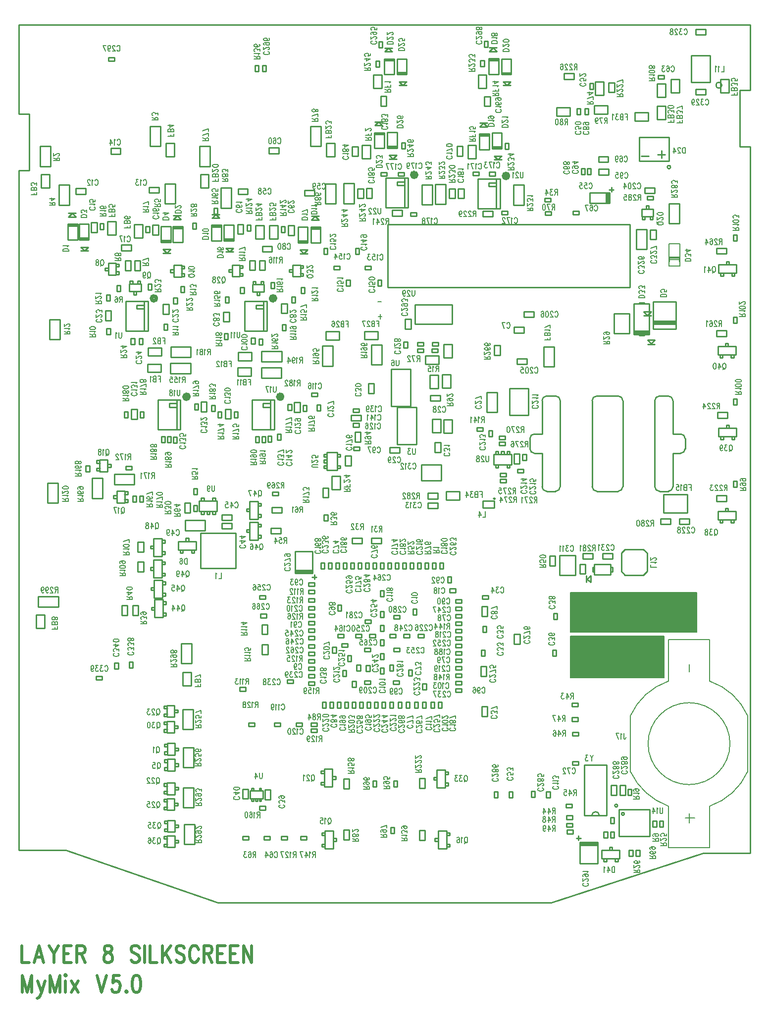
<source format=gbr>
*
*
G04 PADS Layout (Build Number 2006.45.1) generated Gerber (RS-274-X) file*
G04 PC Version=2.1*
*
%IN "MyMix V5.0_01.pcb"*%
*
%MOIN*%
*
%FSLAX35Y35*%
*
*
*
*
G04 PC Standard Apertures*
*
*
G04 Thermal Relief Aperture macro.*
%AMTER*
1,1,$1,0,0*
1,0,$1-$2,0,0*
21,0,$3,$4,0,0,45*
21,0,$3,$4,0,0,135*
%
*
*
G04 Annular Aperture macro.*
%AMANN*
1,1,$1,0,0*
1,0,$2,0,0*
%
*
*
G04 Odd Aperture macro.*
%AMODD*
1,1,$1,0,0*
1,0,$1-0.005,0,0*
%
*
*
G04 PC Custom Aperture Macros*
*
*
*
*
*
*
G04 PC Aperture Table*
*
%ADD010C,0.01*%
%ADD013C,0.005*%
%ADD015C,0.008*%
%ADD016C,0.006*%
%ADD030C,0.02*%
%ADD041C,0.025*%
%ADD166C,0.00787*%
*
*
*
*
G04 PC Copper Outlines (0)*
G04 Layer Name MyMix V5.0_01.pcb - dark (0)*
%LPD*%
*
*
G04 PC Area=DRW46139319*
G75*
G36*
G01*
X571111Y379362D02*
X634104D01*
Y351288D01*
X571111D01*
Y379362D01*
G37*
G74*
*
*
G04 PC Area=DRW78509022*
G75*
G36*
G01*
X571174Y408770D02*
X656161D01*
Y381942D01*
X571174D01*
Y408770D01*
G37*
G74*
*
*
G04 PC Copper Outlines (1)*
G04 Layer Name MyMix V5.0_01.pcb - dark (1)*
%LPD*%
*
*
G04 PC Area=Custom_Thermal*
*
G04 PC Custom Flashes*
G04 Layer Name MyMix V5.0_01.pcb - flashes*
%LPD*%
*
*
G04 PC Circuitry*
G04 Layer Name MyMix V5.0_01.pcb - circuitry*
%LPD*%
*
G54D10*
G01X445629Y358088D02*
X443229D01*
Y354088*
X445629*
Y358088*
X445576Y410056D02*
X443176D01*
Y406056*
X445576*
Y410056*
X414659Y380788D02*
Y378388D01*
X418659*
Y380788*
X414659*
X394788Y353788D02*
Y351388D01*
X398788*
Y353788*
X394788*
X480488Y428588D02*
X478088D01*
Y424588*
X480488*
Y428588*
X455488D02*
X453088D01*
Y424588*
X455488*
Y428588*
X420488D02*
X418088D01*
Y424588*
X420488*
Y428588*
X417129Y374388D02*
Y371988D01*
X421129*
Y374388*
X417129*
X410962Y368086D02*
X413362D01*
Y372086*
X410962*
Y368086*
X414088Y331088D02*
X416488D01*
Y335088*
X414088*
Y331088*
X497976Y361753D02*
Y364153D01*
X493976*
Y361753*
X497976*
X465488Y428588D02*
X463088D01*
Y424588*
X465488*
Y428588*
X497976Y381753D02*
Y384153D01*
X493976*
Y381753*
X497976*
X424316Y345052D02*
X426716D01*
Y349052*
X424316*
Y345052*
X471629Y343188D02*
X474029D01*
Y347188*
X471629*
Y343188*
X472429Y378388D02*
Y380788D01*
X468429*
Y378388*
X472429*
X464520Y356634D02*
X462120D01*
Y352634*
X464520*
Y356634*
X415488Y428588D02*
X413088D01*
Y424588*
X415488*
Y428588*
X440488D02*
X438088D01*
Y424588*
X440488*
Y428588*
X497976Y401753D02*
Y404153D01*
X493976*
Y401753*
X497976*
X409088Y331088D02*
X411488D01*
Y335088*
X409088*
Y331088*
X394788Y389288D02*
Y386888D01*
X398788*
Y389288*
X394788*
X414529Y396288D02*
X416929D01*
Y400288*
X414529*
Y396288*
X455852Y347012D02*
Y349412D01*
X451852*
Y347012*
X455852*
X465229Y393588D02*
X467629D01*
Y397588*
X465229*
Y393588*
X466088Y331088D02*
X468488D01*
Y335088*
X466088*
Y331088*
X497976Y351753D02*
Y354153D01*
X493976*
Y351753*
X497976*
X450488Y428588D02*
X448088D01*
Y424588*
X450488*
Y428588*
X430488D02*
X428088D01*
Y424588*
X430488*
Y428588*
X493788Y408815D02*
Y411215D01*
X489788*
Y408815*
X493788*
X497976Y371753D02*
Y374153D01*
X493976*
Y371753*
X497976*
X429088Y331088D02*
X431488D01*
Y335088*
X429088*
Y331088*
X444088D02*
X446488D01*
Y335088*
X444088*
Y331088*
X443229Y382588D02*
X445629D01*
Y386588*
X443229*
Y382588*
X427329Y356088D02*
X429729D01*
Y360088*
X427329*
Y356088*
X453429Y378388D02*
Y380788D01*
X449429*
Y378388*
X453429*
X445629Y377088D02*
X443229D01*
Y373088*
X445629*
Y377088*
X449429Y355888D02*
X451829D01*
Y359888*
X449429*
Y355888*
X361677Y406766D02*
Y404366D01*
X365677*
Y406766*
X361677*
X394788Y399288D02*
Y396888D01*
X398788*
Y399288*
X394788*
X417901Y352272D02*
X420301D01*
Y356272*
X417901*
Y352272*
X434088Y331088D02*
X436488D01*
Y335088*
X434088*
Y331088*
X497976Y391753D02*
Y394153D01*
X493976*
Y391753*
X497976*
Y366753D02*
Y369153D01*
X493976*
Y366753*
X497976*
X394788Y415288D02*
Y412888D01*
X398788*
Y415288*
X394788*
X497976Y341753D02*
Y344153D01*
X493976*
Y341753*
X497976*
X248600Y650959D02*
Y657559D01*
X252400*
Y650959*
X248600*
X293700Y655959D02*
Y649359D01*
X289900*
Y655959*
X293700*
X296900Y596159D02*
Y602759D01*
X300700*
Y596159*
X296900*
X258200Y591759D02*
Y598359D01*
X262000*
Y591759*
X258200*
X347100Y649859D02*
Y656459D01*
X350900*
Y649859*
X347100*
X385100Y655559D02*
Y648959D01*
X381300*
Y655559*
X385100*
X376600Y596559D02*
Y603159D01*
X380400*
Y596559*
X376600*
X337600Y590859D02*
Y597459D01*
X341400*
Y590859*
X337600*
X244821Y676740D02*
X238221D01*
Y680540*
X244821*
Y676740*
X385300Y530159D02*
Y536759D01*
X389100*
Y530159*
X385300*
X294123Y677637D02*
X287523D01*
Y681437*
X294123*
Y677637*
X338800Y525559D02*
Y532159D01*
X342600*
Y525559*
X338800*
X275600Y525259D02*
Y531859D01*
X279400*
Y525259*
X275600*
X322500Y530359D02*
Y536959D01*
X326300*
Y530359*
X322500*
X495600Y673859D02*
Y680459D01*
X499400*
Y673859*
X495600*
X433800Y674059D02*
Y680659D01*
X437600*
Y674059*
X433800*
X353978Y676525D02*
X347378D01*
Y680325*
X353978*
Y676525*
X398691Y675625D02*
X392091D01*
Y679425*
X398691*
Y675625*
X350400Y269859D02*
Y276459D01*
X354200*
Y269859*
X350400*
X475112Y469137D02*
X481712D01*
Y465337*
X475112*
Y469137*
X435025Y542759D02*
Y549359D01*
X438825*
Y542759*
X435025*
X479979Y503021D02*
Y509621D01*
X483779*
Y503021*
X479979*
X515329Y331888D02*
Y325288D01*
X511529*
Y331888*
X515329*
X511529Y392788D02*
Y399388D01*
X515329*
Y392788*
X511529*
X596610Y698297D02*
X590010D01*
Y702097*
X596610*
Y698297*
X596780Y689813D02*
X590180D01*
Y693613*
X596780*
Y689813*
X336443Y455326D02*
X343043D01*
Y451526*
X336443*
Y455326*
Y461062D02*
X343043D01*
Y457262*
X336443*
Y461062*
X268325Y703772D02*
X261725D01*
Y707572*
X268325*
Y703772*
X374864Y704167D02*
X368264D01*
Y707967*
X374864*
Y704167*
X369200Y275959D02*
Y269359D01*
X365400*
Y275959*
X369200*
X513302Y735871D02*
Y742471D01*
X517102*
Y735871*
X513302*
X275500Y638759D02*
X268900D01*
Y642559*
X275500*
Y638759*
X498627Y708965D02*
Y702365D01*
X494827*
Y708965*
X498627*
X443387Y735969D02*
Y742569D01*
X447187*
Y735969*
X443387*
X428023Y708787D02*
Y702187D01*
X424223*
Y708787*
X428023*
X370300Y637959D02*
X363700D01*
Y641759*
X370300*
Y637959*
X483553Y537601D02*
X476953D01*
Y541401*
X483553*
Y537601*
X449403Y506377D02*
X456003D01*
Y502577*
X449403*
Y506377*
X510792Y352258D02*
Y358858D01*
X514592*
Y352258*
X510792*
X533335Y374067D02*
Y380667D01*
X537135*
Y374067*
X533335*
X662113Y783867D02*
X655513D01*
Y787667*
X662113*
Y783867*
Y743607D02*
X655513D01*
Y747407*
X662113*
Y743607*
X325139Y450472D02*
X311739D01*
Y457472*
X325139*
Y450472*
X597500Y670600D02*
X584100D01*
Y677800*
X597500*
Y670600*
X596800Y670700D02*
Y677700D01*
X595800*
Y670700*
X595300*
Y677700*
X600300Y679700D02*
X597300D01*
X598800Y681200D02*
Y678200D01*
X385832Y421834D02*
Y436434D01*
X397632*
Y421834*
X385832*
X385932Y423834D02*
X397532D01*
Y423134*
X385932*
Y422534*
X397532*
X398732Y417634D02*
Y420634D01*
X400232Y419134D02*
X397232D01*
X632484Y700933D02*
Y705933D01*
Y703433D02*
X629984D01*
X632484D02*
X634984D01*
X621484Y702433D02*
X623984D01*
X621484D02*
X618984D01*
X638602Y694933D02*
G75*
G03X638602I-1118J0D01*
G01X617484Y714933D02*
X637484D01*
Y698933*
X617484*
Y714933*
X604304Y229626D02*
X592304D01*
Y235226*
X604304*
Y229626*
X599204Y235226D02*
Y237326D01*
X597404*
Y235226*
X603004Y229626D02*
Y227526D01*
X601204*
Y229626*
X595404D02*
Y227526D01*
X593604*
Y229626*
X319113Y437516D02*
X307113D01*
Y443116*
X319113*
Y437516*
X314013Y443116D02*
Y445216D01*
X312213*
Y443116*
X317813Y437516D02*
Y435416D01*
X316013*
Y437516*
X310213D02*
Y435416D01*
X308413*
Y437516*
X360400Y269959D02*
Y268359D01*
X359200*
Y269959*
X360400*
X357800D02*
Y268359D01*
X356600*
Y269959*
X357800*
X363000D02*
Y268359D01*
X361800*
Y269959*
X363000*
X357800Y276959D02*
Y275359D01*
X356600*
Y276959*
X357800*
X363000D02*
Y275359D01*
X361800*
Y276959*
X363000*
X364100Y275359D02*
Y269959D01*
X355500*
Y275359*
X364100*
X279200Y604559D02*
X271700D01*
Y584559*
X286700*
Y604559*
X279200*
X284200D02*
Y584559D01*
Y602059D02*
X279200D01*
Y599559*
X284200*
X359400Y604559D02*
X351900D01*
Y584559*
X366900*
Y604559*
X359400*
X364400D02*
Y584559D01*
Y602059D02*
X359400D01*
Y599559*
X364400*
X364200Y538359D02*
X356700D01*
Y518359*
X371700*
Y538359*
X364200*
X369200D02*
Y518359D01*
Y535859D02*
X364200D01*
Y533359*
X369200*
X301100Y538359D02*
X293600D01*
Y518359*
X308600*
Y538359*
X301100*
X306100D02*
Y518359D01*
Y535859D02*
X301100D01*
Y533359*
X306100*
X602943Y265259D02*
G03X602943I-943J0D01*
G01X603800Y262759D02*
Y244759D01*
X624600*
Y262759*
X603800*
X607443Y259759D02*
G03X607443I-943J0D01*
G01X321316Y470446D02*
X333316D01*
Y463446*
X321316*
Y470446*
X326416Y463446D02*
Y461446D01*
X328216*
Y463446*
X330216D02*
Y461446D01*
X332016*
Y463446*
X322616D02*
Y461446D01*
X324416*
Y463446*
X322616Y470446D02*
Y472446D01*
X324416*
Y470446*
X330216D02*
Y472446D01*
X332016*
Y470446*
X531540Y494667D02*
X519540D01*
Y501667*
X531540*
Y494667*
X526440Y501667D02*
Y503667D01*
X524640*
Y501667*
X522640D02*
Y503667D01*
X520840*
Y501667*
X530240D02*
Y503667D01*
X528440*
Y501667*
X530240Y494667D02*
Y492667D01*
X528440*
Y494667*
X522640D02*
Y492667D01*
X520840*
Y494667*
X295500Y556859D02*
X286500D01*
Y562459*
X295500*
Y556859*
X356200Y554459D02*
X347200D01*
Y560059*
X356200*
Y554459*
X356500Y564659D02*
X347500D01*
Y570259*
X356500*
Y564659*
X295700Y567859D02*
X286700D01*
Y573459*
X295700*
Y567859*
X327639Y690055D02*
Y681055D01*
X322039*
Y690055*
X327639*
X412338Y710929D02*
Y701929D01*
X406738*
Y710929*
X412338*
X364900Y655559D02*
Y646559D01*
X359300*
Y655559*
X364900*
X374100D02*
Y646559D01*
X368500*
Y655559*
X374100*
X406624Y584332D02*
X415624D01*
Y578732*
X406624*
Y584332*
X441494Y578901D02*
X432494D01*
Y584501*
X441494*
Y578901*
X220501Y690055D02*
Y681055D01*
X214901*
Y690055*
X220501*
X635068Y736047D02*
Y727047D01*
X629468*
Y736047*
X635068*
X614400Y731759D02*
X623400D01*
Y726159*
X614400*
Y731759*
X496412Y470937D02*
X487412D01*
Y476537*
X496412*
Y470937*
X677877Y753975D02*
Y744975D01*
X672277*
Y753975*
X677877*
X644377D02*
Y744975D01*
X638777*
Y753975*
X644377*
X304380Y710929D02*
Y701929D01*
X298780*
Y710929*
X304380*
X265200Y658359D02*
Y649359D01*
X259600*
Y658359*
X265200*
X283100Y656259D02*
Y647259D01*
X277500*
Y656259*
X283100*
X315753Y354901D02*
Y345901D01*
X310153*
Y354901*
X315753*
X217069Y393589D02*
Y384589D01*
X211469*
Y393589*
X217069*
X444018Y757148D02*
Y748148D01*
X438418*
Y757148*
X444018*
X514623Y757056D02*
Y748056D01*
X509023*
Y757056*
X514623*
X502027Y700765D02*
Y709765D01*
X507627*
Y700765*
X502027*
X430823Y700787D02*
Y709787D01*
X436423*
Y700787*
X430823*
X410572Y478177D02*
Y487177D01*
X416172*
Y478177*
X410572*
X315286Y468880D02*
Y462280D01*
X311486*
Y468880*
X315286*
X489600Y673859D02*
Y680459D01*
X493400*
Y673859*
X489600*
X428000D02*
Y680459D01*
X431800*
Y673859*
X428000*
X676229Y581088D02*
X669629D01*
Y584888*
X676229*
Y581088*
Y636588D02*
X669629D01*
Y640388*
X676229*
Y636588*
X280000Y436059D02*
Y442659D01*
X283800*
Y436059*
X280000*
X566749Y757921D02*
X573349D01*
Y754121*
X566749*
Y757921*
X596953Y745191D02*
Y751791D01*
X600753*
Y745191*
X596953*
X276349Y393495D02*
Y400095D01*
X280149*
Y393495*
X276349*
X272877Y400095D02*
Y393495D01*
X269077*
Y400095*
X272877*
X376729Y462245D02*
X370129D01*
Y466045*
X376729*
Y462245*
X418400Y242259D02*
Y248859D01*
X422200*
Y242259*
X418400*
X469500Y241959D02*
Y248559D01*
X473300*
Y241959*
X469500*
X422200Y283259D02*
Y276659D01*
X418400*
Y283259*
X422200*
X473300Y283559D02*
Y276959D01*
X469500*
Y283559*
X473300*
X676229Y470088D02*
X669629D01*
Y473888*
X676229*
Y470088*
X676729Y526088D02*
X670129D01*
Y529888*
X676729*
Y526088*
X635068Y750920D02*
Y741920D01*
X629468*
Y750920*
X635068*
X587863Y743425D02*
Y752425D01*
X593463*
Y743425*
X587863*
X587300Y736259D02*
X596300D01*
Y730659*
X587300*
Y736259*
X570783Y729406D02*
X561783D01*
Y735006*
X570783*
Y729406*
X221201Y708903D02*
Y695503D01*
X214201*
Y708903*
X221201*
X295274Y722270D02*
Y708870D01*
X288274*
Y722270*
X295274*
X328572Y708903D02*
Y695503D01*
X321572*
Y708903*
X328572*
X403110Y722270D02*
Y708870D01*
X396110*
Y722270*
X403110*
X539900Y682859D02*
Y669459D01*
X532900*
Y682859*
X539900*
X487100Y683359D02*
Y669959D01*
X480100*
Y683359*
X487100*
X478100Y683159D02*
Y669759D01*
X471100*
Y683159*
X478100*
X425500Y683859D02*
Y670459D01*
X418500*
Y683859*
X425500*
X264100Y488359D02*
X277500D01*
Y481359*
X264100*
Y488359*
X226751Y669507D02*
Y682907D01*
X233751*
Y669507*
X226751*
X305080Y683804D02*
Y670404D01*
X298080*
Y683804*
X305080*
X335777Y667482D02*
Y680882D01*
X342777*
Y667482*
X335777*
X413038Y683804D02*
Y670404D01*
X406038*
Y683804*
X413038*
X580600Y258659D02*
Y292659D01*
X595600*
Y258659*
X580600*
X590600D02*
G03X585600I-2500J0D01*
G01X239450Y656559D02*
Y645959D01*
X232950*
Y656559*
X239450*
Y655983D02*
X232950D01*
Y655259*
X239450*
X235680Y663866D02*
X233180Y661366D01*
X238180*
X235680Y663866*
X233180D02*
X238180D01*
X336150Y655859D02*
Y645259D01*
X329650*
Y655859*
X336150*
Y655283D02*
X329650D01*
Y654559*
X336150*
X332380Y663166D02*
X329880Y660666D01*
X334880*
X332380Y663166*
X329880D02*
X334880D01*
X402950Y654659D02*
Y644059D01*
X396450*
Y654659*
X402950*
Y654083D02*
X396450D01*
Y653359*
X402950*
X399180Y661966D02*
X396680Y659466D01*
X401680*
X399180Y661966*
X396680D02*
X401680D01*
X337950Y645259D02*
Y655859D01*
X344450*
Y645259*
X337950*
Y645835D02*
X344450D01*
Y646559*
X337950*
X341720Y637952D02*
X344220Y640452D01*
X339220*
X341720Y637952*
X344220D02*
X339220D01*
X387750Y644059D02*
Y654659D01*
X394250*
Y644059*
X387750*
Y644635D02*
X394250D01*
Y645359*
X387750*
X391520Y636752D02*
X394020Y639252D01*
X389020*
X391520Y636752*
X394020D02*
X389020D01*
X522829Y768011D02*
Y757411D01*
X516329*
Y768011*
X522829*
Y767435D02*
X516329D01*
Y766711*
X522829*
X519059Y775318D02*
X516559Y772818D01*
X521559*
X519059Y775318*
X516559D02*
X521559D01*
X516350Y717359D02*
Y706759D01*
X509850*
Y717359*
X516350*
Y716783D02*
X509850D01*
Y716059*
X516350*
X512580Y724666D02*
X510080Y722166D01*
X515080*
X512580Y724666*
X510080D02*
X515080D01*
X310150Y654959D02*
Y644359D01*
X303650*
Y654959*
X310150*
Y654383D02*
X303650D01*
Y653659*
X310150*
X306380Y662266D02*
X303880Y659766D01*
X308880*
X306380Y662266*
X303880D02*
X308880D01*
X524729Y757211D02*
Y767811D01*
X531229*
Y757211*
X524729*
Y757787D02*
X531229D01*
Y758511*
X524729*
X528499Y749904D02*
X530999Y752404D01*
X525999*
X528499Y749904*
X530999D02*
X525999D01*
X518450Y707259D02*
Y717859D01*
X524950*
Y707259*
X518450*
Y707835D02*
X524950D01*
Y708559*
X518450*
X522220Y699952D02*
X524720Y702452D01*
X519720*
X522220Y699952*
X524720D02*
X519720D01*
X452383Y767837D02*
Y757237D01*
X445883*
Y767837*
X452383*
Y767261D02*
X445883D01*
Y766537*
X452383*
X448613Y775144D02*
X446113Y772644D01*
X451113*
X448613Y775144*
X446113D02*
X451113D01*
X445750Y718159D02*
Y707559D01*
X439250*
Y718159*
X445750*
Y717583D02*
X439250D01*
Y716859*
X445750*
X441980Y725466D02*
X439480Y722966D01*
X444480*
X441980Y725466*
X439480D02*
X444480D01*
X454483Y757237D02*
Y767837D01*
X460983*
Y757237*
X454483*
Y757813D02*
X460983D01*
Y758537*
X454483*
X458253Y749930D02*
X460753Y752430D01*
X455753*
X458253Y749930*
X460753D02*
X455753D01*
X447850Y707759D02*
Y718359D01*
X454350*
Y707759*
X447850*
Y708335D02*
X454350D01*
Y709059*
X447850*
X451620Y700452D02*
X454120Y702952D01*
X449120*
X451620Y700452*
X454120D02*
X449120D01*
X240350Y645959D02*
Y656559D01*
X246850*
Y645959*
X240350*
Y646535D02*
X246850D01*
Y647259*
X240350*
X244120Y638652D02*
X246620Y641152D01*
X241620*
X244120Y638652*
X246620D02*
X241620D01*
X295650Y644359D02*
Y654959D01*
X302150*
Y644359*
X295650*
Y644935D02*
X302150D01*
Y645659*
X295650*
X299420Y637052D02*
X301920Y639552D01*
X296920*
X299420Y637052*
X301920D02*
X296920D01*
X361207Y763451D02*
X358807D01*
Y759451*
X361207*
Y763451*
X319776Y467444D02*
X317376D01*
Y463444*
X319776*
Y467444*
X554300Y664959D02*
Y662559D01*
X558300*
Y664959*
X554300*
X683082Y538879D02*
X680682D01*
Y534879*
X683082*
Y538879*
X683166Y593915D02*
X680766D01*
Y589915*
X683166*
Y593915*
X683322Y649449D02*
X680922D01*
Y645449*
X683322*
Y649449*
X398788Y407888D02*
Y410288D01*
X394788*
Y407888*
X398788*
Y366388D02*
Y368788D01*
X394788*
Y366388*
X398788*
X376359Y244617D02*
Y242217D01*
X380359*
Y244617*
X376359*
X354359Y321117D02*
Y318717D01*
X358359*
Y321117*
X354359*
X598152Y243585D02*
X600552D01*
Y247585*
X598152*
Y243585*
X512156Y517419D02*
Y519819D01*
X508156*
Y517419*
X512156*
X389359Y244617D02*
Y242217D01*
X393359*
Y244617*
X389359*
X278846Y473559D02*
X276446D01*
Y469559*
X278846*
Y473559*
X247400Y494059D02*
X245000D01*
Y490059*
X247400*
Y494059*
X283590Y473559D02*
X281190D01*
Y469559*
X283590*
Y473559*
X295800Y509559D02*
X298200D01*
Y513559*
X295800*
Y509559*
X302200Y513559D02*
X299800D01*
Y509559*
X302200*
Y513559*
X359200Y509759D02*
X361600D01*
Y513759*
X359200*
Y509759*
X365800Y513759D02*
X363400D01*
Y509759*
X365800*
Y513759*
X510623Y762822D02*
X513023D01*
Y766822*
X510623*
Y762822*
X529500Y710959D02*
X527100D01*
Y706959*
X529500*
Y710959*
X440162Y762282D02*
X442562D01*
Y766282*
X440162*
Y762282*
X459800Y711259D02*
X457400D01*
Y707259*
X459800*
Y711259*
X535592Y491729D02*
Y489329D01*
X539592*
Y491729*
X535592*
X576177Y332095D02*
Y334495D01*
X572177*
Y332095*
X576177*
X572500Y256159D02*
Y258559D01*
X568500*
Y256159*
X572500*
X572100Y263859D02*
Y266259D01*
X568100*
Y263859*
X572100*
X576434Y312194D02*
Y314594D01*
X572434*
Y312194*
X576434*
X576177Y322177D02*
Y324577D01*
X572177*
Y322177*
X576177*
X572500Y250959D02*
Y253359D01*
X568500*
Y250959*
X572500*
X572800Y246459D02*
Y248859D01*
X568800*
Y246459*
X572800*
X354359Y242217D02*
Y244617D01*
X350359*
Y242217*
X354359*
X468088Y424588D02*
X470488D01*
Y428588*
X468088*
Y424588*
X396359Y321117D02*
Y318717D01*
X400359*
Y321117*
X396359*
X626630Y251128D02*
X629030D01*
Y255128*
X626630*
Y251128*
X454519Y282102D02*
X452119D01*
Y278102*
X454519*
Y282102*
X440664D02*
X438264D01*
Y278102*
X440664*
Y282102*
X450093Y246707D02*
X452493D01*
Y250707*
X450093*
Y246707*
X683240Y483807D02*
X680840D01*
Y479807*
X683240*
Y483807*
X275700Y491359D02*
Y493759D01*
X271700*
Y491359*
X275700*
X361800Y264859D02*
Y262459D01*
X365800*
Y264859*
X361800*
X400359Y314717D02*
Y317117D01*
X396359*
Y314717*
X400359*
X374429Y473945D02*
Y476345D01*
X370429*
Y473945*
X374429*
X319912Y478779D02*
X317512D01*
Y474779*
X319912*
Y478779*
X493976Y359153D02*
Y356753D01*
X497976*
Y359153*
X493976*
X421488Y335088D02*
X419088D01*
Y331088*
X421488*
Y335088*
X458088Y424588D02*
X460488D01*
Y428588*
X458088*
Y424588*
X394788Y348788D02*
Y346388D01*
X398788*
Y348788*
X394788*
X481712Y471837D02*
X475112D01*
Y475637*
X481712*
Y471837*
X249148Y472127D02*
Y485527D01*
X256148*
Y472127*
X249148*
X523879Y484939D02*
Y482539D01*
X527879*
Y484939*
X523879*
X405900Y236359D02*
Y248359D01*
X411500*
Y236359*
X405900*
X411500Y241459D02*
X413600D01*
Y243259*
X411500*
X405900Y237659D02*
X403800D01*
Y239459*
X405900*
Y245259D02*
X403800D01*
Y247059*
X405900*
X487700Y248359D02*
Y236359D01*
X482100*
Y248359*
X487700*
X482100Y243259D02*
X480000D01*
Y241459*
X482100*
X487700Y247059D02*
X489800D01*
Y245259*
X487700*
Y239459D02*
X489800D01*
Y237659*
X487700*
X405400Y278059D02*
Y290059D01*
X411000*
Y278059*
X405400*
X411000Y283159D02*
X413100D01*
Y284959*
X411000*
X405400Y279359D02*
X403300D01*
Y281159*
X405400*
Y286959D02*
X403300D01*
Y288759*
X405400*
X486900Y289459D02*
Y277459D01*
X481300*
Y289459*
X486900*
X481300Y284359D02*
X479200D01*
Y282559*
X481300*
X486900Y288159D02*
X489000D01*
Y286359*
X486900*
Y280559D02*
X489000D01*
Y278759*
X486900*
X682429Y457688D02*
X670429D01*
Y463288*
X682429*
Y457688*
X677329Y463288D02*
Y465388D01*
X675529*
Y463288*
X681129Y457688D02*
Y455588D01*
X679329*
Y457688*
X673529D02*
Y455588D01*
X671729*
Y457688*
X682929Y513688D02*
X670929D01*
Y519288*
X682929*
Y513688*
X677829Y519288D02*
Y521388D01*
X676029*
Y519288*
X681629Y513688D02*
Y511588D01*
X679829*
Y513688*
X674029D02*
Y511588D01*
X672229*
Y513688*
X682429Y568688D02*
X670429D01*
Y574288*
X682429*
Y568688*
X677329Y574288D02*
Y576388D01*
X675529*
Y574288*
X681129Y568688D02*
Y566588D01*
X679329*
Y568688*
X673529D02*
Y566588D01*
X671729*
Y568688*
X682929Y623688D02*
X670929D01*
Y629288*
X682929*
Y623688*
X677829Y629288D02*
Y631388D01*
X676029*
Y629288*
X681629Y623688D02*
Y621588D01*
X679829*
Y623688*
X674029D02*
Y621588D01*
X672229*
Y623688*
X296900Y403859D02*
Y391859D01*
X291300*
Y403859*
X296900*
X291300Y398759D02*
X289200D01*
Y396959*
X291300*
X296900Y402559D02*
X299000D01*
Y400759*
X296900*
Y394959D02*
X299000D01*
Y393159*
X296900*
X296500Y417159D02*
Y405159D01*
X290900*
Y417159*
X296500*
X290900Y412059D02*
X288800D01*
Y410259*
X290900*
X296500Y415859D02*
X298600D01*
Y414059*
X296500*
Y408259D02*
X298600D01*
Y406459*
X296500*
X360729Y456145D02*
Y444145D01*
X355129*
Y456145*
X360729*
X355129Y451045D02*
X353029D01*
Y449245*
X355129*
X360729Y454845D02*
X362829D01*
Y453045*
X360729*
Y447245D02*
X362829D01*
Y445445*
X360729*
Y470145D02*
Y458145D01*
X355129*
Y470145*
X360729*
X355129Y465045D02*
X353029D01*
Y463245*
X355129*
X360729Y468845D02*
X362829D01*
Y467045*
X360729*
Y461245D02*
X362829D01*
Y459445*
X360729*
X296100Y445159D02*
Y433159D01*
X290500*
Y445159*
X296100*
X290500Y440059D02*
X288400D01*
Y438259*
X290500*
X296100Y443859D02*
X298200D01*
Y442059*
X296100*
Y436259D02*
X298200D01*
Y434459*
X296100*
Y430659D02*
Y418659D01*
X290500*
Y430659*
X296100*
X290500Y425559D02*
X288400D01*
Y423759*
X290500*
X296100Y429359D02*
X298200D01*
Y427559*
X296100*
Y421759D02*
X298200D01*
Y419959*
X296100*
X511929Y406788D02*
Y404388D01*
X515929*
Y406788*
X511929*
X512229Y382088D02*
X514629D01*
Y386088*
X512229*
Y382088*
X559759Y390744D02*
X562159D01*
Y394744*
X559759*
Y390744*
X358700Y579859D02*
X356300D01*
Y575859*
X358700*
Y579859*
X397000Y542959D02*
Y540559D01*
X401000*
Y542959*
X397000*
X375859Y318717D02*
Y321117D01*
X371859*
Y318717*
X375859*
X390359D02*
Y321117D01*
X386359*
Y318717*
X390359*
X429200Y504259D02*
Y506659D01*
X425200*
Y504259*
X429200*
X425000Y522559D02*
Y520159D01*
X429000*
Y522559*
X425000*
X402844Y535007D02*
X400444D01*
Y531007*
X402844*
Y535007*
X306100Y513459D02*
X303700D01*
Y509459*
X306100*
Y513459*
X369900Y513959D02*
X367500D01*
Y509959*
X369900*
Y513959*
X424800Y532359D02*
Y529959D01*
X428800*
Y532359*
X424800*
X373921Y511339D02*
X376321D01*
Y515339*
X373921*
Y511339*
X426600Y636259D02*
X429000D01*
Y640259*
X426600*
Y636259*
X441500Y614959D02*
X443900D01*
Y618959*
X441500*
Y614959*
X420300D02*
X422700D01*
Y618959*
X420300*
Y614959*
X405200Y636259D02*
X407600D01*
Y640259*
X405200*
Y636259*
X432700Y628459D02*
Y626059D01*
X436700*
Y628459*
X432700*
X411700D02*
Y626059D01*
X415700*
Y628459*
X411700*
X505500Y691659D02*
Y689259D01*
X509500*
Y691659*
X505500*
X524700Y665359D02*
Y662959D01*
X528700*
Y665359*
X524700*
X516500Y691559D02*
Y689159D01*
X520500*
Y691559*
X516500*
X443400Y691459D02*
Y689059D01*
X447400*
Y691459*
X443400*
X467500Y662076D02*
Y664476D01*
X463500*
Y662076*
X467500*
X455200Y691359D02*
Y688959D01*
X459200*
Y691359*
X455200*
X283100Y579759D02*
X280700D01*
Y575759*
X283100*
Y579759*
X511229Y366088D02*
X513629D01*
Y370088*
X511229*
Y366088*
X276488Y362088D02*
X274088D01*
Y358088*
X276488*
Y362088*
X255909Y350114D02*
Y352514D01*
X251909*
Y350114*
X255909*
X266702Y361304D02*
X264302D01*
Y357304*
X266702*
Y361304*
X561629Y370088D02*
X559229D01*
Y366088*
X561629*
Y370088*
X368859Y242217D02*
Y244617D01*
X364859*
Y242217*
X368859*
X593610Y243585D02*
X596010D01*
Y247585*
X593610*
Y243585*
X573000Y665313D02*
Y662913D01*
X577000*
Y665313*
X573000*
X578400Y689859D02*
X580800D01*
Y693859*
X578400*
Y689859*
X582500D02*
X584900D01*
Y693859*
X582500*
Y689859*
X576651Y292689D02*
Y295089D01*
X572651*
Y292689*
X576651*
X555000Y270759D02*
X557400D01*
Y274759*
X555000*
Y270759*
X529900D02*
X532300D01*
Y274759*
X529900*
Y270759*
X516215Y513790D02*
X518615D01*
Y517790*
X516215*
Y513790*
X538938Y497525D02*
X541338D01*
Y501525*
X538938*
Y497525*
X430200Y524359D02*
X423600D01*
Y528159*
X430200*
Y524359*
X473088Y424588D02*
X475488D01*
Y428588*
X473088*
Y424588*
X426429Y380788D02*
Y378388D01*
X430429*
Y380788*
X426429*
X405488Y428588D02*
X403088D01*
Y424588*
X405488*
Y428588*
X536945Y501976D02*
Y495376D01*
X533145*
Y501976*
X536945*
X435929Y380788D02*
Y378388D01*
X439929*
Y380788*
X435929*
X443229Y363588D02*
X445629D01*
Y367588*
X443229*
Y363588*
X394788Y384288D02*
Y381888D01*
X398788*
Y384288*
X394788*
Y379288D02*
Y376888D01*
X398788*
Y379288*
X394788*
X462929Y378388D02*
Y380788D01*
X458929*
Y378388*
X462929*
X445629Y396088D02*
X443229D01*
Y392088*
X445629*
Y396088*
X471588Y331088D02*
X473988D01*
Y335088*
X471588*
Y331088*
X433629Y355575D02*
X436029D01*
Y359575*
X433629*
Y355575*
X410488Y428588D02*
X408088D01*
Y424588*
X410488*
Y428588*
X439088Y331088D02*
X441488D01*
Y335088*
X439088*
Y331088*
X544900Y270859D02*
X547300D01*
Y274859*
X544900*
Y270859*
X394788Y373788D02*
Y371388D01*
X398788*
Y373788*
X394788*
X423427Y366194D02*
X421027D01*
Y362194*
X423427*
Y366194*
X575517Y730493D02*
X577917D01*
Y734493*
X575517*
Y730493*
X584003Y747432D02*
X586403D01*
Y751432*
X584003*
Y747432*
X634268Y754350D02*
Y756750D01*
X630268*
Y754350*
X634268*
X580817Y730293D02*
X583217D01*
Y734293*
X580817*
Y730293*
X449588Y331088D02*
X451988D01*
Y335088*
X449588*
Y331088*
X477088D02*
X479488D01*
Y335088*
X477088*
Y331088*
X362566Y394188D02*
Y391788D01*
X366566*
Y394188*
X362566*
X497976Y346753D02*
Y349153D01*
X493976*
Y346753*
X497976*
X384430Y347546D02*
Y349946D01*
X380430*
Y347546*
X384430*
X470712Y494637D02*
X484112D01*
Y484037*
X470712*
Y494637*
X460588Y331088D02*
X462988D01*
Y335088*
X460588*
Y331088*
X497976Y396753D02*
Y399153D01*
X493976*
Y396753*
X497976*
X516200Y686959D02*
X508700D01*
Y666959*
X523700*
Y686959*
X516200*
X521200D02*
Y666959D01*
Y684459D02*
X516200D01*
Y681959*
X521200*
X454400Y687671D02*
X446900D01*
Y667671*
X461900*
Y687671*
X454400*
X459400D02*
Y667671D01*
Y685171D02*
X454400D01*
Y682671*
X459400*
X467479Y533221D02*
X454479D01*
Y508221*
X467479*
Y533221*
X414300Y502959D02*
Y490959D01*
X407300*
Y502959*
X414300*
X407300Y497859D02*
X405300D01*
Y496059*
X407300*
Y494059D02*
X405300D01*
Y492259*
X407300*
Y501659D02*
X405300D01*
Y499859*
X407300*
X414300Y501659D02*
X416300D01*
Y499859*
X414300*
Y494059D02*
X416300D01*
Y492259*
X414300*
X322196Y424954D02*
X345818D01*
Y448576*
X322196*
Y424954*
X299702Y299345D02*
Y307219D01*
X304820*
Y299345*
X299702*
X305061Y302382D02*
X307161D01*
Y304182*
X305061*
X299855Y299763D02*
X297755D01*
Y301563*
X299855*
Y305001D02*
X297755D01*
Y306801*
X299855*
X299681Y247539D02*
Y255413D01*
X304799*
Y247539*
X299681*
X305040Y250576D02*
X307140D01*
Y252376*
X305040*
X299834Y247957D02*
X297734D01*
Y249757*
X299834*
Y253195D02*
X297734D01*
Y254995*
X299834*
X299614Y237248D02*
Y245122D01*
X304732*
Y237248*
X299614*
X304973Y240285D02*
X307073D01*
Y242085*
X304973*
X299767Y237666D02*
X297667D01*
Y239466*
X299767*
Y242904D02*
X297667D01*
Y244704*
X299767*
X299702Y288735D02*
Y296609D01*
X304820*
Y288735*
X299702*
X305061Y291772D02*
X307161D01*
Y293572*
X305061*
X299855Y289153D02*
X297755D01*
Y290953*
X299855*
Y294391D02*
X297755D01*
Y296191*
X299855*
X299606Y272829D02*
Y280703D01*
X304724*
Y272829*
X299606*
X304965Y275866D02*
X307065D01*
Y277666*
X304965*
X299759Y273247D02*
X297659D01*
Y275047*
X299759*
Y278485D02*
X297659D01*
Y280285*
X299759*
X299530Y324909D02*
Y332783D01*
X304648*
Y324909*
X299530*
X304889Y327946D02*
X306989D01*
Y329746*
X304889*
X299683Y325327D02*
X297583D01*
Y327127*
X299683*
Y330565D02*
X297583D01*
Y332365*
X299683*
X299539Y262279D02*
Y270154D01*
X299539D02*
X304657D01*
X304657D02*
Y262279D01*
X299539*
X304898Y265316D02*
X306998D01*
Y267116*
X304898*
X299692Y262698D02*
X297592D01*
Y264498*
X299692*
Y267935D02*
X297592D01*
Y269735*
X299692*
X299530Y314300D02*
Y322174D01*
X304648*
Y314300*
X299530*
X304889Y317337D02*
X306989D01*
Y319137*
X304889*
X299683Y314718D02*
X297583D01*
Y316518*
X299683*
Y319956D02*
X297583D01*
Y321756*
X299683*
X356000Y655959D02*
X353600D01*
Y651959*
X356000*
Y655959*
X376500Y651159D02*
X378900D01*
Y655159*
X376500*
Y651159*
X257000Y657159D02*
X254600D01*
Y653159*
X257000*
Y657159*
X285300Y651059D02*
X287700D01*
Y655059*
X285300*
Y651059*
X333900Y526259D02*
X336300D01*
Y530259*
X333900*
Y526259*
X391200Y530759D02*
X393600D01*
Y534759*
X391200*
Y530759*
X270900Y526359D02*
X273300D01*
Y530359*
X270900*
Y526359*
X329400Y530759D02*
X331800D01*
Y534759*
X329400*
Y530759*
X394788Y404788D02*
Y402388D01*
X398788*
Y404788*
X394788*
Y394288D02*
Y391888D01*
X398788*
Y394288*
X394788*
X497976Y386753D02*
Y389153D01*
X493976*
Y386753*
X497976*
X490392Y555369D02*
Y546369D01*
X484792*
Y555369*
X490392*
X485909Y515945D02*
Y524945D01*
X491509*
Y515945*
X485909*
X527709Y486783D02*
Y489183D01*
X523709*
Y486783*
X527709*
X261400Y586458D02*
X259000D01*
Y582458*
X261400*
Y586458*
X300000Y589259D02*
X297600D01*
Y585259*
X300000*
Y589259*
X340600Y583159D02*
X338200D01*
Y579159*
X340600*
Y583159*
X379500Y589059D02*
X377100D01*
Y585059*
X379500*
Y589059*
X363900Y579459D02*
X361500D01*
Y575459*
X363900*
Y579459*
X277700Y579759D02*
X275300D01*
Y575759*
X277700*
Y579759*
X347100Y530459D02*
X344700D01*
Y526459*
X347100*
Y530459*
X383400Y535459D02*
X381000D01*
Y531459*
X383400*
Y535459*
X284000Y530359D02*
X281600D01*
Y526359*
X284000*
Y530359*
X320600Y535659D02*
X318200D01*
Y531659*
X320600*
Y535659*
X483679Y525221D02*
Y516221D01*
X478079*
Y525221*
X483679*
X424200Y445359D02*
X430800D01*
Y441559*
X424200*
Y445359*
X389900Y609959D02*
X392300D01*
Y613959*
X389900*
Y609959*
X308900Y610559D02*
X311300D01*
Y614559*
X308900*
Y610559*
X369388Y613308D02*
X371788D01*
Y617308*
X369388*
Y613308*
X286927Y612488D02*
X289327D01*
Y616488*
X286927*
Y612488*
X265900Y611359D02*
X268300D01*
Y615359*
X265900*
Y611359*
X349000Y610159D02*
X351400D01*
Y614159*
X349000*
Y610159*
X331252Y663375D02*
X333652D01*
Y667375*
X331252*
Y663375*
X319243Y657455D02*
X316843D01*
Y653455*
X319243*
Y657455*
X437200Y445359D02*
X443800D01*
Y441559*
X437200*
Y445359*
X429900Y516559D02*
Y509959D01*
X426100*
Y516559*
X429900*
X315400Y556059D02*
X302000D01*
Y563059*
X315400*
Y556059*
X404385Y472534D02*
Y479134D01*
X408185*
Y472534*
X404385*
X315500Y567159D02*
X302100D01*
Y574159*
X315500*
Y567159*
X376600Y553059D02*
X363200D01*
Y560059*
X376600*
Y553059*
X376698Y563943D02*
X363298D01*
Y570943*
X376698*
Y563943*
X404006Y561124D02*
Y574524D01*
X411006*
Y561124*
X404006*
X437211Y561926D02*
Y575326D01*
X444211*
Y561926*
X437211*
X518900Y661559D02*
X512300D01*
Y665359*
X518900*
Y661559*
X457700Y662161D02*
X451100D01*
Y665961*
X457700*
Y662161*
X363423Y380557D02*
Y387157D01*
X367223*
Y380557*
X363423*
X363623Y367057D02*
Y373657D01*
X367423*
Y367057*
X363623*
X316288Y374288D02*
Y360888D01*
X309288*
Y374288*
X316288*
X226400Y399159D02*
X213000D01*
Y406159*
X226400*
Y399159*
X317407Y304390D02*
Y290990D01*
X310407*
Y304390*
X317407*
X317035Y330057D02*
Y316657D01*
X310035*
Y330057*
X317035*
X318170Y252740D02*
Y239340D01*
X311170*
Y252740*
X318170*
X317595Y277445D02*
Y264045D01*
X310595*
Y277445*
X317595*
X394788Y358788D02*
Y356388D01*
X398788*
Y358788*
X394788*
X497976Y376753D02*
Y379153D01*
X493976*
Y376753*
X497976*
X452077Y371457D02*
Y369057D01*
X456077*
Y371457*
X452077*
X424088Y331088D02*
X426488D01*
Y335088*
X424088*
Y331088*
X425488Y428588D02*
X423088D01*
Y424588*
X425488*
Y428588*
X485488D02*
X483088D01*
Y424588*
X485488*
Y428588*
X445488D02*
X443088D01*
Y424588*
X445488*
Y428588*
X432626Y371374D02*
Y368974D01*
X436626*
Y371374*
X432626*
X456161Y391046D02*
Y393446D01*
X452161*
Y391046*
X456161*
X436990Y387924D02*
Y390324D01*
X432990*
Y387924*
X436990*
X435488Y428588D02*
X433088D01*
Y424588*
X435488*
Y428588*
X519800Y270759D02*
X522200D01*
Y274759*
X519800*
Y270759*
X482088Y331088D02*
X484488D01*
Y335088*
X482088*
Y331088*
X432669Y349509D02*
Y347109D01*
X436669*
Y349509*
X432669*
X404088Y331088D02*
X406488D01*
Y335088*
X404088*
Y331088*
X455088D02*
X457488D01*
Y335088*
X455088*
Y331088*
X394788Y363788D02*
Y361388D01*
X398788*
Y363788*
X394788*
X488539Y415502D02*
X490939D01*
Y419502*
X488539*
Y415502*
X423400Y500587D02*
Y493987D01*
X419600*
Y500587*
X423400*
X463592Y559069D02*
X450592D01*
Y534069*
X463592*
Y559069*
X476492Y546169D02*
Y555169D01*
X482092*
Y546169*
X476492*
X651088Y454688D02*
X644488D01*
Y458488*
X651088*
Y454688*
X621326Y681082D02*
X627926D01*
Y677282*
X621326*
Y681082*
X581188Y427788D02*
Y421188D01*
X577388*
Y427788*
X581188*
X628708Y652833D02*
Y646233D01*
X624908*
Y652833*
X628708*
X599588Y431188D02*
X592988D01*
Y434988*
X599588*
Y431188*
X546423Y593981D02*
X539823D01*
Y597781*
X546423*
Y593981*
X617525Y603289D02*
Y603683D01*
X620675*
Y582029D02*
Y581635D01*
X617525*
Y582029*
X613982Y582423D02*
Y602895D01*
X624218*
Y582423*
X613982*
Y584785D02*
X624218D01*
Y583210*
X613982*
Y583998*
X624218*
X625769Y576234D02*
X627769Y578734D01*
X623269*
X625644Y576109*
X627769Y575734D02*
X623269D01*
X611000Y596259D02*
Y582859D01*
X600400*
Y596259*
X611000*
X523243Y514008D02*
Y511608D01*
X527243*
Y514008*
X523243*
Y510104D02*
Y507704D01*
X527243*
Y510104*
X523243*
X622805Y675470D02*
Y673070D01*
X626805*
Y675470*
X622805*
X644667Y670330D02*
Y656930D01*
X637667*
Y670330*
X644667*
X638588Y454688D02*
X631988D01*
Y458488*
X638588*
Y454688*
X586088Y431188D02*
X579488D01*
Y434988*
X586088*
Y431188*
X535147Y566013D02*
X541747D01*
Y562213*
X535147*
Y566013*
X542756Y546053D02*
Y528053D01*
X530156*
Y546053*
X542756*
X521719Y543463D02*
Y530063D01*
X514719*
Y543463*
X521719*
X574588Y433788D02*
Y420388D01*
X563988*
Y433788*
X574588*
X598219Y425778D02*
X599400D01*
Y422628*
X598219*
X587195D02*
X586014D01*
Y425778*
X587195*
Y427707D02*
X598219D01*
Y420699*
X587195*
Y427707*
X582187Y417534D02*
X584687Y415534D01*
Y420034*
X582062Y417659*
X581687Y415534D02*
Y420034D01*
X560988Y433288D02*
Y426688D01*
X557188*
Y433288*
X560988*
X523793Y574929D02*
Y568329D01*
X519993*
Y574929*
X523793*
X539851Y583490D02*
X533251D01*
Y587290*
X539851*
Y583490*
X519945Y465566D02*
X512071D01*
Y470290*
X519945*
Y465566*
X520502Y471865D02*
G03X520502I-557J0D01*
G01X553148Y560652D02*
Y574052D01*
X560148*
Y560652*
X553148*
X633717Y474690D02*
X649859D01*
Y462486*
X633717*
Y474690*
X622539Y653073D02*
Y639673D01*
X615539*
Y653073*
X622539*
X358900Y632159D02*
Y625559D01*
X355100*
Y632159*
X358900*
X275200Y631959D02*
Y625359D01*
X271400*
Y631959*
X275200*
X361700Y625559D02*
Y632159D01*
X365500*
Y625559*
X361700*
X277700Y625359D02*
Y631959D01*
X281500*
Y625359*
X277700*
X458958Y573362D02*
X461358D01*
Y577362*
X458958*
Y573362*
X463781Y592583D02*
Y585983D01*
X459981*
Y592583*
X463781*
X485954Y566729D02*
Y575729D01*
X491554*
Y566729*
X485954*
X602294Y278890D02*
Y272290D01*
X598494*
Y278890*
X602294*
X608199D02*
Y272290D01*
X604399*
Y278890*
X608199*
X589440Y240790D02*
Y226190D01*
X577640*
Y240790*
X589440*
X589340Y238790D02*
X577740D01*
Y239490*
X589340*
Y240090*
X577740*
X576540Y244990D02*
Y241990D01*
X575040Y243490D02*
X578040D01*
X612260Y276488D02*
X609860D01*
Y272488*
X612260*
Y276488*
X600668Y257251D02*
X598268D01*
Y253251*
X600668*
Y257251*
X633484Y255097D02*
X631084D01*
Y251097*
X633484*
Y255097*
X613012Y235241D02*
X610612D01*
Y231241*
X613012*
Y235241*
X617671D02*
X615271D01*
Y231241*
X617671*
Y235241*
X477934Y572685D02*
Y570285D01*
X481934*
Y572685*
X477934*
X472051Y570293D02*
Y572693D01*
X468051*
Y570293*
X472051*
X491393Y589295D02*
Y602295D01*
X466393*
Y589295*
X491393*
X482102Y574579D02*
Y576979D01*
X478102*
Y574579*
X482102*
X472051Y574641D02*
Y577041D01*
X468051*
Y574641*
X472051*
X271092Y476964D02*
Y469090D01*
X265974*
Y476964*
X271092*
X265733Y473927D02*
X263633D01*
Y472127*
X265733*
X270939Y476546D02*
X273039D01*
Y474746*
X270939*
Y471308D02*
X273039D01*
Y469508*
X270939*
X626894Y661621D02*
X619020D01*
Y666739*
X626894*
Y661621*
X623857Y666980D02*
Y669080D01*
X622057*
Y666980*
X626476Y661774D02*
Y659674D01*
X624676*
Y661774*
X621238D02*
Y659674D01*
X619438*
Y661774*
X309359Y628896D02*
Y621022D01*
X304241*
Y628896*
X309359*
X304000Y625859D02*
X301900D01*
Y624059*
X304000*
X309206Y628478D02*
X311306D01*
Y626678*
X309206*
Y623240D02*
X311306D01*
Y621440*
X309206*
X254241Y490122D02*
Y497996D01*
X259359*
Y490122*
X254241*
X259600Y493159D02*
X261700D01*
Y494959*
X259600*
X254394Y490540D02*
X252294D01*
Y492340*
X254394*
Y495778D02*
X252294D01*
Y497578*
X254394*
X348659Y629096D02*
Y621222D01*
X343541*
Y629096*
X348659*
X343300Y626059D02*
X341200D01*
Y624259*
X343300*
X348506Y628678D02*
X350606D01*
Y626878*
X348506*
Y623440D02*
X350606D01*
Y621640*
X348506*
X357063Y616118D02*
X364937D01*
Y611000*
X357063*
Y616118*
X360100Y610759D02*
Y608659D01*
X361900*
Y610759*
X357481Y615965D02*
Y618065D01*
X359281*
Y615965*
X362719D02*
Y618065D01*
X364519*
Y615965*
X389359Y629096D02*
Y621222D01*
X384241*
Y629096*
X389359*
X384000Y626059D02*
X381900D01*
Y624259*
X384000*
X389206Y628678D02*
X391306D01*
Y626878*
X389206*
Y623440D02*
X391306D01*
Y621640*
X389206*
X265159Y630196D02*
Y622322D01*
X260041*
Y630196*
X265159*
X259800Y627159D02*
X257700D01*
Y625359*
X259800*
X265006Y629778D02*
X267106D01*
Y627978*
X265006*
Y624540D02*
X267106D01*
Y622740*
X265006*
X274163Y616418D02*
X282037D01*
Y611300*
X274163*
Y616418*
X277200Y611059D02*
Y608959D01*
X279000*
Y611059*
X274581Y616265D02*
Y618365D01*
X276381*
Y616265*
X279819D02*
Y618365D01*
X281619*
Y616265*
X352577Y342494D02*
Y344894D01*
X348577*
Y342494*
X352577*
X405300Y456859D02*
X407700D01*
Y460859*
X405300*
Y456859*
X473418Y568002D02*
X482418D01*
Y562402*
X473418*
Y568002*
X227400Y592459D02*
Y579059D01*
X220400*
Y592459*
X227400*
X226100Y482259D02*
Y468859D01*
X219100*
Y482259*
X226100*
X444607Y779194D02*
X442207D01*
Y775194*
X444607*
Y779194*
X363728Y759375D02*
X366128D01*
Y763375*
X363728*
Y759375*
X260040Y768694D02*
Y766294D01*
X264040*
Y768694*
X260040*
X513218Y775779D02*
X515618D01*
Y779779*
X513218*
Y775779*
X652587Y752173D02*
Y769889D01*
X665185*
Y752173*
X652587*
X673059Y750007D02*
G03X673059I-1968J0D01*
G01X620236Y437804D02*
X607936D01*
X605425Y435293*
Y422993*
X607936Y420482*
X620236*
X622747Y422993*
Y435293*
X620236Y437804*
X338800Y603759D02*
X341200D01*
Y607759*
X338800*
Y603759*
X383400Y603559D02*
X385800D01*
Y607559*
X383400*
Y603559*
X258800Y604959D02*
X261200D01*
Y608959*
X258800*
Y604959*
X304000Y602959D02*
X306400D01*
Y606959*
X304000*
Y602959*
X626832Y586073D02*
Y604184D01*
X642186*
Y586073*
X626832*
X642186Y589223D02*
X626832D01*
Y590207D02*
X642186D01*
Y591192*
X626832*
X622961Y595044D02*
X625461Y597544D01*
X620461*
X622961Y595044*
X625461D02*
X620461D01*
X553994Y673921D02*
Y671521D01*
X557994*
Y673921*
X553994*
X280000Y422759D02*
Y429359D01*
X283800*
Y422759*
X280000*
X376229Y448245D02*
X369629D01*
Y452045*
X376229*
Y448245*
X200000Y790551D02*
X692126D01*
Y746600*
X685126*
Y708600*
X692126*
Y233465*
X684094*
X660630*
X558268Y200000*
X333860*
X231500Y235430*
X200000*
Y692600*
X207000*
Y730600*
X200000*
Y790551*
X448300Y614173D02*
X611200D01*
Y656500*
X448300*
Y614173*
X588891Y540912D02*
G03X585801Y537822I0J-3090D01*
G01X588891Y540912D02*
X603310D01*
X606423Y537799D02*
G03X603310Y540912I-3113J0D01*
G01X606423Y537799D02*
Y479945D01*
X603288Y476810D02*
G03X606423Y479945I0J3135D01*
G01X603288Y476810D02*
X588894D01*
X585801Y479903D02*
G03X588894Y476810I3093J0D01*
G01X585801Y479903D02*
Y537822D01*
X631050Y540912D02*
G03X627950Y537812I-0J-3100D01*
G01Y479901*
G03X631041Y476810I3091J0*
G01X637059*
G03X640159Y479910I-0J3100*
G01Y502360*
X645273*
G03X648373Y505460I-0J3100*
G01Y512262*
G03X645273Y515362I-3100J-0*
G01X640159*
Y537812*
G03X637059Y540912I-3100J0*
G01X631050*
X552065Y479910D02*
G03X555165Y476810I3100J-0D01*
G01X561174*
G03X564274Y479910I-0J3100*
G01Y537812*
G03X561174Y540912I-3100J-0*
G01X555165*
G03X552065Y537812I-0J-3100*
G01Y515362*
X546951*
G03X543851Y512262I-0J-3100*
G01Y505460*
G03X546951Y502360I3100J-0*
G01X552065*
Y479910*
G54D13*
X571111Y379362D02*
X634104D01*
Y351288*
X571111*
Y379362*
X571174Y408770D02*
X656161D01*
Y381942*
X571174*
Y408770*
G54D15*
X665168Y265069D02*
G03X690355Y288068I-13854J40463D01*
G01X690370Y288102D02*
Y325898D01*
X690355Y325931D02*
G03X665167Y348931I-38791J-17190D01*
G01X665173Y348929D02*
X664780D01*
Y376898*
X637220*
Y348929*
X636827*
X636815Y348925D02*
G03X611622Y325880I14223J-40842D01*
G01X611630Y325898D02*
Y288102D01*
X611629Y288104D02*
G03X636798Y265081I40444J18945D01*
G01X636827Y265071D02*
X637220D01*
Y237102*
X664780*
Y265071*
X665173*
X678559Y307000D02*
G03X678559I-27559J0D01*
G01X651194Y253718D02*
Y260017D01*
X654737Y256868D02*
X648438D01*
X651006Y355245D02*
Y360363D01*
G54D16*
X445639Y343265D02*
X446014Y343128D01*
X446389Y342856*
X446577Y342583*
Y342037*
X446389Y341765*
X446014Y341492*
X445639Y341356*
X445077Y341219*
X444139*
X443577Y341356*
X443202Y341492*
X442827Y341765*
X442639Y342037*
Y342583*
X442827Y342856*
X443202Y343128*
X443577Y343265*
X445827Y344492D02*
X446014Y344765D01*
X446577Y345174*
X442639*
X446577Y347219D02*
X446389Y346810D01*
X445827Y346537*
X444889Y346401*
X444327*
X443389Y346537*
X442827Y346810*
X442639Y347219*
Y347492*
X442827Y347901*
X443389Y348174*
X444327Y348310*
X444889*
X445827Y348174*
X446389Y347901*
X446577Y347492*
Y347219*
X445827Y349537D02*
X446014Y349810D01*
X446577Y350219*
X442639*
X450577Y404844D02*
X450952Y404707D01*
X451327Y404435*
X451514Y404162*
Y403617*
X451327Y403344*
X450952Y403071*
X450577Y402935*
X450014Y402798*
X449077*
X448514Y402935*
X448139Y403071*
X447764Y403344*
X447577Y403617*
Y404162*
X447764Y404435*
X448139Y404707*
X448514Y404844*
X450764Y406071D02*
X450952Y406344D01*
X451514Y406753*
X447577*
X450764Y407980D02*
X450952Y408253D01*
X451514Y408662*
X447577*
X451514Y410571D02*
X451327Y410162D01*
X450952Y410026*
X450577*
X450202Y410162*
X450014Y410435*
X449827Y410980*
X449639Y411389*
X449264Y411662*
X448889Y411798*
X448327*
X447952Y411662*
X447764Y411526*
X447577Y411117*
Y410571*
X447764Y410162*
X447952Y410026*
X448327Y409889*
X448889*
X449264Y410026*
X449639Y410298*
X449827Y410707*
X450014Y411253*
X450202Y411526*
X450577Y411662*
X450952*
X451327Y411526*
X451514Y411117*
Y410571*
X420669Y385604D02*
X420806Y385979D01*
X421078Y386354*
X421351Y386542*
X421897*
X422169Y386354*
X422442Y385979*
X422578Y385604*
X422715Y385042*
Y384104*
X422578Y383542*
X422442Y383167*
X422169Y382792*
X421897Y382604*
X421351*
X421078Y382792*
X420806Y383167*
X420669Y383542*
X419442Y385792D02*
X419169Y385979D01*
X418760Y386542*
Y382604*
X415897Y385979D02*
X416033Y386354D01*
X416442Y386542*
X416715*
X417124Y386354*
X417397Y385792*
X417533Y384854*
Y383917*
X417397Y383167*
X417124Y382792*
X416715Y382604*
X416578*
X416169Y382792*
X415897Y383167*
X415760Y383729*
Y383917*
X415897Y384479*
X416169Y384854*
X416578Y385042*
X416715*
X417124Y384854*
X417397Y384479*
X417533Y383917*
X413169Y386542D02*
X414533Y383917D01*
X412487*
X413169Y386542D02*
Y382604D01*
X405762Y349686D02*
X406137Y349550D01*
X406512Y349277*
X406700Y349005*
Y348459*
X406512Y348186*
X406137Y347914*
X405762Y347777*
X405200Y347641*
X404262*
X403700Y347777*
X403325Y347914*
X402950Y348186*
X402762Y348459*
Y349005*
X402950Y349277*
X403325Y349550*
X403700Y349686*
X405950Y350914D02*
X406137Y351186D01*
X406700Y351596*
X402762*
X406700Y353096D02*
Y354596D01*
X405200Y353777*
Y354186*
X405012Y354459*
X404825Y354596*
X404262Y354732*
X403887*
X403325Y354596*
X402950Y354323*
X402762Y353914*
Y353505*
X402950Y353096*
X403137Y352959*
X403512Y352823*
X406700Y356641D02*
X406512Y356232D01*
X406137Y356096*
X405762*
X405387Y356232*
X405200Y356505*
X405012Y357050*
X404825Y357459*
X404450Y357732*
X404075Y357868*
X403512*
X403137Y357732*
X402950Y357596*
X402762Y357186*
Y356641*
X402950Y356232*
X403137Y356096*
X403512Y355959*
X404075*
X404450Y356096*
X404825Y356368*
X405012Y356777*
X405200Y357323*
X405387Y357596*
X405762Y357732*
X406137*
X406512Y357596*
X406700Y357186*
Y356641*
X487311Y436901D02*
X487686Y436764D01*
X488061Y436492*
X488248Y436219*
Y435673*
X488061Y435401*
X487686Y435128*
X487311Y434992*
X486748Y434855*
X485811*
X485248Y434992*
X484873Y435128*
X484498Y435401*
X484311Y435673*
Y436219*
X484498Y436492*
X484873Y436764*
X485248Y436901*
X487498Y438128D02*
X487686Y438401D01*
X488248Y438810*
X484311*
X488248Y440719D02*
X488061Y440310D01*
X487686Y440173*
X487311*
X486936Y440310*
X486748Y440582*
X486561Y441128*
X486373Y441537*
X485998Y441810*
X485623Y441946*
X485061*
X484686Y441810*
X484498Y441673*
X484311Y441264*
Y440719*
X484498Y440310*
X484686Y440173*
X485061Y440037*
X485623*
X485998Y440173*
X486373Y440446*
X486561Y440855*
X486748Y441401*
X486936Y441673*
X487311Y441810*
X487686*
X488061Y441673*
X488248Y441264*
Y440719*
Y443992D02*
X488061Y443582D01*
X487498Y443310*
X486561Y443173*
X485998*
X485061Y443310*
X484498Y443582*
X484311Y443992*
Y444264*
X484498Y444673*
X485061Y444946*
X485998Y445082*
X486561*
X487498Y444946*
X488061Y444673*
X488248Y444264*
Y443992*
X459353Y436531D02*
X459728Y436395D01*
X460103Y436122*
X460290Y435849*
Y435304*
X460103Y435031*
X459728Y434758*
X459353Y434622*
X458790Y434486*
X457853*
X457290Y434622*
X456915Y434758*
X456540Y435031*
X456353Y435304*
Y435849*
X456540Y436122*
X456915Y436395*
X457290Y436531*
X459540Y437758D02*
X459728Y438031D01*
X460290Y438440*
X456353*
X460290Y440349D02*
X460103Y439940D01*
X459728Y439804*
X459353*
X458978Y439940*
X458790Y440213*
X458603Y440758*
X458415Y441167*
X458040Y441440*
X457665Y441576*
X457103*
X456728Y441440*
X456540Y441304*
X456353Y440895*
Y440349*
X456540Y439940*
X456728Y439804*
X457103Y439667*
X457665*
X458040Y439804*
X458415Y440076*
X458603Y440486*
X458790Y441031*
X458978Y441304*
X459353Y441440*
X459728*
X460103Y441304*
X460290Y440895*
Y440349*
X459353Y442940D02*
X459540D01*
X459915Y443076*
X460103Y443213*
X460290Y443486*
Y444031*
X460103Y444304*
X459915Y444440*
X459540Y444576*
X459165*
X458790Y444440*
X458228Y444167*
X456353Y442804*
Y444713*
X419566Y437589D02*
X419941Y437453D01*
X420316Y437180*
X420504Y436907*
Y436362*
X420316Y436089*
X419941Y435817*
X419566Y435680*
X419004Y435544*
X418066*
X417504Y435680*
X417129Y435817*
X416754Y436089*
X416566Y436362*
Y436907*
X416754Y437180*
X417129Y437453*
X417504Y437589*
X419754Y438817D02*
X419941Y439089D01*
X420504Y439498*
X416566*
X420504Y441407D02*
X420316Y440998D01*
X419941Y440862*
X419566*
X419191Y440998*
X419004Y441271*
X418816Y441817*
X418629Y442226*
X418254Y442498*
X417879Y442635*
X417316*
X416941Y442498*
X416754Y442362*
X416566Y441953*
Y441407*
X416754Y440998*
X416941Y440862*
X417316Y440726*
X417879*
X418254Y440862*
X418629Y441135*
X418816Y441544*
X419004Y442089*
X419191Y442362*
X419566Y442498*
X419941*
X420316Y442362*
X420504Y441953*
Y441407*
X419941Y445498D02*
X420316Y445362D01*
X420504Y444953*
Y444680*
X420316Y444271*
X419754Y443998*
X418816Y443862*
X417879*
X417129Y443998*
X416754Y444271*
X416566Y444680*
Y444817*
X416754Y445226*
X417129Y445498*
X417691Y445635*
X417879*
X418441Y445498*
X418816Y445226*
X419004Y444817*
Y444680*
X418816Y444271*
X418441Y443998*
X417879Y443862*
X408012Y366016D02*
X408387Y365880D01*
X408762Y365607*
X408950Y365334*
Y364789*
X408762Y364516*
X408387Y364243*
X408012Y364107*
X407450Y363970*
X406512*
X405950Y364107*
X405575Y364243*
X405200Y364516*
X405012Y364789*
Y365334*
X405200Y365607*
X405575Y365880*
X405950Y366016*
X408012Y367380D02*
X408200D01*
X408575Y367516*
X408762Y367652*
X408950Y367925*
Y368470*
X408762Y368743*
X408575Y368880*
X408200Y369016*
X407825*
X407450Y368880*
X406887Y368607*
X405012Y367243*
Y369152*
X408950Y371198D02*
X408762Y370789D01*
X408200Y370516*
X407262Y370380*
X406700*
X405762Y370516*
X405200Y370789*
X405012Y371198*
Y371470*
X405200Y371880*
X405762Y372152*
X406700Y372289*
X407262*
X408200Y372152*
X408762Y371880*
X408950Y371470*
Y371198*
Y375425D02*
X405012Y374061D01*
X408950Y373516D02*
Y375425D01*
X418901Y317939D02*
X419276Y317803D01*
X419651Y317530*
X419839Y317257*
Y316712*
X419651Y316439*
X419276Y316167*
X418901Y316030*
X418339Y315894*
X417401*
X416839Y316030*
X416464Y316167*
X416089Y316439*
X415901Y316712*
Y317257*
X416089Y317530*
X416464Y317803*
X416839Y317939*
X419089Y319167D02*
X419276Y319439D01*
X419839Y319848*
X415901*
X418526Y322848D02*
X417964Y322712D01*
X417589Y322439*
X417401Y322030*
Y321894*
X417589Y321485*
X417964Y321212*
X418526Y321076*
X418714*
X419276Y321212*
X419651Y321485*
X419839Y321894*
Y322030*
X419651Y322439*
X419276Y322712*
X418526Y322848*
X417589*
X416651Y322712*
X416089Y322439*
X415901Y322030*
Y321757*
X416089Y321348*
X416464Y321212*
X418526Y325848D02*
X417964Y325712D01*
X417589Y325439*
X417401Y325030*
Y324894*
X417589Y324485*
X417964Y324212*
X418526Y324076*
X418714*
X419276Y324212*
X419651Y324485*
X419839Y324894*
Y325030*
X419651Y325439*
X419276Y325712*
X418526Y325848*
X417589*
X416651Y325712*
X416089Y325439*
X415901Y325030*
Y324757*
X416089Y324348*
X416464Y324212*
X487904Y358619D02*
X488041Y358994D01*
X488314Y359369*
X488586Y359556*
X489132*
X489404Y359369*
X489677Y358994*
X489814Y358619*
X489950Y358056*
Y357119*
X489814Y356556*
X489677Y356181*
X489404Y355806*
X489132Y355619*
X488586*
X488314Y355806*
X488041Y356181*
X487904Y356556*
X486541Y358619D02*
Y358806D01*
X486404Y359181*
X486268Y359369*
X485995Y359556*
X485450*
X485177Y359369*
X485041Y359181*
X484904Y358806*
Y358431*
X485041Y358056*
X485314Y357494*
X486677Y355619*
X484768*
X483541Y358806D02*
X483268Y358994D01*
X482859Y359556*
Y355619*
X479859Y358244D02*
X479995Y357681D01*
X480268Y357306*
X480677Y357119*
X480814*
X481223Y357306*
X481495Y357681*
X481632Y358244*
Y358431*
X481495Y358994*
X481223Y359369*
X480814Y359556*
X480677*
X480268Y359369*
X479995Y358994*
X479859Y358244*
Y357306*
X479995Y356369*
X480268Y355806*
X480677Y355619*
X480950*
X481359Y355806*
X481495Y356181*
X470647Y436415D02*
X471022Y436278D01*
X471397Y436006*
X471585Y435733*
Y435187*
X471397Y434915*
X471022Y434642*
X470647Y434506*
X470085Y434369*
X469147*
X468585Y434506*
X468210Y434642*
X467835Y434915*
X467647Y435187*
Y435733*
X467835Y436006*
X468210Y436278*
X468585Y436415*
X470647Y437778D02*
X470835D01*
X471210Y437915*
X471397Y438051*
X471585Y438324*
Y438869*
X471397Y439142*
X471210Y439278*
X470835Y439415*
X470460*
X470085Y439278*
X469522Y439006*
X467647Y437642*
Y439551*
X470835Y440778D02*
X471022Y441051D01*
X471585Y441460*
X467647*
X471022Y444324D02*
X471397Y444187D01*
X471585Y443778*
Y443506*
X471397Y443096*
X470835Y442824*
X469897Y442687*
X468960*
X468210Y442824*
X467835Y443096*
X467647Y443506*
Y443642*
X467835Y444051*
X468210Y444324*
X468772Y444460*
X468960*
X469522Y444324*
X469897Y444051*
X470085Y443642*
Y443506*
X469897Y443096*
X469522Y442824*
X468960Y442687*
X488527Y381576D02*
X488663Y381951D01*
X488936Y382326*
X489209Y382513*
X489754*
X490027Y382326*
X490300Y381951*
X490436Y381576*
X490572Y381013*
Y380076*
X490436Y379513*
X490300Y379138*
X490027Y378763*
X489754Y378576*
X489209*
X488936Y378763*
X488663Y379138*
X488527Y379513*
X487163Y381576D02*
Y381763D01*
X487027Y382138*
X486891Y382326*
X486618Y382513*
X486072*
X485800Y382326*
X485663Y382138*
X485527Y381763*
Y381388*
X485663Y381013*
X485936Y380451*
X487300Y378576*
X485391*
X484163Y381763D02*
X483891Y381951D01*
X483482Y382513*
Y378576*
X481572Y382513D02*
X481982Y382326D01*
X482118Y381951*
Y381576*
X481982Y381201*
X481709Y381013*
X481163Y380826*
X480754Y380638*
X480482Y380263*
X480345Y379888*
Y379326*
X480482Y378951*
X480618Y378763*
X481027Y378576*
X481572*
X481982Y378763*
X482118Y378951*
X482254Y379326*
Y379888*
X482118Y380263*
X481845Y380638*
X481436Y380826*
X480891Y381013*
X480618Y381201*
X480482Y381576*
Y381951*
X480618Y382326*
X481027Y382513*
X481572*
X468864Y341858D02*
X469239Y341722D01*
X469614Y341449*
X469802Y341176*
Y340631*
X469614Y340358*
X469239Y340085*
X468864Y339949*
X468302Y339813*
X467364*
X466802Y339949*
X466427Y340085*
X466052Y340358*
X465864Y340631*
Y341176*
X466052Y341449*
X466427Y341722*
X466802Y341858*
X468864Y343222D02*
X469052D01*
X469427Y343358*
X469614Y343494*
X469802Y343767*
Y344313*
X469614Y344585*
X469427Y344722*
X469052Y344858*
X468677*
X468302Y344722*
X467739Y344449*
X465864Y343085*
Y344994*
X468864Y346358D02*
X469052D01*
X469427Y346494*
X469614Y346631*
X469802Y346903*
Y347449*
X469614Y347722*
X469427Y347858*
X469052Y347994*
X468677*
X468302Y347858*
X467739Y347585*
X465864Y346222*
Y348131*
X469802Y349631D02*
Y351131D01*
X468302Y350313*
Y350722*
X468114Y350994*
X467927Y351131*
X467364Y351267*
X466989*
X466427Y351131*
X466052Y350858*
X465864Y350449*
Y350040*
X466052Y349631*
X466239Y349494*
X466614Y349358*
X476094Y386159D02*
X476231Y386534D01*
X476503Y386909*
X476776Y387097*
X477322*
X477594Y386909*
X477867Y386534*
X478003Y386159*
X478140Y385597*
Y384659*
X478003Y384097*
X477867Y383722*
X477594Y383347*
X477322Y383159*
X476776*
X476503Y383347*
X476231Y383722*
X476094Y384097*
X474731Y386159D02*
Y386347D01*
X474594Y386722*
X474458Y386909*
X474185Y387097*
X473640*
X473367Y386909*
X473231Y386722*
X473094Y386347*
Y385972*
X473231Y385597*
X473503Y385034*
X474867Y383159*
X472958*
X471594Y386159D02*
Y386347D01*
X471458Y386722*
X471322Y386909*
X471049Y387097*
X470503*
X470231Y386909*
X470094Y386722*
X469958Y386347*
Y385972*
X470094Y385597*
X470367Y385034*
X471731Y383159*
X469822*
X466958Y386534D02*
X467094Y386909D01*
X467503Y387097*
X467776*
X468185Y386909*
X468458Y386347*
X468594Y385409*
Y384472*
X468458Y383722*
X468185Y383347*
X467776Y383159*
X467640*
X467231Y383347*
X466958Y383722*
X466822Y384284*
Y384472*
X466958Y385034*
X467231Y385409*
X467640Y385597*
X467776*
X468185Y385409*
X468458Y385034*
X468594Y384472*
X469706Y355460D02*
X470081Y355323D01*
X470456Y355050*
X470643Y354778*
Y354232*
X470456Y353960*
X470081Y353687*
X469706Y353550*
X469143Y353414*
X468206*
X467643Y353550*
X467268Y353687*
X466893Y353960*
X466706Y354232*
Y354778*
X466893Y355050*
X467268Y355323*
X467643Y355460*
X470643Y358596D02*
X466706Y357232D01*
X470643Y356687D02*
Y358596D01*
Y360096D02*
Y361596D01*
X469143Y360778*
Y361187*
X468956Y361460*
X468768Y361596*
X468206Y361732*
X467831*
X467268Y361596*
X466893Y361323*
X466706Y360914*
Y360505*
X466893Y360096*
X467081Y359960*
X467456Y359823*
X414398Y437274D02*
X414773Y437137D01*
X415148Y436865*
X415335Y436592*
Y436047*
X415148Y435774*
X414773Y435501*
X414398Y435365*
X413835Y435228*
X412898*
X412335Y435365*
X411960Y435501*
X411585Y435774*
X411398Y436047*
Y436592*
X411585Y436865*
X411960Y437137*
X412335Y437274*
X415335Y440410D02*
X411398Y439047D01*
X415335Y438501D02*
Y440410D01*
Y443001D02*
X412710Y441637D01*
Y443683*
X415335Y443001D02*
X411398D01*
X440129Y434136D02*
X440504Y433999D01*
X440879Y433727*
X441066Y433454*
Y432908*
X440879Y432636*
X440504Y432363*
X440129Y432227*
X439566Y432090*
X438629*
X438066Y432227*
X437691Y432363*
X437316Y432636*
X437129Y432908*
Y433454*
X437316Y433727*
X437691Y433999*
X438066Y434136*
X441066Y437272D02*
X437129Y435908D01*
X441066Y435363D02*
Y437272D01*
X440504Y440136D02*
X440879Y439999D01*
X441066Y439590*
Y439317*
X440879Y438908*
X440316Y438636*
X439379Y438499*
X438441*
X437691Y438636*
X437316Y438908*
X437129Y439317*
Y439454*
X437316Y439863*
X437691Y440136*
X438254Y440272*
X438441*
X439004Y440136*
X439379Y439863*
X439566Y439454*
Y439317*
X439379Y438908*
X439004Y438636*
X438441Y438499*
X487874Y403978D02*
X488010Y404353D01*
X488283Y404728*
X488556Y404916*
X489101*
X489374Y404728*
X489647Y404353*
X489783Y403978*
X489920Y403416*
Y402478*
X489783Y401916*
X489647Y401541*
X489374Y401166*
X489101Y400978*
X488556*
X488283Y401166*
X488010Y401541*
X487874Y401916*
X484874Y403603D02*
X485010Y403041D01*
X485283Y402666*
X485692Y402478*
X485829*
X486238Y402666*
X486510Y403041*
X486647Y403603*
Y403791*
X486510Y404353*
X486238Y404728*
X485829Y404916*
X485692*
X485283Y404728*
X485010Y404353*
X484874Y403603*
Y402666*
X485010Y401728*
X485283Y401166*
X485692Y400978*
X485965*
X486374Y401166*
X486510Y401541*
X482829Y404916D02*
X483238Y404728D01*
X483510Y404166*
X483647Y403228*
Y402666*
X483510Y401728*
X483238Y401166*
X482829Y400978*
X482556*
X482147Y401166*
X481874Y401728*
X481738Y402666*
Y403228*
X481874Y404166*
X482147Y404728*
X482556Y404916*
X482829*
X412977Y320168D02*
X413352Y320031D01*
X413727Y319758*
X413915Y319486*
Y318940*
X413727Y318668*
X413352Y318395*
X412977Y318258*
X412415Y318122*
X411477*
X410915Y318258*
X410540Y318395*
X410165Y318668*
X409977Y318940*
Y319486*
X410165Y319758*
X410540Y320031*
X410915Y320168*
X413915Y322077D02*
X413727Y321668D01*
X413352Y321531*
X412977*
X412602Y321668*
X412415Y321940*
X412227Y322486*
X412040Y322895*
X411665Y323168*
X411290Y323304*
X410727*
X410352Y323168*
X410165Y323031*
X409977Y322622*
Y322077*
X410165Y321668*
X410352Y321531*
X410727Y321395*
X411290*
X411665Y321531*
X412040Y321804*
X412227Y322213*
X412415Y322758*
X412602Y323031*
X412977Y323168*
X413352*
X413727Y323031*
X413915Y322622*
Y322077*
Y325895D02*
X411290Y324531D01*
Y326577*
X413915Y325895D02*
X409977D01*
X388072Y388190D02*
X388209Y388565D01*
X388481Y388940*
X388754Y389127*
X389299*
X389572Y388940*
X389845Y388565*
X389981Y388190*
X390118Y387627*
Y386690*
X389981Y386127*
X389845Y385752*
X389572Y385377*
X389299Y385190*
X388754*
X388481Y385377*
X388209Y385752*
X388072Y386127*
X385072Y387815D02*
X385209Y387252D01*
X385481Y386877*
X385890Y386690*
X386027*
X386436Y386877*
X386709Y387252*
X386845Y387815*
Y388002*
X386709Y388565*
X386436Y388940*
X386027Y389127*
X385890*
X385481Y388940*
X385209Y388565*
X385072Y387815*
Y386877*
X385209Y385940*
X385481Y385377*
X385890Y385190*
X386163*
X386572Y385377*
X386709Y385752*
X383845Y388377D02*
X383572Y388565D01*
X383163Y389127*
Y385190*
X411765Y395855D02*
X412140Y395719D01*
X412515Y395446*
X412702Y395173*
Y394628*
X412515Y394355*
X412140Y394082*
X411765Y393946*
X411202Y393810*
X410265*
X409702Y393946*
X409327Y394082*
X408952Y394355*
X408765Y394628*
Y395173*
X408952Y395446*
X409327Y395719*
X409702Y395855*
X411390Y398855D02*
X410827Y398719D01*
X410452Y398446*
X410265Y398037*
Y397900*
X410452Y397491*
X410827Y397219*
X411390Y397082*
X411577*
X412140Y397219*
X412515Y397491*
X412702Y397900*
Y398037*
X412515Y398446*
X412140Y398719*
X411390Y398855*
X410452*
X409515Y398719*
X408952Y398446*
X408765Y398037*
Y397764*
X408952Y397355*
X409327Y397219*
X412702Y400764D02*
X412515Y400355D01*
X412140Y400219*
X411765*
X411390Y400355*
X411202Y400628*
X411015Y401173*
X410827Y401582*
X410452Y401855*
X410077Y401991*
X409515*
X409140Y401855*
X408952Y401719*
X408765Y401310*
Y400764*
X408952Y400355*
X409140Y400219*
X409515Y400082*
X410077*
X410452Y400219*
X410827Y400491*
X411015Y400900*
X411202Y401446*
X411390Y401719*
X411765Y401855*
X412140*
X412515Y401719*
X412702Y401310*
Y400764*
X455848Y343323D02*
X455984Y343698D01*
X456257Y344073*
X456530Y344261*
X457075*
X457348Y344073*
X457621Y343698*
X457757Y343323*
X457893Y342761*
Y341823*
X457757Y341261*
X457621Y340886*
X457348Y340511*
X457075Y340323*
X456530*
X456257Y340511*
X455984Y340886*
X455848Y341261*
X452848Y342948D02*
X452984Y342386D01*
X453257Y342011*
X453666Y341823*
X453802*
X454211Y342011*
X454484Y342386*
X454621Y342948*
Y343136*
X454484Y343698*
X454211Y344073*
X453802Y344261*
X453666*
X453257Y344073*
X452984Y343698*
X452848Y342948*
Y342011*
X452984Y341073*
X453257Y340511*
X453666Y340323*
X453939*
X454348Y340511*
X454484Y340886*
X449848Y342948D02*
X449984Y342386D01*
X450257Y342011*
X450666Y341823*
X450802*
X451211Y342011*
X451484Y342386*
X451621Y342948*
Y343136*
X451484Y343698*
X451211Y344073*
X450802Y344261*
X450666*
X450257Y344073*
X449984Y343698*
X449848Y342948*
Y342011*
X449984Y341073*
X450257Y340511*
X450666Y340323*
X450939*
X451348Y340511*
X451484Y340886*
X467270Y403496D02*
X467645Y403360D01*
X468020Y403087*
X468208Y402815*
X468208D02*
Y402269D01*
X468020Y401996*
X467645Y401724*
X467270Y401587*
X466708Y401451*
X465770*
X465208Y401587*
X464833Y401724*
X464458Y401996*
X464270Y402269*
Y402815*
X464270D02*
X464458Y403087D01*
X464833Y403360*
X465208Y403496*
X467458Y404724D02*
X467645Y404996D01*
X468208Y405405*
X464270*
X468208Y407451D02*
X468020Y407042D01*
X467458Y406769*
X466520Y406633*
X465958*
X465020Y406769*
X464458Y407042*
X464270Y407451*
Y407724*
X464458Y408133*
X465020Y408405*
X465958Y408542*
X466520*
X467458Y408405*
X468020Y408133*
X468208Y407724*
Y407451*
X476816Y318231D02*
X477191Y318095D01*
X477566Y317822*
X477753Y317549*
Y317004*
X477566Y316731*
X477191Y316458*
X476816Y316322*
X476253Y316186*
X475316*
X474753Y316322*
X474378Y316458*
X474003Y316731*
X473816Y317004*
Y317549*
X474003Y317822*
X474378Y318095*
X474753Y318231*
X477003Y319458D02*
X477191Y319731D01*
X477753Y320140*
X473816*
X477003Y321368D02*
X477191Y321640D01*
X477753Y322049*
X473816*
X477753Y325186D02*
X473816Y323822D01*
X477753Y323277D02*
Y325186D01*
X487234Y347140D02*
X487370Y347515D01*
X487643Y347890*
X487916Y348077*
X488461*
X488734Y347890*
X489007Y347515*
X489143Y347140*
X489279Y346577*
Y345640*
X489143Y345077*
X489007Y344702*
X488734Y344327*
X488461Y344140*
X487916*
X487643Y344327*
X487370Y344702*
X487234Y345077*
X486007Y347327D02*
X485734Y347515D01*
X485325Y348077*
Y344140*
X483279Y348077D02*
X483688Y347890D01*
X483961Y347327*
X484097Y346390*
Y345827*
X483961Y344890*
X483688Y344327*
X483279Y344140*
X483007*
X482597Y344327*
X482325Y344890*
X482188Y345827*
Y346390*
X482325Y347327*
X482597Y347890*
X483007Y348077*
X483279*
X480688D02*
X479188D01*
X480007Y346577*
X479597*
X479325Y346390*
X479188Y346202*
X479052Y345640*
Y345265*
X479188Y344702*
X479461Y344327*
X479870Y344140*
X480279*
X480688Y344327*
X480825Y344515*
X480961Y344890*
X453984Y436463D02*
X454359Y436327D01*
X454734Y436054*
X454921Y435781*
Y435236*
X454734Y434963*
X454359Y434690*
X453984Y434554*
X453421Y434418*
X452484*
X451921Y434554*
X451546Y434690*
X451171Y434963*
X450984Y435236*
Y435781*
X451171Y436054*
X451546Y436327*
X451921Y436463*
X454171Y437690D02*
X454359Y437963D01*
X454921Y438372*
X450984*
X454921Y441509D02*
X450984Y440145D01*
X454921Y439599D02*
Y441509D01*
Y444099D02*
X452296Y442736D01*
Y444781*
X454921Y444099D02*
X450984D01*
X429390Y411234D02*
X429765Y411098D01*
X430140Y410825*
X430327Y410553*
Y410007*
X430140Y409734*
X429765Y409462*
X429390Y409325*
X428827Y409189*
X427890*
X427327Y409325*
X426952Y409462*
X426577Y409734*
X426390Y410007*
Y410553*
X426577Y410825*
X426952Y411098*
X427327Y411234*
X429577Y412462D02*
X429765Y412734D01*
X430327Y413144*
X426390*
X430327Y416280D02*
X426390Y414916D01*
X430327Y414371D02*
Y416280D01*
Y419280D02*
Y417916D01*
X428640Y417780*
X428827Y417916*
X429015Y418325*
Y418734*
X428827Y419144*
X428452Y419416*
X427890Y419553*
X427515Y419416*
X426952Y419280*
X426577Y419007*
X426390Y418598*
Y418189*
X426577Y417780*
X426765Y417644*
X427140Y417507*
X484435Y411041D02*
X484571Y411416D01*
X484844Y411791*
X485117Y411979*
X485662*
X485935Y411791*
X486207Y411416*
X486344Y411041*
X486480Y410479*
Y409541*
X486344Y408979*
X486207Y408604*
X485935Y408229*
X485662Y408041*
X485117*
X484844Y408229*
X484571Y408604*
X484435Y408979*
X483207Y411229D02*
X482935Y411416D01*
X482526Y411979*
Y408041*
X480617Y411979D02*
X481026Y411791D01*
X481162Y411416*
Y411041*
X481026Y410666*
X480753Y410479*
X480207Y410291*
X479798Y410104*
X479526Y409729*
X479389Y409354*
Y408791*
X479526Y408416*
X479662Y408229*
X480071Y408041*
X480617*
X481026Y408229*
X481162Y408416*
X481298Y408791*
Y409354*
X481162Y409729*
X480889Y410104*
X480480Y410291*
X479935Y410479*
X479662Y410666*
X479526Y411041*
Y411416*
X479662Y411791*
X480071Y411979*
X480617*
X487973Y369913D02*
X488109Y370288D01*
X488382Y370663*
X488655Y370850*
X489200*
X489473Y370663*
X489746Y370288*
X489882Y369913*
X490018Y369350*
Y368413*
X489882Y367850*
X489746Y367475*
X489473Y367100*
X489200Y366913*
X488655*
X488382Y367100*
X488109Y367475*
X487973Y367850*
X486746Y370100D02*
X486473Y370288D01*
X486064Y370850*
Y366913*
X484155Y370850D02*
X484564Y370663D01*
X484700Y370288*
Y369913*
X484564Y369538*
X484291Y369350*
X483746Y369163*
X483337Y368975*
X483064Y368600*
X482928Y368225*
Y367663*
X483064Y367288*
X483200Y367100*
X483609Y366913*
X484155*
X484564Y367100*
X484700Y367288*
X484837Y367663*
Y368225*
X484700Y368600*
X484428Y368975*
X484018Y369163*
X483473Y369350*
X483200Y369538*
X483064Y369913*
Y370288*
X483200Y370663*
X483609Y370850*
X484155*
X481018D02*
X481428Y370663D01*
X481564Y370288*
Y369913*
X481428Y369538*
X481155Y369350*
X480609Y369163*
X480200Y368975*
X479928Y368600*
X479791Y368225*
Y367663*
X479928Y367288*
X480064Y367100*
X480473Y366913*
X481018*
X481428Y367100*
X481564Y367288*
X481700Y367663*
Y368225*
X481564Y368600*
X481291Y368975*
X480882Y369163*
X480337Y369350*
X480064Y369538*
X479928Y369913*
Y370288*
X480064Y370663*
X480473Y370850*
X481018*
X436120Y318173D02*
X436495Y318036D01*
X436870Y317764*
X437057Y317491*
Y316945*
X436870Y316673*
X436495Y316400*
X436120Y316264*
X435557Y316127*
X434620*
X434057Y316264*
X433682Y316400*
X433307Y316673*
X433120Y316945*
Y317491*
X433307Y317764*
X433682Y318036*
X434057Y318173*
X436307Y319400D02*
X436495Y319673D01*
X437057Y320082*
X433120*
X435745Y323082D02*
X435182Y322945D01*
X434807Y322673*
X434620Y322264*
Y322127*
X434807Y321718*
X435182Y321445*
X435745Y321309*
X435932*
X436495Y321445*
X436870Y321718*
X437057Y322127*
Y322264*
X436870Y322673*
X436495Y322945*
X435745Y323082*
X434807*
X433870Y322945*
X433307Y322673*
X433120Y322264*
Y321991*
X433307Y321582*
X433682Y321445*
X437057Y326082D02*
Y324718D01*
X435370Y324582*
X435557Y324718*
X435745Y325127*
Y325536*
X435557Y325945*
X435182Y326218*
X434620Y326354*
X434245Y326218*
X433682Y326082*
X433307Y325809*
X433120Y325400*
Y324991*
X433307Y324582*
X433495Y324445*
X433870Y324309*
X452968Y317802D02*
X453343Y317666D01*
X453718Y317393*
X453906Y317120*
Y316575*
X453718Y316302*
X453343Y316029*
X452968Y315893*
X452406Y315757*
X451468*
X450906Y315893*
X450531Y316029*
X450156Y316302*
X449968Y316575*
Y317120*
X450156Y317393*
X450531Y317666*
X450906Y317802*
X452968Y319166D02*
X453156D01*
X453531Y319302*
X453718Y319438*
X453906Y319711*
Y320257*
X453718Y320529*
X453531Y320666*
X453156Y320802*
X452781*
X452406Y320666*
X451843Y320393*
X449968Y319029*
Y320938*
X452968Y322302D02*
X453156D01*
X453531Y322438*
X453718Y322575*
X453906Y322848*
Y323393*
X453718Y323666*
X453531Y323802*
X453156Y323938*
X452781*
X452406Y323802*
X451843Y323529*
X449968Y322166*
Y324075*
X453156Y325302D02*
X453343Y325575D01*
X453906Y325984*
X449968*
X457570Y354315D02*
X457945Y354178D01*
X458320Y353906*
X458507Y353633*
Y353088*
X458320Y352815*
X457945Y352542*
X457570Y352406*
X457007Y352269*
X456070*
X455507Y352406*
X455132Y352542*
X454757Y352815*
X454570Y353088*
Y353633*
X454757Y353906*
X455132Y354178*
X455507Y354315*
X457570Y355678D02*
X457757D01*
X458132Y355815*
X458320Y355951*
X458507Y356224*
Y356769*
X458320Y357042*
X458132Y357178*
X457757Y357315*
X457382*
X457007Y357178*
X456445Y356906*
X454570Y355542*
Y357451*
X457945Y360315D02*
X458320Y360178D01*
X458507Y359769*
Y359497*
X458320Y359088*
X457757Y358815*
X456820Y358678*
X455882*
X455132Y358815*
X454757Y359088*
X454570Y359497*
Y359633*
X454757Y360042*
X455132Y360315*
X455695Y360451*
X455882*
X456445Y360315*
X456820Y360042*
X457007Y359633*
Y359497*
X456820Y359088*
X456445Y358815*
X455882Y358678*
X457757Y361678D02*
X457945Y361951D01*
X458507Y362360*
X454570*
X367001Y413205D02*
X367137Y413580D01*
X367410Y413955*
X367683Y414142*
X368228*
X368501Y413955*
X368773Y413580*
X368910Y413205*
X369046Y412642*
Y411705*
X368910Y411142*
X368773Y410767*
X368501Y410392*
X368228Y410205*
X367683*
X367410Y410392*
X367137Y410767*
X367001Y411142*
X365637Y413205D02*
Y413392D01*
X365501Y413767*
X365364Y413955*
X365092Y414142*
X364546*
X364273Y413955*
X364137Y413767*
X364001Y413392*
Y413017*
X364137Y412642*
X364410Y412080*
X365773Y410205*
X363864*
X360864Y414142D02*
X362228D01*
X362364Y412455*
X362228Y412642*
X361819Y412830*
X361410*
X361001Y412642*
X360728Y412267*
X360592Y411705*
X360728Y411330*
X360864Y410767*
X361137Y410392*
X361546Y410205*
X361955*
X362364Y410392*
X362501Y410580*
X362637Y410955*
X357728Y413580D02*
X357864Y413955D01*
X358273Y414142*
X358546*
X358955Y413955*
X359228Y413392*
X359364Y412455*
Y411517*
X359228Y410767*
X358955Y410392*
X358546Y410205*
X358410*
X358001Y410392*
X357728Y410767*
X357592Y411330*
Y411517*
X357728Y412080*
X358001Y412455*
X358410Y412642*
X358546*
X358955Y412455*
X359228Y412080*
X359364Y411517*
X388599Y399114D02*
X388736Y399489D01*
X389008Y399864*
X389281Y400051*
X389827*
X390099Y399864*
X390372Y399489*
X390508Y399114*
X390645Y398551*
Y397614*
X390508Y397051*
X390372Y396676*
X390099Y396301*
X389827Y396114*
X389281*
X389008Y396301*
X388736Y396676*
X388599Y397051*
X387236Y399114D02*
Y399301D01*
X387099Y399676*
X386963Y399864*
X386690Y400051*
X386145*
X385872Y399864*
X385736Y399676*
X385599Y399301*
Y398926*
X385736Y398551*
X386008Y397989*
X387372Y396114*
X385463*
X384236Y399301D02*
X383963Y399489D01*
X383554Y400051*
Y396114*
X381508Y400051D02*
X381918Y399864D01*
X382190Y399301*
X382327Y398364*
Y397801*
X382190Y396864*
X381918Y396301*
X381508Y396114*
X381236*
X380827Y396301*
X380554Y396864*
X380418Y397801*
Y398364*
X380554Y399301*
X380827Y399864*
X381236Y400051*
X381508*
X414767Y350446D02*
X415142Y350309D01*
X415517Y350037*
X415704Y349764*
Y349219*
X415517Y348946*
X415142Y348673*
X414767Y348537*
X414204Y348400*
X413267*
X412704Y348537*
X412329Y348673*
X411954Y348946*
X411767Y349219*
Y349764*
X411954Y350037*
X412329Y350309*
X412704Y350446*
X414767Y351809D02*
X414954D01*
X415329Y351946*
X415517Y352082*
X415704Y352355*
Y352900*
X415517Y353173*
X415329Y353309*
X414954Y353446*
X414579*
X414204Y353309*
X413642Y353037*
X411767Y351673*
Y353582*
X414954Y354809D02*
X415142Y355082D01*
X415704Y355491*
X411767*
X414767Y356855D02*
X414954D01*
X415329Y356991*
X415517Y357128*
X415704Y357400*
Y357946*
X415517Y358219*
X415329Y358355*
X414954Y358491*
X414579*
X414204Y358355*
X413642Y358082*
X411767Y356719*
Y358628*
X441859Y317189D02*
X442234Y317053D01*
X442609Y316780*
X442797Y316507*
Y315962*
X442609Y315689*
X442234Y315416*
X441859Y315280*
X441297Y315144*
X440359*
X439797Y315280*
X439422Y315416*
X439047Y315689*
X438859Y315962*
Y316507*
X439047Y316780*
X439422Y317053*
X439797Y317189*
X441859Y318553D02*
X442047D01*
X442422Y318689*
X442609Y318825*
X442797Y319098*
Y319644*
X442609Y319916*
X442422Y320053*
X442047Y320189*
X441672*
X441297Y320053*
X440734Y319780*
X438859Y318416*
Y320325*
X441859Y321689D02*
X442047D01*
X442422Y321825*
X442609Y321962*
X442797Y322234*
Y322780*
X442609Y323053*
X442422Y323189*
X442047Y323325*
X441672*
X441297Y323189*
X440734Y322916*
X438859Y321553*
Y323462*
X441859Y324825D02*
X442047D01*
X442422Y324962*
X442609Y325098*
X442797Y325371*
Y325916*
X442609Y326189*
X442422Y326325*
X442047Y326462*
X441672*
X441297Y326325*
X440734Y326053*
X438859Y324689*
Y326598*
X488312Y392685D02*
X488448Y393060D01*
X488721Y393435*
X488994Y393622*
X489539*
X489812Y393435*
X490085Y393060*
X490221Y392685*
X490357Y392122*
Y391185*
X490221Y390622*
X490085Y390247*
X489812Y389872*
X489539Y389685*
X488994*
X488721Y389872*
X488448Y390247*
X488312Y390622*
X485176Y393622D02*
X486539Y389685D01*
X487085Y393622D02*
X485176D01*
X483266D02*
X483676Y393435D01*
X483812Y393060*
Y392685*
X483676Y392310*
X483403Y392122*
X482857Y391935*
X482448Y391747*
X482176Y391372*
X482039Y390997*
Y390435*
X482176Y390060*
X482312Y389872*
X482721Y389685*
X483266*
X483676Y389872*
X483812Y390060*
X483948Y390435*
Y390997*
X483812Y391372*
X483539Y391747*
X483130Y391935*
X482585Y392122*
X482312Y392310*
X482176Y392685*
Y393060*
X482312Y393435*
X482721Y393622*
X483266*
X487874Y364358D02*
X488010Y364733D01*
X488283Y365108*
X488556Y365295*
X489101*
X489374Y365108*
X489646Y364733*
X489783Y364358*
X489919Y363795*
Y362858*
X489783Y362295*
X489646Y361920*
X489374Y361545*
X489101Y361358*
X488556*
X488283Y361545*
X488010Y361920*
X487874Y362295*
X484737Y365295D02*
X486101Y361358D01*
X486646Y365295D02*
X484737D01*
X481737Y363983D02*
X481874Y363420D01*
X482146Y363045*
X482556Y362858*
X482692*
X483101Y363045*
X483374Y363420*
X483510Y363983*
Y364170*
X483374Y364733*
X483101Y365108*
X482692Y365295*
X482556*
X482146Y365108*
X481874Y364733*
X481737Y363983*
Y363045*
X481874Y362108*
X482146Y361545*
X482556Y361358*
X482828*
X483237Y361545*
X483374Y361920*
X388871Y416777D02*
X389007Y417152D01*
X389280Y417527*
X389553Y417715*
X390098*
X390371Y417527*
X390644Y417152*
X390780Y416777*
X390916Y416215*
Y415277*
X390780Y414715*
X390644Y414340*
X390371Y413965*
X390098Y413777*
X389553*
X389280Y413965*
X389007Y414340*
X388871Y414715*
X385871Y416402D02*
X386007Y415840D01*
X386280Y415465*
X386689Y415277*
X386825*
X387235Y415465*
X387507Y415840*
X387644Y416402*
Y416590*
X387507Y417152*
X387235Y417527*
X386825Y417715*
X386689*
X386280Y417527*
X386007Y417152*
X385871Y416402*
Y415465*
X386007Y414527*
X386280Y413965*
X386689Y413777*
X386962*
X387371Y413965*
X387507Y414340*
X384371Y417715D02*
X382871D01*
X383689Y416215*
X383280*
X383007Y416027*
X382871Y415840*
X382735Y415277*
Y414902*
X382871Y414340*
X383144Y413965*
X383553Y413777*
X383962*
X384371Y413965*
X384507Y414152*
X384644Y414527*
X511622Y343996D02*
X511758Y344371D01*
X512031Y344746*
X512304Y344933*
X512849*
X513122Y344746*
X513395Y344371*
X513531Y343996*
X513668Y343433*
Y342496*
X513531Y341933*
X513395Y341558*
X513122Y341183*
X512849Y340996*
X512304*
X512031Y341183*
X511758Y341558*
X511622Y341933*
X508622Y343621D02*
X508758Y343058D01*
X509031Y342683*
X509440Y342496*
X509577*
X509986Y342683*
X510258Y343058*
X510395Y343621*
Y343808*
X510258Y344371*
X509986Y344746*
X509577Y344933*
X509440*
X509031Y344746*
X508758Y344371*
X508622Y343621*
Y342683*
X508758Y341746*
X509031Y341183*
X509440Y340996*
X509713*
X510122Y341183*
X510258Y341558*
X505758Y344371D02*
X505895Y344746D01*
X506304Y344933*
X506577*
X506986Y344746*
X507258Y344183*
X507395Y343246*
Y342308*
X507258Y341558*
X506986Y341183*
X506577Y340996*
X506440*
X506031Y341183*
X505758Y341558*
X505622Y342121*
Y342308*
X505758Y342871*
X506031Y343246*
X506440Y343433*
X506577*
X506986Y343246*
X507258Y342871*
X507395Y342308*
X250367Y668055D02*
X250742Y667919D01*
X251117Y667646*
X251304Y667374*
Y666828*
X251117Y666555*
X251117D02*
X250742Y666283D01*
X250367Y666146*
X249804Y666010*
X248867*
X248304Y666146*
X247929Y666283*
X247554Y666555*
X247554D02*
X247367Y666828D01*
Y667374*
X247554Y667646*
X247929Y667919*
X248304Y668055*
X250554Y669283D02*
X250742Y669555D01*
X250742D02*
X251304Y669965D01*
X247367*
X251304Y672965D02*
Y671601D01*
X249617Y671465*
X249804Y671601*
X249992Y672010*
Y672419*
X249804Y672828*
X249429Y673101*
X248867Y673237*
X248492Y673101*
X247929Y672965*
X247554Y672692*
X247367Y672283*
Y671874*
X247554Y671465*
X247742Y671328*
X248117Y671192*
X293085Y662184D02*
X293460Y662048D01*
X293835Y661775*
X294023Y661502*
Y660957*
X293835Y660684*
X293460Y660411*
X293085Y660275*
X292523Y660139*
X291585*
X291023Y660275*
X290648Y660411*
X290273Y660684*
X290085Y660957*
Y661502*
X290273Y661775*
X290648Y662048*
X291023Y662184*
X293273Y663411D02*
X293460Y663684D01*
X294023Y664093*
X290085*
X293460Y666957D02*
X293835Y666821D01*
X294023Y666411*
Y666139*
X293835Y665730*
X293273Y665457*
X292335Y665321*
X291398*
X290648Y665457*
X290273Y665730*
X290085Y666139*
Y666275*
X290273Y666684*
X290648Y666957*
X291210Y667093*
X291398*
X291960Y666957*
X292335Y666684*
X292523Y666275*
Y666139*
X292335Y665730*
X291960Y665457*
X291398Y665321*
X306374Y592790D02*
X306749Y592653D01*
X307124Y592380*
X307311Y592108*
Y591562*
X307124Y591290*
X306749Y591017*
X306374Y590880*
X305811Y590744*
X304874*
X304311Y590880*
X303936Y591017*
X303561Y591290*
X303374Y591562*
Y592108*
X303561Y592380*
X303936Y592653*
X304311Y592790*
X306374Y594153D02*
X306561D01*
X306936Y594290*
X307124Y594426*
X307311Y594699*
Y595244*
X307124Y595517*
X306936Y595653*
X306561Y595790*
X306186*
X305811Y595653*
X305249Y595380*
X303374Y594017*
Y595926*
X306374Y597290D02*
X306561D01*
X306936Y597426*
X307124Y597562*
X307311Y597835*
Y598380*
X307124Y598653*
X306936Y598790*
X306561Y598926*
X306186*
X305811Y598790*
X305249Y598517*
X303374Y597153*
Y599062*
X254886Y592583D02*
X255261Y592446D01*
X255636Y592173*
X255824Y591901*
Y591355*
X255636Y591083*
X255261Y590810*
X254886Y590673*
X254324Y590537*
X253386*
X252824Y590673*
X252449Y590810*
X252074Y591083*
X251886Y591355*
Y591901*
X252074Y592173*
X252449Y592446*
X252824Y592583*
X254886Y593946D02*
X255074D01*
X255449Y594083*
X255636Y594219*
X255824Y594492*
Y595037*
X255636Y595310*
X255449Y595446*
X255074Y595583*
X254699*
X254324Y595446*
X253761Y595173*
X251886Y593810*
Y595719*
X255824Y597219D02*
Y598719D01*
X254324Y597901*
Y598310*
X254136Y598583*
X253949Y598719*
X253386Y598855*
X253011*
X252449Y598719*
X252074Y598446*
X251886Y598037*
Y597628*
X252074Y597219*
X252261Y597083*
X252636Y596946*
X349077Y666497D02*
X349452Y666361D01*
X349827Y666088*
X350014Y665815*
Y665270*
X349827Y664997*
X349452Y664724*
X349077Y664588*
X348514Y664452*
X347577*
X347014Y664588*
X346639Y664724*
X346264Y664997*
X346077Y665270*
Y665815*
X346264Y666088*
X346639Y666361*
X347014Y666497*
X349452Y669361D02*
X349827Y669224D01*
X350014Y668815*
Y668543*
X349827Y668134*
X349264Y667861*
X348327Y667724*
X347389*
X346639Y667861*
X346264Y668134*
X346077Y668543*
Y668679*
X346264Y669088*
X346639Y669361*
X347202Y669497*
X347389*
X347952Y669361*
X348327Y669088*
X348514Y668679*
Y668543*
X348327Y668134*
X347952Y667861*
X347389Y667724*
X349264Y670724D02*
X349452Y670997D01*
X350014Y671406*
X346077*
X384292Y666241D02*
X384667Y666105D01*
X385042Y665832*
X385230Y665559*
Y665014*
X385042Y664741*
X384667Y664468*
X384292Y664332*
X383730Y664196*
X382792*
X382230Y664332*
X381855Y664468*
X381480Y664741*
X381292Y665014*
Y665559*
X381480Y665832*
X381855Y666105*
X382230Y666241*
X384667Y669105D02*
X385042Y668968D01*
X385230Y668559*
Y668286*
X385042Y667877*
X384480Y667605*
X383542Y667468*
X382605*
X381855Y667605*
X381480Y667877*
X381292Y668286*
Y668423*
X381480Y668832*
X381855Y669105*
X382417Y669241*
X382605*
X383167Y669105*
X383542Y668832*
X383730Y668423*
Y668286*
X383542Y667877*
X383167Y667605*
X382605Y667468*
X384292Y670605D02*
X384480D01*
X384855Y670741*
X385042Y670877*
X385230Y671150*
Y671696*
X385042Y671968*
X384855Y672105*
X384480Y672241*
X384105*
X383730Y672105*
X383167Y671832*
X381292Y670468*
Y672377*
X385445Y592561D02*
X385820Y592425D01*
X386195Y592152*
X386383Y591879*
Y591334*
X386195Y591061*
X385820Y590788*
X385445Y590652*
X384883Y590516*
X383945*
X383383Y590652*
X383008Y590788*
X382633Y591061*
X382445Y591334*
Y591879*
X382633Y592152*
X383008Y592425*
X383383Y592561*
X386383Y594470D02*
X386195Y594061D01*
X385820Y593925*
X385445*
X385070Y594061*
X384883Y594334*
X384695Y594879*
X384508Y595288*
X384133Y595561*
X383758Y595697*
X383195*
X382820Y595561*
X382633Y595425*
X382445Y595016*
Y594470*
X382633Y594061*
X382820Y593925*
X383195Y593788*
X383758*
X384133Y593925*
X384508Y594197*
X384695Y594606*
X384883Y595152*
X385070Y595425*
X385445Y595561*
X385820*
X386195Y595425*
X386383Y595016*
Y594470*
X385445Y597061D02*
X385633D01*
X386008Y597197*
X386195Y597334*
X386383Y597606*
Y598152*
X386195Y598425*
X386008Y598561*
X385633Y598697*
X385258*
X384883Y598561*
X384320Y598288*
X382445Y596925*
Y598834*
X333868Y590215D02*
X334243Y590079D01*
X334618Y589806*
X334805Y589533*
Y588988*
X334618Y588715*
X334243Y588442*
X333868Y588306*
X333305Y588170*
X332368*
X331805Y588306*
X331430Y588442*
X331055Y588715*
X330868Y588988*
Y589533*
X331055Y589806*
X331430Y590079*
X331805Y590215*
X334805Y592124D02*
X334618Y591715D01*
X334243Y591579*
X333868*
X333493Y591715*
X333305Y591988*
X333118Y592533*
X332930Y592942*
X332555Y593215*
X332180Y593351*
X331618*
X331243Y593215*
X331055Y593079*
X330868Y592670*
Y592124*
X331055Y591715*
X331243Y591579*
X331618Y591442*
X332180*
X332555Y591579*
X332930Y591851*
X333118Y592260*
X333305Y592806*
X333493Y593079*
X333868Y593215*
X334243*
X334618Y593079*
X334805Y592670*
Y592124*
Y594851D02*
Y596351D01*
X333305Y595533*
Y595942*
X333118Y596215*
X332930Y596351*
X332368Y596488*
X331993*
X331430Y596351*
X331055Y596079*
X330868Y595670*
Y595260*
X331055Y594851*
X331243Y594715*
X331618Y594579*
X251102Y685636D02*
X251238Y686011D01*
X251511Y686386*
X251784Y686573*
X252329*
X252602Y686386*
X252874Y686011*
X253011Y685636*
X253147Y685073*
Y684136*
X253011Y683573*
X252874Y683198*
X252602Y682823*
X252329Y682636*
X251784*
X251511Y682823*
X251238Y683198*
X251102Y683573*
X249874Y685823D02*
X249602Y686011D01*
X249193Y686573*
Y682636*
X247829Y685636D02*
Y685823D01*
X247693Y686198*
X247556Y686386*
X247284Y686573*
X246738*
X246465Y686386*
X246329Y686198*
X246193Y685823*
Y685448*
X246329Y685073*
X246602Y684511*
X247965Y682636*
X246056*
X388695Y517728D02*
X389070Y517591D01*
X389445Y517319*
X389632Y517046*
Y516501*
X389445Y516228*
X389070Y515955*
X388695Y515819*
X388132Y515682*
X387195*
X386632Y515819*
X386257Y515955*
X385882Y516228*
X385695Y516501*
Y517046*
X385882Y517319*
X386257Y517591*
X386632Y517728*
X388882Y518955D02*
X389070Y519228D01*
X389632Y519637*
X385695*
X388695Y521001D02*
X388882D01*
X389257Y521137*
X389445Y521273*
X389632Y521546*
Y522091*
X389445Y522364*
X389257Y522501*
X388882Y522637*
X388507*
X388132Y522501*
X387570Y522228*
X385695Y520864*
Y522773*
X388320Y525773D02*
X387757Y525637D01*
X387382Y525364*
X387195Y524955*
Y524819*
X387382Y524410*
X387757Y524137*
X388320Y524001*
X388507*
X389070Y524137*
X389445Y524410*
X389632Y524819*
Y524955*
X389445Y525364*
X389070Y525637*
X388320Y525773*
X387382*
X386445Y525637*
X385882Y525364*
X385695Y524955*
Y524682*
X385882Y524273*
X386257Y524137*
X283684Y685583D02*
X283820Y685958D01*
X284093Y686333*
X284366Y686521*
X284911*
X285184Y686333*
X285457Y685958*
X285593Y685583*
X285729Y685021*
Y684083*
X285593Y683521*
X285457Y683146*
X285184Y682771*
X284911Y682583*
X284366*
X284093Y682771*
X283820Y683146*
X283684Y683521*
X282457Y685771D02*
X282184Y685958D01*
X281775Y686521*
Y682583*
X280275Y686521D02*
X278775D01*
X279593Y685021*
X279184*
X278911Y684833*
X278775Y684646*
X278638Y684083*
Y683708*
X278775Y683146*
X279048Y682771*
X279457Y682583*
X279866*
X280275Y682771*
X280411Y682958*
X280548Y683333*
X341356Y538005D02*
X341731Y537869D01*
X342106Y537596*
X342293Y537323*
Y536778*
X342106Y536505*
X341731Y536233*
X341356Y536096*
X340793Y535960*
X339856*
X339293Y536096*
X338918Y536233*
X338543Y536505*
X338356Y536778*
Y537323*
X338543Y537596*
X338918Y537869*
X339293Y538005*
X341543Y539233D02*
X341731Y539505D01*
X342293Y539914*
X338356*
X342293Y541414D02*
Y542914D01*
X340793Y542096*
Y542505*
X340606Y542778*
X340418Y542914*
X339856Y543051*
X339481*
X338918Y542914*
X338543Y542642*
X338356Y542233*
Y541823*
X338543Y541414*
X338731Y541278*
X339106Y541142*
X342293Y545096D02*
X342106Y544687D01*
X341543Y544414*
X340606Y544278*
X340043*
X339106Y544414*
X338543Y544687*
X338356Y545096*
Y545369*
X338543Y545778*
X339106Y546051*
X340043Y546187*
X340606*
X341543Y546051*
X342106Y545778*
X342293Y545369*
Y545096*
X278509Y543224D02*
X278884Y543088D01*
X279259Y542815*
X279446Y542543*
Y541997*
X279259Y541724*
X278884Y541452*
X278509Y541315*
X277946Y541179*
X277009*
X276446Y541315*
X276071Y541452*
X275696Y541724*
X275509Y541997*
Y542543*
X275696Y542815*
X276071Y543088*
X276446Y543224*
X278696Y544452D02*
X278884Y544724D01*
X279446Y545133*
X275509*
X279446Y546633D02*
Y548133D01*
X277946Y547315*
Y547724*
X277759Y547997*
X277571Y548133*
X277009Y548270*
X276634*
X276071Y548133*
X275696Y547861*
X275509Y547452*
Y547043*
X275696Y546633*
X275884Y546497*
X276259Y546361*
X278696Y549497D02*
X278884Y549770D01*
X279446Y550179*
X275509*
X325475Y518279D02*
X325850Y518143D01*
X326225Y517870*
X326413Y517597*
Y517052*
X326225Y516779*
X325850Y516506*
X325475Y516370*
X324913Y516234*
X323975*
X323413Y516370*
X323038Y516506*
X322663Y516779*
X322475Y517052*
Y517597*
X322663Y517870*
X323038Y518143*
X323413Y518279*
X325663Y519506D02*
X325850Y519779D01*
X326413Y520188*
X322475*
X326413Y521688D02*
Y523188D01*
X324913Y522370*
Y522779*
X324725Y523052*
X324538Y523188*
X323975Y523325*
X323600*
X323038Y523188*
X322663Y522915*
X322475Y522506*
Y522097*
X322663Y521688*
X322850Y521552*
X323225Y521415*
X325475Y524688D02*
X325663D01*
X326038Y524825*
X326225Y524961*
X326413Y525234*
Y525779*
X326225Y526052*
X326038Y526188*
X325663Y526325*
X325288*
X324913Y526188*
X324350Y525915*
X322475Y524552*
Y526461*
X498366Y686710D02*
X498741Y686573D01*
X499116Y686301*
X499303Y686028*
Y685482*
X499116Y685210*
X498741Y684937*
X498366Y684801*
X497803Y684664*
X496866*
X496303Y684801*
X495928Y684937*
X495553Y685210*
X495366Y685482*
Y686028*
X495553Y686301*
X495928Y686573*
X496303Y686710*
X498553Y687937D02*
X498741Y688210D01*
X499303Y688619*
X495366*
X499303Y690528D02*
X499116Y690119D01*
X498741Y689982*
X498366*
X497991Y690119*
X497803Y690391*
X497616Y690937*
X497428Y691346*
X497053Y691619*
X496678Y691755*
X496116*
X495741Y691619*
X495553Y691482*
X495366Y691073*
Y690528*
X495553Y690119*
X495741Y689982*
X496116Y689846*
X496678*
X497053Y689982*
X497428Y690255*
X497616Y690664*
X497803Y691210*
X497991Y691482*
X498366Y691619*
X498741*
X499116Y691482*
X499303Y691073*
Y690528*
X498553Y692982D02*
X498741Y693255D01*
X499303Y693664*
X495366*
X438286Y686244D02*
X438661Y686107D01*
X439036Y685835*
X439224Y685562*
Y685016*
X439036Y684744*
X438661Y684471*
X438286Y684335*
X437724Y684198*
X436786*
X436224Y684335*
X435849Y684471*
X435474Y684744*
X435286Y685016*
Y685562*
X435474Y685835*
X435849Y686107*
X436224Y686244*
X438474Y687471D02*
X438661Y687744D01*
X439224Y688153*
X435286*
X439224Y690062D02*
X439036Y689653D01*
X438661Y689516*
X438286*
X437911Y689653*
X437724Y689926*
X437536Y690471*
X437349Y690880*
X436974Y691153*
X436599Y691289*
X436036*
X435661Y691153*
X435474Y691016*
X435286Y690607*
Y690062*
X435474Y689653*
X435661Y689516*
X436036Y689380*
X436599*
X436974Y689516*
X437349Y689789*
X437536Y690198*
X437724Y690744*
X437911Y691016*
X438286Y691153*
X438661*
X439036Y691016*
X439224Y690607*
Y690062*
Y694289D02*
Y692926D01*
X437536Y692789*
X437724Y692926*
X437911Y693335*
Y693744*
X437724Y694153*
X437349Y694426*
X436786Y694562*
X436411Y694426*
X435849Y694289*
X435474Y694016*
X435286Y693607*
Y693198*
X435474Y692789*
X435661Y692653*
X436036Y692516*
X367571Y679803D02*
X367707Y680178D01*
X367980Y680553*
X368253Y680741*
X368798*
X369071Y680553*
X369344Y680178*
X369480Y679803*
X369617Y679241*
Y678303*
X369480Y677741*
X369344Y677366*
X369071Y676991*
X368798Y676803*
X368253*
X367980Y676991*
X367707Y677366*
X367571Y677741*
X364571Y680741D02*
X365935D01*
X366071Y679053*
X365935Y679241*
X365526Y679428*
X365117*
X364707Y679241*
X364435Y678866*
X364298Y678303*
X364435Y677928*
X364571Y677366*
X364844Y676991*
X365253Y676803*
X365662*
X366071Y676991*
X366207Y677178*
X366344Y677553*
X362389Y680741D02*
X362798Y680553D01*
X362935Y680178*
Y679803*
X362798Y679428*
X362526Y679241*
X361980Y679053*
X361571Y678866*
X361298Y678491*
X361162Y678116*
Y677553*
X361298Y677178*
X361435Y676991*
X361844Y676803*
X362389*
X362798Y676991*
X362935Y677178*
X363071Y677553*
Y678116*
X362935Y678491*
X362662Y678866*
X362253Y679053*
X361707Y679241*
X361435Y679428*
X361298Y679803*
Y680178*
X361435Y680553*
X361844Y680741*
X362389*
X404052Y683168D02*
X404189Y683543D01*
X404462Y683918*
X404734Y684106*
X405280*
X405552Y683918*
X405825Y683543*
X405962Y683168*
X406098Y682606*
Y681668*
X405962Y681106*
X405825Y680731*
X405552Y680356*
X405280Y680168*
X404734*
X404462Y680356*
X404189Y680731*
X404052Y681106*
X401052Y684106D02*
X402416D01*
X402552Y682418*
X402416Y682606*
X402007Y682793*
X401598*
X401189Y682606*
X400916Y682231*
X400780Y681668*
X400916Y681293*
X401052Y680731*
X401325Y680356*
X401734Y680168*
X402143*
X402552Y680356*
X402689Y680543*
X402825Y680918*
X397780Y682793D02*
X397916Y682231D01*
X398189Y681856*
X398598Y681668*
X398734*
X399143Y681856*
X399416Y682231*
X399552Y682793*
Y682981*
X399416Y683543*
X399143Y683918*
X398734Y684106*
X398598*
X398189Y683918*
X397916Y683543*
X397780Y682793*
Y681856*
X397916Y680918*
X398189Y680356*
X398598Y680168*
X398871*
X399280Y680356*
X399416Y680731*
X347411Y271329D02*
X347786Y271192D01*
X348161Y270919*
X348349Y270647*
Y270101*
X348161Y269829*
X347786Y269556*
X347411Y269419*
X346849Y269283*
X345911*
X345349Y269419*
X344974Y269556*
X344599Y269829*
X344411Y270101*
Y270647*
X344599Y270919*
X344974Y271192*
X345349Y271329*
X348349Y273919D02*
X345724Y272556D01*
Y274601*
X348349Y273919D02*
X344411D01*
X348349Y276647D02*
X348161Y276238D01*
X347599Y275965*
X346661Y275829*
X346099*
X345161Y275965*
X344599Y276238*
X344411Y276647*
Y276919*
X344599Y277329*
X345161Y277601*
X346099Y277738*
X346661*
X347599Y277601*
X348161Y277329*
X348349Y276919*
Y276647*
X468637Y468522D02*
X468774Y468897D01*
X469046Y469272*
X469319Y469459*
X469865*
X470137Y469272*
X470410Y468897*
X470546Y468522*
X470683Y467959*
Y467022*
X470546Y466459*
X470410Y466084*
X470137Y465709*
X469865Y465522*
X469319*
X469046Y465709*
X468774Y466084*
X468637Y466459*
X467137Y469459D02*
X465637D01*
X466455Y467959*
X466046*
X465774Y467772*
X465637Y467584*
X465501Y467022*
Y466647*
X465637Y466084*
X465910Y465709*
X466319Y465522*
X466728*
X467137Y465709*
X467274Y465897*
X467410Y466272*
X464274Y468709D02*
X464001Y468897D01*
X463592Y469459*
Y465522*
X462092Y469459D02*
X460592D01*
X461410Y467959*
X461001*
X460728Y467772*
X460592Y467584*
X460455Y467022*
Y466647*
X460592Y466084*
X460865Y465709*
X461274Y465522*
X461683*
X462092Y465709*
X462228Y465897*
X462365Y466272*
X429361Y542954D02*
X429736Y542817D01*
X430111Y542545*
X430299Y542272*
Y541726*
X430111Y541454*
X429736Y541181*
X429361Y541045*
X428799Y540908*
X427861*
X427299Y541045*
X426924Y541181*
X426549Y541454*
X426361Y541726*
Y542272*
X426549Y542545*
X426924Y542817*
X427299Y542954*
X430299Y544454D02*
Y545954D01*
X428799Y545135*
Y545545*
X428611Y545817*
X428424Y545954*
X427861Y546090*
X427486*
X426924Y545954*
X426549Y545681*
X426361Y545272*
Y544863*
X426549Y544454*
X426736Y544317*
X427111Y544181*
X430299Y548135D02*
X430111Y547726D01*
X429549Y547454*
X428611Y547317*
X428049*
X427111Y547454*
X426549Y547726*
X426361Y548135*
Y548408*
X426549Y548817*
X427111Y549090*
X428049Y549226*
X428611*
X429549Y549090*
X430111Y548817*
X430299Y548408*
Y548135*
X489034Y502572D02*
X489409Y502435D01*
X489784Y502162*
X489971Y501890*
Y501344*
X489784Y501072*
X489409Y500799*
X489034Y500662*
X488471Y500526*
X487534*
X486971Y500662*
X486596Y500799*
X486221Y501072*
X486034Y501344*
Y501890*
X486221Y502162*
X486596Y502435*
X486971Y502572*
X489971Y504072D02*
Y505572D01*
X488471Y504753*
Y505162*
X488284Y505435*
X488096Y505572*
X487534Y505708*
X487159*
X486596Y505572*
X486221Y505299*
X486034Y504890*
Y504481*
X486221Y504072*
X486409Y503935*
X486784Y503799*
X489221Y506935D02*
X489409Y507208D01*
X489971Y507617*
X486034*
X520739Y325902D02*
X521114Y325766D01*
X521489Y325493*
X521677Y325220*
Y324675*
X521489Y324402*
X521114Y324129*
X520739Y323993*
X520177Y323856*
X519239*
X518677Y323993*
X518302Y324129*
X517927Y324402*
X517739Y324675*
Y325220*
X517927Y325493*
X518302Y325766*
X518677Y325902*
X521677Y327402D02*
Y328902D01*
X520177Y328084*
Y328493*
X519989Y328766*
X519802Y328902*
X519239Y329038*
X518864*
X518302Y328902*
X517927Y328629*
X517739Y328220*
Y327811*
X517927Y327402*
X518114Y327266*
X518489Y327129*
X521677Y332175D02*
X517739Y330811D01*
X521677Y330266D02*
Y332175D01*
X520924Y393032D02*
X521299Y392895D01*
X521674Y392623*
X521862Y392350*
Y391805*
X521674Y391532*
X521299Y391259*
X520924Y391123*
X520362Y390986*
X519424*
X518862Y391123*
X518487Y391259*
X518112Y391532*
X517924Y391805*
Y392350*
X518112Y392623*
X518487Y392895*
X518862Y393032*
X521862Y394941D02*
X521674Y394532D01*
X521299Y394395*
X520924*
X520549Y394532*
X520362Y394805*
X520174Y395350*
X519987Y395759*
X519612Y396032*
X519237Y396168*
X518674*
X518299Y396032*
X518112Y395895*
X517924Y395486*
Y394941*
X518112Y394532*
X518299Y394395*
X518674Y394259*
X519237*
X519612Y394395*
X519987Y394668*
X520174Y395077*
X520362Y395623*
X520549Y395895*
X520924Y396032*
X521299*
X521674Y395895*
X521862Y395486*
Y394941*
Y399305D02*
X517924Y397941D01*
X521862Y397395D02*
Y399305D01*
X607389Y701482D02*
X607525Y701857D01*
X607798Y702232*
X608071Y702419*
X608616*
X608889Y702232*
X609162Y701857*
X609298Y701482*
X609435Y700919*
Y699982*
X609298Y699419*
X609162Y699044*
X608889Y698669*
X608616Y698482*
X608071*
X607798Y698669*
X607525Y699044*
X607389Y699419*
X604525Y701857D02*
X604662Y702232D01*
X605071Y702419*
X605344*
X605753Y702232*
X606025Y701669*
X606162Y700732*
Y699794*
X606025Y699044*
X605753Y698669*
X605344Y698482*
X605207*
X604798Y698669*
X604525Y699044*
X604389Y699607*
Y699794*
X604525Y700357*
X604798Y700732*
X605207Y700919*
X605344*
X605753Y700732*
X606025Y700357*
X606162Y699794*
X601389Y701107D02*
X601525Y700544D01*
X601798Y700169*
X602207Y699982*
X602344*
X602753Y700169*
X603025Y700544*
X603162Y701107*
Y701294*
X603025Y701857*
X602753Y702232*
X602344Y702419*
X602207*
X601798Y702232*
X601525Y701857*
X601389Y701107*
Y700169*
X601525Y699232*
X601798Y698669*
X602207Y698482*
X602480*
X602889Y698669*
X603025Y699044*
X607696Y690437D02*
X607832Y690812D01*
X608105Y691187*
X608378Y691375*
X608923*
X609196Y691187*
X609469Y690812*
X609605Y690437*
X609741Y689875*
Y688937*
X609605Y688375*
X609469Y688000*
X609196Y687625*
X608923Y687437*
X608378*
X608105Y687625*
X607832Y688000*
X607696Y688375*
X604696Y690062D02*
X604832Y689500D01*
X605105Y689125*
X605514Y688937*
X605651*
X606060Y689125*
X606332Y689500*
X606469Y690062*
Y690250*
X606332Y690812*
X606060Y691187*
X605651Y691375*
X605514*
X605105Y691187*
X604832Y690812*
X604696Y690062*
Y689125*
X604832Y688187*
X605105Y687625*
X605514Y687437*
X605787*
X606196Y687625*
X606332Y688000*
X601696Y691375D02*
X603060D01*
X603196Y689687*
X603060Y689875*
X602651Y690062*
X602241*
X601832Y689875*
X601560Y689500*
X601423Y688937*
X601560Y688562*
X601696Y688000*
X601969Y687625*
X602378Y687437*
X602787*
X603196Y687625*
X603332Y687812*
X603469Y688187*
X351572Y440594D02*
X351947Y440458D01*
X352322Y440185*
X352510Y439912*
Y439367*
X352322Y439094*
X351947Y438821*
X351572Y438685*
X351010Y438549*
X350072*
X349510Y438685*
X349135Y438821*
X348760Y439094*
X348572Y439367*
Y439912*
X348760Y440185*
X349135Y440458*
X349510Y440594*
X352510Y443185D02*
X349885Y441821D01*
Y443867*
X352510Y443185D02*
X348572D01*
X352510Y446458D02*
X349885Y445094D01*
Y447140*
X352510Y446458D02*
X348572D01*
X345310Y468618D02*
X345446Y468993D01*
X345719Y469368*
X345992Y469556*
X346537*
X346810Y469368*
X347083Y468993*
X347219Y468618*
X347355Y468056*
Y467118*
X347219Y466556*
X347083Y466181*
X346810Y465806*
X346537Y465618*
X345992*
X345719Y465806*
X345446Y466181*
X345310Y466556*
X342719Y469556D02*
X344083Y466931D01*
X342037*
X342719Y469556D02*
Y465618D01*
X339037Y469556D02*
X340401D01*
X340537Y467868*
X340401Y468056*
X339992Y468243*
X339583*
X339173Y468056*
X338901Y467681*
X338764Y467118*
X338901Y466743*
X339037Y466181*
X339310Y465806*
X339719Y465618*
X340128*
X340537Y465806*
X340673Y465993*
X340810Y466368*
X266118Y712826D02*
X266255Y713201D01*
X266527Y713576*
X266800Y713764*
X267345*
X267618Y713576*
X267891Y713201*
X268027Y712826*
X268164Y712264*
Y711326*
X268027Y710764*
X267891Y710389*
X267618Y710014*
X267345Y709826*
X266800*
X266527Y710014*
X266255Y710389*
X266118Y710764*
X264891Y713014D02*
X264618Y713201D01*
X264209Y713764*
Y709826*
X261618Y713764D02*
X262982Y711139D01*
X260936*
X261618Y713764D02*
Y709826D01*
X374182Y713641D02*
X374319Y714016D01*
X374591Y714391*
X374864Y714578*
X375410*
X375682Y714391*
X375955Y714016*
X376091Y713641*
X376228Y713078*
Y712141*
X376091Y711578*
X375955Y711203*
X375682Y710828*
X375410Y710641*
X374864*
X374591Y710828*
X374319Y711203*
X374182Y711578*
X371319Y714016D02*
X371455Y714391D01*
X371864Y714578*
X372137*
X372546Y714391*
X372819Y713828*
X372955Y712891*
Y711953*
X372819Y711203*
X372546Y710828*
X372137Y710641*
X372000*
X371591Y710828*
X371319Y711203*
X371182Y711766*
Y711953*
X371319Y712516*
X371591Y712891*
X372000Y713078*
X372137*
X372546Y712891*
X372819Y712516*
X372955Y711953*
X369137Y714578D02*
X369546Y714391D01*
X369819Y713828*
X369955Y712891*
Y712328*
X369819Y711391*
X369546Y710828*
X369137Y710641*
X368864*
X368455Y710828*
X368182Y711391*
X368046Y712328*
Y712891*
X368182Y713828*
X368455Y714391*
X368864Y714578*
X369137*
X377902Y265775D02*
X378277Y265639D01*
X378652Y265366*
X378840Y265093*
Y264548*
X378652Y264275*
X378277Y264002*
X377902Y263866*
X377340Y263730*
X376402*
X375840Y263866*
X375465Y264002*
X375090Y264275*
X374902Y264548*
Y265093*
X375090Y265366*
X375465Y265639*
X375840Y265775*
X378840Y267275D02*
Y268775D01*
X377340Y267957*
Y268366*
X377152Y268639*
X376965Y268775*
X376402Y268911*
X376027*
X375465Y268775*
X375090Y268502*
X374902Y268093*
Y267684*
X375090Y267275*
X375277Y267139*
X375652Y267002*
X377527Y271911D02*
X376965Y271775D01*
X376590Y271502*
X376402Y271093*
Y270957*
X376590Y270548*
X376965Y270275*
X377527Y270139*
X377715*
X378277Y270275*
X378652Y270548*
X378840Y270957*
Y271093*
X378652Y271502*
X378277Y271775*
X377527Y271911*
X376590*
X375652Y271775*
X375090Y271502*
X374902Y271093*
Y270821*
X375090Y270411*
X375465Y270275*
X523671Y733694D02*
X524046Y733558D01*
X524421Y733285*
X524609Y733012*
Y732467*
X524421Y732194*
X524046Y731921*
X523671Y731785*
X523109Y731649*
X522171*
X521609Y731785*
X521234Y731921*
X520859Y732194*
X520671Y732467*
Y733012*
X520859Y733285*
X521234Y733558*
X521609Y733694*
X523859Y734921D02*
X524046Y735194D01*
X524609Y735603*
X520671*
X524046Y738467D02*
X524421Y738330D01*
X524609Y737921*
Y737649*
X524421Y737239*
X523859Y736967*
X522921Y736830*
X521984*
X521234Y736967*
X520859Y737239*
X520671Y737649*
Y737785*
X520859Y738194*
X521234Y738467*
X521796Y738603*
X521984*
X522546Y738467*
X522921Y738194*
X523109Y737785*
Y737649*
X522921Y737239*
X522546Y736967*
X521984Y736830*
X523296Y741603D02*
X522734Y741467D01*
X522359Y741194*
X522171Y740785*
Y740649*
X522359Y740239*
X522734Y739967*
X523296Y739830*
X523484*
X524046Y739967*
X524421Y740239*
X524609Y740649*
Y740785*
X524421Y741194*
X524046Y741467*
X523296Y741603*
X522359*
X521421Y741467*
X520859Y741194*
X520671Y740785*
Y740512*
X520859Y740103*
X521234Y739967*
X272805Y647604D02*
X272941Y647979D01*
X273214Y648354*
X273487Y648541*
X274032*
X274305Y648354*
X274578Y647979*
X274714Y647604*
X274851Y647041*
Y646104*
X274714Y645541*
X274578Y645166*
X274305Y644791*
X274032Y644604*
X273487*
X273214Y644791*
X272941Y645166*
X272805Y645541*
X271578Y647791D02*
X271305Y647979D01*
X270896Y648541*
Y644604*
X267760Y648541D02*
X269123Y644604D01*
X269669Y648541D02*
X267760D01*
X490675Y702443D02*
X491050Y702307D01*
X491425Y702034*
X491613Y701761*
Y701216*
X491425Y700943*
X491050Y700670*
X490675Y700534*
X490113Y700398*
X489175*
X488613Y700534*
X488238Y700670*
X487863Y700943*
X487675Y701216*
Y701761*
X487863Y702034*
X488238Y702307*
X488613Y702443*
X490863Y703670D02*
X491050Y703943D01*
X491613Y704352*
X487675*
X491613Y707488D02*
X487675Y706125D01*
X491613Y705579D02*
Y707488D01*
Y709534D02*
X491425Y709125D01*
X490863Y708852*
X489925Y708716*
X489363*
X488425Y708852*
X487863Y709125*
X487675Y709534*
Y709807*
X487863Y710216*
X488425Y710488*
X489363Y710625*
X489925*
X490863Y710488*
X491425Y710216*
X491613Y709807*
Y709534*
X447103Y722297D02*
X447478Y722161D01*
X447853Y721888*
X448040Y721615*
Y721070*
X447853Y720797*
X447478Y720524*
X447103Y720388*
X446540Y720252*
X445603*
X445040Y720388*
X444665Y720524*
X444290Y720797*
X444103Y721070*
Y721615*
X444290Y721888*
X444665Y722161*
X445040Y722297*
X447290Y723524D02*
X447478Y723797D01*
X448040Y724206*
X444103*
X448040Y726115D02*
X447853Y725706D01*
X447478Y725570*
X447103*
X446728Y725706*
X446540Y725979*
X446353Y726524*
X446165Y726933*
X445790Y727206*
X445415Y727343*
X444853*
X444478Y727206*
X444290Y727070*
X444103Y726661*
Y726115*
X444290Y725706*
X444478Y725570*
X444853Y725433*
X445415*
X445790Y725570*
X446165Y725843*
X446353Y726252*
X446540Y726797*
X446728Y727070*
X447103Y727206*
X447478*
X447853Y727070*
X448040Y726661*
Y726115*
Y728843D02*
Y730343D01*
X446540Y729524*
Y729933*
X446353Y730206*
X446165Y730343*
X445603Y730479*
X445228*
X444665Y730343*
X444290Y730070*
X444103Y729661*
Y729252*
X444290Y728843*
X444478Y728706*
X444853Y728570*
X420910Y702197D02*
X421285Y702060D01*
X421660Y701788*
X421847Y701515*
Y700970*
X421660Y700697*
X421285Y700424*
X420910Y700288*
X420347Y700151*
X419410*
X418847Y700288*
X418472Y700424*
X418097Y700697*
X417910Y700970*
Y701515*
X418097Y701788*
X418472Y702060*
X418847Y702197*
X421097Y703424D02*
X421285Y703697D01*
X421847Y704106*
X417910*
X421847Y706015D02*
X421660Y705606D01*
X421285Y705470*
X420910*
X420535Y705606*
X420347Y705879*
X420160Y706424*
X419972Y706833*
X419597Y707106*
X419222Y707242*
X418660*
X418285Y707106*
X418097Y706970*
X417910Y706560*
Y706015*
X418097Y705606*
X418285Y705470*
X418660Y705333*
X419222*
X419597Y705470*
X419972Y705742*
X420160Y706151*
X420347Y706697*
X420535Y706970*
X420910Y707106*
X421285*
X421660Y706970*
X421847Y706560*
Y706015*
Y709833D02*
X419222Y708470D01*
Y710515*
X421847Y709833D02*
X417910D01*
X380587Y642612D02*
X380723Y642987D01*
X380996Y643362*
X381269Y643549*
X381814*
X382087Y643362*
X382359Y642987*
X382496Y642612*
X382632Y642049*
Y641112*
X382496Y640549*
X382359Y640174*
X382087Y639799*
X381814Y639612*
X381269*
X380996Y639799*
X380723Y640174*
X380587Y640549*
X378678Y643549D02*
X379087Y643362D01*
X379223Y642987*
Y642612*
X379087Y642237*
X378814Y642049*
X378269Y641862*
X377859Y641674*
X377587Y641299*
X377450Y640924*
Y640362*
X377587Y639987*
X377723Y639799*
X378132Y639612*
X378678*
X379087Y639799*
X379223Y639987*
X379359Y640362*
Y640924*
X379223Y641299*
X378950Y641674*
X378541Y641862*
X377996Y642049*
X377723Y642237*
X377587Y642612*
Y642987*
X377723Y643362*
X378132Y643549*
X378678*
X375405D02*
X375814Y643362D01*
X376087Y642799*
X376223Y641862*
Y641299*
X376087Y640362*
X375814Y639799*
X375405Y639612*
X375132*
X374723Y639799*
X374450Y640362*
X374314Y641299*
Y641862*
X374450Y642799*
X374723Y643362*
X375132Y643549*
X375405*
X485068Y532936D02*
X485205Y533311D01*
X485478Y533686*
X485750Y533874*
X486296*
X486568Y533686*
X486841Y533311*
X486978Y532936*
X487114Y532374*
Y531436*
X486978Y530874*
X486841Y530499*
X486568Y530124*
X486296Y529936*
X485750*
X485478Y530124*
X485205Y530499*
X485068Y530874*
X483705Y532936D02*
Y533124D01*
X483568Y533499*
X483432Y533686*
X483159Y533874*
X482614*
X482341Y533686*
X482205Y533499*
X482068Y533124*
Y532749*
X482205Y532374*
X482478Y531811*
X483841Y529936*
X481932*
X480023Y533874D02*
X480432Y533686D01*
X480568Y533311*
Y532936*
X480432Y532561*
X480159Y532374*
X479614Y532186*
X479205Y531999*
X478932Y531624*
X478796Y531249*
Y530686*
X478932Y530311*
X479068Y530124*
X479478Y529936*
X480023*
X480432Y530124*
X480568Y530311*
X480705Y530686*
Y531249*
X480568Y531624*
X480296Y531999*
X479887Y532186*
X479341Y532374*
X479068Y532561*
X478932Y532936*
Y533311*
X479068Y533686*
X479478Y533874*
X480023*
X454692Y499054D02*
X454828Y499429D01*
X455101Y499804*
X455374Y499992*
X455919*
X456192Y499804*
X456465Y499429*
X456601Y499054*
X456737Y498492*
Y497554*
X456601Y496992*
X456465Y496617*
X456192Y496242*
X455919Y496054*
X455374*
X455101Y496242*
X454828Y496617*
X454692Y496992*
X453328Y499054D02*
Y499242D01*
X453192Y499617*
X453056Y499804*
X452783Y499992*
X452237*
X451965Y499804*
X451828Y499617*
X451692Y499242*
Y498867*
X451828Y498492*
X452101Y497929*
X453465Y496054*
X451556*
X448556Y498679D02*
X448692Y498117D01*
X448965Y497742*
X449374Y497554*
X449510*
X449919Y497742*
X450192Y498117*
X450328Y498679*
Y498867*
X450192Y499429*
X449919Y499804*
X449510Y499992*
X449374*
X448965Y499804*
X448692Y499429*
X448556Y498679*
Y497742*
X448692Y496804*
X448965Y496242*
X449374Y496054*
X449647*
X450056Y496242*
X450192Y496617*
X519817Y350311D02*
X520192Y350175D01*
X520567Y349902*
X520755Y349630*
Y349084*
X520567Y348811*
X520192Y348539*
X519817Y348402*
X519255Y348266*
X518317*
X517755Y348402*
X517380Y348539*
X517005Y348811*
X516817Y349084*
Y349630*
X517005Y349902*
X517380Y350175*
X517755Y350311*
X519817Y351675D02*
X520005D01*
X520380Y351811*
X520567Y351948*
X520755Y352221*
Y352766*
X520567Y353039*
X520380Y353175*
X520005Y353311*
X519630*
X519255Y353175*
X518692Y352902*
X516817Y351539*
Y353448*
X520755Y356584D02*
X516817Y355221D01*
X520755Y354675D02*
Y356584D01*
Y359584D02*
Y358221D01*
X519067Y358084*
X519255Y358221*
X519442Y358630*
Y359039*
X519255Y359448*
X518880Y359721*
X518317Y359857*
X517942Y359721*
X517380Y359584*
X517005Y359311*
X516817Y358902*
Y358493*
X517005Y358084*
X517192Y357948*
X517567Y357811*
X542931Y376455D02*
X543306Y376318D01*
X543681Y376045*
X543869Y375773*
Y375227*
X543681Y374955*
X543306Y374682*
X542931Y374545*
X542369Y374409*
X541431*
X540869Y374545*
X540494Y374682*
X540119Y374955*
X539931Y375227*
Y375773*
X540119Y376045*
X540494Y376318*
X540869Y376455*
X542931Y377818D02*
X543119D01*
X543494Y377955*
X543681Y378091*
X543869Y378364*
Y378909*
X543681Y379182*
X543494Y379318*
X543119Y379455*
X542744*
X542369Y379318*
X541806Y379045*
X539931Y377682*
Y379591*
X543869Y382727D02*
X539931Y381364D01*
X543869Y380818D02*
Y382727D01*
X543306Y385591D02*
X543681Y385455D01*
X543869Y385045*
Y384773*
X543681Y384364*
X543119Y384091*
X542181Y383955*
X541244*
X540494Y384091*
X540119Y384364*
X539931Y384773*
Y384909*
X540119Y385318*
X540494Y385591*
X541056Y385727*
X541244*
X541806Y385591*
X542181Y385318*
X542369Y384909*
Y384773*
X542181Y384364*
X541806Y384091*
X541244Y383955*
X647687Y787035D02*
X647823Y787410D01*
X648096Y787785*
X648368Y787973*
X648914*
X649187Y787785*
X649459Y787410*
X649596Y787035*
X649732Y786473*
Y785535*
X649596Y784973*
X649459Y784598*
X649187Y784223*
X648914Y784035*
X648368*
X648096Y784223*
X647823Y784598*
X647687Y784973*
X646187Y787973D02*
X644687D01*
X645505Y786473*
X645096*
X644823Y786285*
X644687Y786098*
X644550Y785535*
Y785160*
X644687Y784598*
X644959Y784223*
X645368Y784035*
X645777*
X646187Y784223*
X646323Y784410*
X646459Y784785*
X643187Y787035D02*
Y787223D01*
X643050Y787598*
X642914Y787785*
X642641Y787973*
X642096*
X641823Y787785*
X641687Y787598*
X641550Y787223*
Y786848*
X641687Y786473*
X641959Y785910*
X643323Y784035*
X641414*
X639505Y787973D02*
X639914Y787785D01*
X640050Y787410*
Y787035*
X639914Y786660*
X639641Y786473*
X639096Y786285*
X638687Y786098*
X638414Y785723*
X638277Y785348*
Y784785*
X638414Y784410*
X638550Y784223*
X638959Y784035*
X639505*
X639914Y784223*
X640050Y784410*
X640187Y784785*
Y785348*
X640050Y785723*
X639777Y786098*
X639368Y786285*
X638823Y786473*
X638550Y786660*
X638414Y787035*
Y787410*
X638550Y787785*
X638959Y787973*
X639505*
X662161Y739664D02*
X662298Y740039D01*
X662570Y740414*
X662843Y740602*
X663389*
X663661Y740414*
X663934Y740039*
X664070Y739664*
X664207Y739102*
Y738164*
X664070Y737602*
X663934Y737227*
X663661Y736852*
X663389Y736664*
X662843*
X662570Y736852*
X662298Y737227*
X662161Y737602*
X660661Y740602D02*
X659161D01*
X659979Y739102*
X659570*
X659298Y738914*
X659161Y738727*
X659025Y738164*
Y737789*
X659161Y737227*
X659434Y736852*
X659843Y736664*
X660252*
X660661Y736852*
X660798Y737039*
X660934Y737414*
X657661Y739664D02*
Y739852D01*
X657525Y740227*
X657389Y740414*
X657116Y740602*
X656570*
X656298Y740414*
X656161Y740227*
X656025Y739852*
Y739477*
X656161Y739102*
X656434Y738539*
X657798Y736664*
X655889*
X652889Y739289D02*
X653025Y738727D01*
X653298Y738352*
X653707Y738164*
X653843*
X654252Y738352*
X654525Y738727*
X654661Y739289*
Y739477*
X654525Y740039*
X654252Y740414*
X653843Y740602*
X653707*
X653298Y740414*
X653025Y740039*
X652889Y739289*
Y738352*
X653025Y737414*
X653298Y736852*
X653707Y736664*
X653979*
X654389Y736852*
X654525Y737227*
X305798Y450152D02*
X305934Y450527D01*
X306207Y450902*
X306480Y451089*
X307025*
X307298Y450902*
X307570Y450527*
X307707Y450152*
X307843Y449589*
Y448652*
X307707Y448089*
X307570Y447714*
X307298Y447339*
X307025Y447152*
X306480*
X306207Y447339*
X305934Y447714*
X305798Y448089*
X303207Y451089D02*
X304570Y448464D01*
X302525*
X303207Y451089D02*
Y447152D01*
X299525Y449777D02*
X299661Y449214D01*
X299934Y448839*
X300343Y448652*
X300480*
X300889Y448839*
X301161Y449214*
X301298Y449777*
Y449964*
X301161Y450527*
X300889Y450902*
X300480Y451089*
X300343*
X299934Y450902*
X299661Y450527*
X299525Y449777*
Y448839*
X299661Y447902*
X299934Y447339*
X300343Y447152*
X300616*
X301025Y447339*
X301161Y447714*
X583746Y683403D02*
X583882Y683778D01*
X584155Y684153*
X584428Y684341*
X584973*
X585246Y684153*
X585519Y683778*
X585655Y683403*
X585792Y682841*
Y681903*
X585655Y681341*
X585519Y680966*
X585246Y680591*
X584973Y680403*
X584428*
X584155Y680591*
X583882Y680966*
X583746Y681341*
X580746Y684341D02*
X582110D01*
X582246Y682653*
X582110Y682841*
X581701Y683028*
X581292*
X580882Y682841*
X580610Y682466*
X580473Y681903*
X580610Y681528*
X580746Y680966*
X581019Y680591*
X581428Y680403*
X581837*
X582246Y680591*
X582382Y680778*
X582519Y681153*
X577473Y684341D02*
X578837D01*
X578973Y682653*
X578837Y682841*
X578428Y683028*
X578019*
X577610Y682841*
X577337Y682466*
X577201Y681903*
X577337Y681528*
X577473Y680966*
X577746Y680591*
X578155Y680403*
X578564*
X578973Y680591*
X579110Y680778*
X579246Y681153*
X381682Y425413D02*
X382057Y425276D01*
X382432Y425004*
X382432D02*
X382619Y424731D01*
Y424185*
X382432Y423913*
X382057Y423640*
X381682Y423504*
X381682D02*
X381119Y423367D01*
X380182*
X379619Y423504*
X379619D02*
X379244Y423640D01*
X378869Y423913*
X378682Y424185*
Y424731*
X378869Y425004*
X378869D02*
X379244Y425276D01*
X379619Y425413*
X381682Y426776D02*
X381869D01*
X382244Y426913*
X382432Y427049*
X382619Y427322*
Y427867*
X382432Y428140*
X382244Y428276*
X381869Y428413*
X381494*
X381119Y428276*
X380557Y428004*
X380557D02*
X378682Y426640D01*
Y428549*
X382619Y431685D02*
X378682Y430322D01*
X382619Y429776D02*
Y431685D01*
X381307Y434685D02*
X380744Y434549D01*
X380369Y434276*
X380182Y433867*
Y433731*
X380369Y433322*
X380744Y433049*
X381307Y432913*
X381494*
X382057Y433049*
X382432Y433322*
X382619Y433731*
Y433867*
X382432Y434276*
X382057Y434549*
X381307Y434685*
X380369*
X379432Y434549*
X378869Y434276*
X378682Y433867*
Y433594*
X378869Y433185*
X379244Y433049*
X648439Y708137D02*
Y704199D01*
Y708137D02*
X647484D01*
X647075Y707949*
X646802Y707574*
X646666Y707199*
X646530Y706637*
Y705699*
X646666Y705137*
X646802Y704762*
X647075Y704387*
X647484Y704199*
X648439*
X645166Y707199D02*
Y707387D01*
X645030Y707762*
X644893Y707949*
X644621Y708137*
X644075*
X643802Y707949*
X643666Y707762*
X643530Y707387*
Y707012*
X643666Y706637*
X643939Y706074*
X645302Y704199*
X643393*
X640802Y708137D02*
X642166Y705512D01*
X640121*
X640802Y708137D02*
Y704199D01*
X600943Y224224D02*
Y220286D01*
Y224224D02*
X599989D01*
X599580Y224036*
X599307Y223661*
X599171Y223286*
X599034Y222724*
Y221786*
X599171Y221224*
X599307Y220849*
X599580Y220474*
X599989Y220286*
X600943*
X596443Y224224D02*
X597807Y221599D01*
X595762*
X596443Y224224D02*
Y220286D01*
X594534Y223474D02*
X594262Y223661D01*
X593853Y224224*
Y220286*
X313115Y431668D02*
Y427731D01*
Y431668D02*
X312160D01*
X311751Y431481*
X311478Y431106*
X311342Y430731*
X311205Y430168*
Y429231*
X311342Y428668*
X311478Y428293*
X311751Y427918*
X312160Y427731*
X313115*
X308342Y431106D02*
X308478Y431481D01*
X308887Y431668*
X309160*
X309569Y431481*
X309842Y430918*
X309978Y429981*
Y429043*
X309842Y428293*
X309569Y427918*
X309160Y427731*
X309024*
X308615Y427918*
X308342Y428293*
X308205Y428856*
Y429043*
X308342Y429606*
X308615Y429981*
X309024Y430168*
X309160*
X309569Y429981*
X309842Y429606*
X309978Y429043*
X363777Y287349D02*
Y284536D01*
X363641Y283974*
X363368Y283599*
X362959Y283411*
X362686*
X362277Y283599*
X362004Y283974*
X361868Y284536*
Y287349*
X359277D02*
X360641Y284724D01*
X358595*
X359277Y287349D02*
Y283411D01*
X269105Y583785D02*
Y580972D01*
X268968Y580410*
X268696Y580035*
X268286Y579847*
X268286D02*
X268014D01*
X267605Y580035*
X267332Y580410*
X267196Y580972*
Y583785*
X265968Y583035D02*
X265696Y583222D01*
X265286Y583785*
X265286D02*
Y579847D01*
X348582Y583995D02*
Y581182D01*
X348445Y580620*
X348173Y580245*
X347763Y580057*
X347491*
X347082Y580245*
X346809Y580620*
X346673Y581182*
Y583995*
X345445Y583245D02*
X345173Y583432D01*
X344763Y583995*
Y580057*
X343536Y583245D02*
X343263Y583432D01*
X342854Y583995*
Y580057*
X373099Y547331D02*
Y544518D01*
X372963Y543956*
X372690Y543581*
X372281Y543393*
X372008*
X371599Y543581*
X371327Y543956*
X371190Y544518*
Y547331*
X369963Y546581D02*
X369690Y546768D01*
X369281Y547331*
Y543393*
X366145Y547331D02*
X367508Y543393D01*
X368054Y547331D02*
X366145D01*
X308295Y545045D02*
Y542233D01*
X308158Y541670*
X307886Y541295*
X307477Y541108*
X307204*
X306795Y541295*
X306522Y541670*
X306386Y542233*
Y545045*
X305158Y544295D02*
X304886Y544483D01*
X304477Y545045*
Y541108*
X302567Y545045D02*
X302977Y544858D01*
X303113Y544483*
Y544108*
X302977Y543733*
X302704Y543545*
X302158Y543358*
X301749Y543170*
X301477Y542795*
X301340Y542420*
Y541858*
X301477Y541483*
X301613Y541295*
X302022Y541108*
X302567*
X302977Y541295*
X303113Y541483*
X303249Y541858*
Y542420*
X303113Y542795*
X302840Y543170*
X302431Y543358*
X301886Y543545*
X301613Y543733*
X301477Y544108*
Y544483*
X301613Y544858*
X302022Y545045*
X302567*
X633290Y263855D02*
Y261043D01*
X633154Y260480*
X632881Y260105*
X632472Y259918*
X632199*
X631790Y260105*
X631517Y260480*
X631381Y261043*
Y263855*
X630154Y263105D02*
X629881Y263293D01*
X629472Y263855*
Y259918*
X626881Y263855D02*
X628245Y261230D01*
X626199*
X626881Y263855D02*
Y259918D01*
X331601Y480698D02*
Y477885D01*
X331464Y477323*
X331192Y476948*
X330783Y476760*
X330510*
X330101Y476948*
X329828Y477323*
X329692Y477885*
Y480698*
X326692Y479385D02*
X326828Y478823D01*
X327101Y478448*
X327510Y478260*
X327646*
X328055Y478448*
X328328Y478823*
X328464Y479385*
Y479573*
X328328Y480135*
X328055Y480510*
X327646Y480698*
X327510*
X327101Y480510*
X326828Y480135*
X326692Y479385*
Y478448*
X326828Y477510*
X327101Y476948*
X327510Y476760*
X327783*
X328192Y476948*
X328328Y477323*
X516158Y500599D02*
Y497787D01*
X516022Y497224*
X515749Y496849*
X515340Y496662*
X515067*
X514658Y496849*
X514385Y497224*
X514249Y497787*
Y500599*
X512885Y499662D02*
Y499849D01*
X512749Y500224*
X512613Y500412*
X512340Y500599*
X511794*
X511522Y500412*
X511385Y500224*
X511249Y499849*
Y499474*
X511385Y499099*
X511658Y498537*
X513022Y496662*
X511113*
X509204Y500599D02*
X509613Y500412D01*
X509749Y500037*
Y499662*
X509613Y499287*
X509340Y499099*
X508794Y498912*
X508385Y498724*
X508113Y498349*
X507976Y497974*
Y497412*
X508113Y497037*
X508249Y496849*
X508658Y496662*
X509204*
X509613Y496849*
X509749Y497037*
X509885Y497412*
Y497974*
X509749Y498349*
X509476Y498724*
X509067Y498912*
X508522Y499099*
X508249Y499287*
X508113Y499662*
Y500037*
X508249Y500412*
X508658Y500599*
X509204*
X295192Y554335D02*
Y550398D01*
Y554335D02*
X293419D01*
X295192Y552460D02*
X294101D01*
X292192Y554335D02*
Y550398D01*
Y554335D02*
X290964D01*
X290555Y554148*
X290419Y553960*
X290283Y553585*
Y553210*
X290419Y552835*
X290555Y552648*
X290964Y552460*
X292192D02*
X290964D01*
X290555Y552273*
X290419Y552085*
X290283Y551710*
Y551148*
X290419Y550773*
X290555Y550585*
X290964Y550398*
X292192*
X289055Y553585D02*
X288783Y553773D01*
X288373Y554335*
Y550398*
X355883Y552143D02*
Y548205D01*
Y552143D02*
X354111D01*
X355883Y550268D02*
X354792D01*
X352883Y552143D02*
Y548205D01*
Y552143D02*
X351656D01*
X351247Y551955*
X351111Y551768*
X350974Y551393*
Y551018*
X351111Y550643*
X351247Y550455*
X351656Y550268*
X352883D02*
X351656D01*
X351247Y550080*
X351111Y549893*
X350974Y549518*
Y548955*
X351111Y548580*
X351247Y548393*
X351656Y548205*
X352883*
X349747Y551393D02*
X349474Y551580D01*
X349065Y552143*
Y548205*
X347838Y551393D02*
X347565Y551580D01*
X347156Y552143*
Y548205*
X342892Y564467D02*
Y560530D01*
Y564467D02*
X341120D01*
X342892Y562592D02*
X341801D01*
X339892Y564467D02*
Y560530D01*
Y564467D02*
X338665D01*
X338256Y564280*
X338120Y564092*
X337983Y563717*
Y563342*
X338120Y562967*
X338256Y562780*
X338665Y562592*
X339892D02*
X338665D01*
X338256Y562405*
X338120Y562217*
X337983Y561842*
Y561280*
X338120Y560905*
X338256Y560717*
X338665Y560530*
X339892*
X336756Y563717D02*
X336483Y563905D01*
X336074Y564467*
Y560530*
X334710Y563530D02*
Y563717D01*
X334574Y564092*
X334438Y564280*
X334165Y564467*
X333620*
X333347Y564280*
X333210Y564092*
X333074Y563717*
Y563342*
X333210Y562967*
X333483Y562405*
X334847Y560530*
X332938*
X298256Y580025D02*
Y576087D01*
Y580025D02*
X296483D01*
X298256Y578150D02*
X297165D01*
X295256Y580025D02*
Y576087D01*
Y580025D02*
X294029D01*
X293620Y579837*
X293483Y579650*
X293347Y579275*
Y578900*
X293483Y578525*
X293620Y578337*
X294029Y578150*
X295256D02*
X294029D01*
X293620Y577962*
X293483Y577775*
X293347Y577400*
Y576837*
X293483Y576462*
X293620Y576275*
X294029Y576087*
X295256*
X291983Y579087D02*
Y579275D01*
X291847Y579650*
X291711Y579837*
X291438Y580025*
X290892*
X290620Y579837*
X290483Y579650*
X290347Y579275*
Y578900*
X290483Y578525*
X290756Y577962*
X292120Y576087*
X290211*
X334141Y685512D02*
X330204D01*
X334141D02*
Y687284D01*
X332266Y685512D02*
Y686603D01*
X334141Y688512D02*
X330204D01*
X334141D02*
Y689739D01*
X333954Y690148*
X333766Y690284*
X333391Y690421*
X333016*
X332641Y690284*
X332454Y690148*
X332266Y689739*
Y688512D02*
Y689739D01*
X332079Y690148*
X331891Y690284*
X331516Y690421*
X330954*
X330579Y690284*
X330391Y690148*
X330204Y689739*
Y688512*
X333204Y691784D02*
X333391D01*
X333766Y691921*
X333954Y692057*
X334141Y692330*
Y692875*
X333954Y693148*
X333766Y693284*
X333391Y693421*
X333016*
X332641Y693284*
X332079Y693012*
X330204Y691648*
Y693557*
X334141Y695603D02*
X333954Y695193D01*
X333391Y694921*
X332454Y694784*
X331891*
X330954Y694921*
X330391Y695193*
X330204Y695603*
Y695875*
X330391Y696284*
X330954Y696557*
X331891Y696693*
X332454*
X333391Y696557*
X333954Y696284*
X334141Y695875*
Y695603*
X410324Y714706D02*
X406387D01*
X410324D02*
Y716479D01*
X408449Y714706D02*
Y715797D01*
X410324Y717706D02*
X406387D01*
X410324D02*
Y718933D01*
X410137Y719342*
X409949Y719479*
X409574Y719615*
X409199*
X408824Y719479*
X408637Y719342*
X408449Y718933*
Y717706D02*
Y718933D01*
X408262Y719342*
X408074Y719479*
X407699Y719615*
X407137*
X406762Y719479*
X406574Y719342*
X406387Y718933*
Y717706*
X409387Y720979D02*
X409574D01*
X409949Y721115*
X410137Y721251*
X410137D02*
X410324Y721524D01*
Y722070*
X410137Y722342*
X409949Y722479*
X409574Y722615*
X409199*
X408824Y722479*
X408262Y722206*
X406387Y720842*
Y722751*
X410324Y724251D02*
Y725751D01*
X410324D02*
X408824Y724933D01*
Y725342*
X408637Y725615*
X408449Y725751*
X408449D02*
X407887Y725888D01*
X407512*
X406949Y725751*
X406949D02*
X406574Y725479D01*
X406387Y725070*
Y724661*
X406574Y724251*
X406574D02*
X406762Y724115D01*
X407137Y723979*
X363484Y659500D02*
X359546D01*
X363484D02*
Y661273D01*
X361609Y659500D02*
Y660591D01*
X363484Y662500D02*
X359546D01*
X363484D02*
Y663728D01*
X363296Y664137*
X363109Y664273*
X362734Y664410*
X362359*
X361984Y664273*
X361796Y664137*
X361609Y663728*
Y662500D02*
Y663728D01*
X361421Y664137*
X361234Y664273*
X360859Y664410*
X360296*
X359921Y664273*
X359734Y664137*
X359546Y663728*
Y662500*
X362546Y665773D02*
X362734D01*
X363109Y665910*
X363296Y666046*
X363484Y666319*
Y666864*
X363296Y667137*
X363109Y667273*
X362734Y667410*
X362359*
X361984Y667273*
X361421Y667000*
X359546Y665637*
Y667546*
X363484Y670137D02*
X360859Y668773D01*
Y670819*
X363484Y670137D02*
X359546D01*
X372684Y659500D02*
X368746D01*
X372684D02*
Y661273D01*
X370809Y659500D02*
Y660591D01*
X372684Y662500D02*
X368746D01*
X372684D02*
Y663728D01*
X372496Y664137*
X372309Y664273*
X371934Y664410*
X371559*
X371184Y664273*
X370996Y664137*
X370809Y663728*
Y662500D02*
Y663728D01*
X370621Y664137*
X370434Y664273*
X370059Y664410*
X369496*
X369121Y664273*
X368934Y664137*
X368746Y663728*
Y662500*
X371746Y665773D02*
X371934D01*
X372309Y665910*
X372496Y666046*
X372684Y666319*
Y666864*
X372496Y667137*
X372309Y667273*
X371934Y667410*
X371559*
X371184Y667273*
X370621Y667000*
X368746Y665637*
Y667546*
X372684Y670546D02*
Y669182D01*
X370996Y669046*
X371184Y669182*
X371371Y669591*
Y670000*
X371184Y670410*
X370809Y670682*
X370246Y670819*
X369871Y670682*
X369309Y670546*
X368934Y670273*
X368746Y669864*
Y669455*
X368934Y669046*
X369121Y668910*
X369496Y668773*
X421662Y591268D02*
Y587330D01*
Y591268D02*
X419889D01*
X421662Y589393D02*
X420571D01*
X418662Y591268D02*
Y587330D01*
Y591268D02*
X417434D01*
X417025Y591080*
X416889Y590893*
X416753Y590518*
Y590143*
X416889Y589768*
X417025Y589580*
X417434Y589393*
X418662D02*
X417434D01*
X417025Y589205*
X416889Y589018*
X416753Y588643*
Y588080*
X416889Y587705*
X417025Y587518*
X417434Y587330*
X418662*
X415389Y590330D02*
Y590518D01*
X415253Y590893*
X415116Y591080*
X414844Y591268*
X414298*
X414025Y591080*
X413889Y590893*
X413753Y590518*
Y590143*
X413889Y589768*
X414162Y589205*
X415525Y587330*
X413616*
X410753Y590705D02*
X410889Y591080D01*
X411298Y591268*
X411571*
X411980Y591080*
X412253Y590518*
X412389Y589580*
Y588643*
X412253Y587893*
X411980Y587518*
X411571Y587330*
X411434*
X411025Y587518*
X410753Y587893*
X410616Y588455*
Y588643*
X410753Y589205*
X411025Y589580*
X411434Y589768*
X411571*
X411980Y589580*
X412253Y589205*
X412389Y588643*
X442319Y591470D02*
Y587533D01*
Y591470D02*
X440547D01*
X442319Y589595D02*
X441228D01*
X439319Y591470D02*
Y587533D01*
Y591470D02*
X438092D01*
X437683Y591283*
X437547Y591095*
X437410Y590720*
Y590345*
X437547Y589970*
X437683Y589783*
X438092Y589595*
X439319D02*
X438092D01*
X437683Y589408*
X437547Y589220*
X437410Y588845*
Y588283*
X437547Y587908*
X437683Y587720*
X438092Y587533*
X439319*
X436047Y590533D02*
Y590720D01*
X435910Y591095*
X435774Y591283*
X435501Y591470*
X434956*
X434683Y591283*
X434547Y591095*
X434410Y590720*
Y590345*
X434547Y589970*
X434819Y589408*
X436183Y587533*
X434274*
X431137Y591470D02*
X432501Y587533D01*
X433047Y591470D02*
X431137D01*
X211958Y676348D02*
X208021D01*
X211958D02*
Y678121D01*
X210083Y676348D02*
Y677439D01*
X211958Y679348D02*
X208021D01*
X211958D02*
Y680575D01*
X211771Y680984*
X211583Y681121*
X211208Y681257*
X210833*
X210458Y681121*
X210271Y680984*
X210083Y680575*
Y679348D02*
Y680575D01*
X209896Y680984*
X209708Y681121*
X209333Y681257*
X208771*
X208396Y681121*
X208208Y680984*
X208021Y680575*
Y679348*
X211958Y682757D02*
Y684257D01*
X210458Y683439*
Y683848*
X210271Y684121*
X210083Y684257*
X209521Y684393*
X209146*
X208583Y684257*
X208208Y683984*
X208021Y683575*
Y683166*
X208208Y682757*
X208396Y682621*
X208771Y682484*
X640671Y725150D02*
X636734D01*
X640671D02*
Y726922D01*
X638796Y725150D02*
Y726240D01*
X640671Y728150D02*
X636734D01*
X640671D02*
Y729377D01*
X640484Y729786*
X640296Y729922*
X639921Y730059*
X639546*
X639171Y729922*
X638984Y729786*
X638796Y729377*
Y728150D02*
Y729377D01*
X638609Y729786*
X638421Y729922*
X638046Y730059*
X637484*
X637109Y729922*
X636921Y729786*
X636734Y729377*
Y728150*
X640671Y731559D02*
Y733059D01*
X639171Y732240*
Y732650*
X638984Y732922*
X638796Y733059*
X638234Y733195*
X637859*
X637296Y733059*
X636921Y732786*
X636734Y732377*
Y731968*
X636921Y731559*
X637109Y731422*
X637484Y731286*
X640671Y735240D02*
X640484Y734831D01*
X639921Y734559*
X638984Y734422*
X638421*
X637484Y734559*
X636921Y734831*
X636734Y735240*
Y735513*
X636921Y735922*
X637484Y736195*
X638421Y736331*
X638984*
X639921Y736195*
X640484Y735922*
X640671Y735513*
Y735240*
X609622Y730603D02*
Y726665D01*
Y730603D02*
X607849D01*
X609622Y728728D02*
X608531D01*
X606622Y730603D02*
Y726665D01*
Y730603D02*
X605395D01*
X604986Y730415*
X604849Y730228*
X604713Y729853*
Y729478*
X604849Y729103*
X604986Y728915*
X605395Y728728*
X606622D02*
X605395D01*
X604986Y728540*
X604849Y728353*
X604713Y727978*
Y727415*
X604849Y727040*
X604986Y726853*
X605395Y726665*
X606622*
X603213Y730603D02*
X601713D01*
X602531Y729103*
X602122*
X601849Y728915*
X601713Y728728*
X601576Y728165*
Y727790*
X601713Y727228*
X601986Y726853*
X602395Y726665*
X602804*
X603213Y726853*
X603349Y727040*
X603486Y727415*
X600349Y729853D02*
X600076Y730040D01*
X599667Y730603*
Y726665*
X511770Y476589D02*
Y472651D01*
Y476589D02*
X509997D01*
X511770Y474714D02*
X510679D01*
X508770Y476589D02*
Y472651D01*
Y476589D02*
X507542D01*
X507133Y476401*
X506997Y476214*
X506860Y475839*
Y475464*
X506997Y475089*
X507133Y474901*
X507542Y474714*
X508770D02*
X507542D01*
X507133Y474526*
X506997Y474339*
X506860Y473964*
Y473401*
X506997Y473026*
X507133Y472839*
X507542Y472651*
X508770*
X505360Y476589D02*
X503860D01*
X504679Y475089*
X504270*
X503997Y474901*
X503860Y474714*
X503724Y474151*
Y473776*
X503860Y473214*
X504133Y472839*
X504542Y472651*
X504951*
X505360Y472839*
X505497Y473026*
X505633Y473401*
X501133Y476589D02*
X502497Y473964D01*
X500451*
X501133Y476589D02*
Y472651D01*
X683396Y743470D02*
X679458D01*
X683396D02*
Y745243D01*
X681521Y743470D02*
Y744561D01*
X683396Y746470D02*
X679458D01*
X683396D02*
Y747697D01*
X683208Y748107*
X683021Y748243*
X682646Y748379*
X682271*
X681896Y748243*
X681708Y748107*
X681521Y747697*
Y746470D02*
Y747697D01*
X681333Y748107*
X681146Y748243*
X680771Y748379*
X680208*
X679833Y748243*
X679646Y748107*
X679458Y747697*
Y746470*
X683396Y749879D02*
Y751379D01*
X681896Y750561*
Y750970*
X681708Y751243*
X681521Y751379*
X680958Y751516*
X680583*
X680021Y751379*
X679646Y751107*
X679458Y750697*
Y750288*
X679646Y749879*
X679833Y749743*
X680208Y749607*
X683396Y754516D02*
Y753152D01*
X681708Y753016*
X681896Y753152*
X682083Y753561*
Y753970*
X681896Y754379*
X681521Y754652*
X680958Y754788*
X680583Y754652*
X680021Y754516*
X679646Y754243*
X679458Y753834*
Y753425*
X679646Y753016*
X679833Y752879*
X680208Y752743*
X646649Y724839D02*
X642711D01*
X646649D02*
Y726611D01*
X644774Y724839D02*
Y725929D01*
X646649Y727839D02*
X642711D01*
X646649D02*
Y729066D01*
X646461Y729475*
X646274Y729611*
X645899Y729748*
X645524*
X645149Y729611*
X644961Y729475*
X644774Y729066*
Y727839D02*
Y729066D01*
X644586Y729475*
X644399Y729611*
X644024Y729748*
X643461*
X643086Y729611*
X642899Y729475*
X642711Y729066*
Y727839*
X646649Y731248D02*
Y732748D01*
X645149Y731929*
Y732339*
X644961Y732611*
X644774Y732748*
X644211Y732884*
X643836*
X643274Y732748*
X642899Y732475*
X642711Y732066*
Y731657*
X642899Y731248*
X643086Y731111*
X643461Y730975*
X646649Y736020D02*
X642711Y734657D01*
X646649Y734111D02*
Y736020D01*
X304122Y715659D02*
X300184D01*
X304122D02*
Y717432D01*
X302247Y715659D02*
Y716750D01*
X304122Y718659D02*
X300184D01*
X304122D02*
Y719886D01*
X303934Y720296*
X303747Y720432*
X303372Y720568*
X302997*
X302622Y720432*
X302434Y720296*
X302247Y719886*
Y718659D02*
Y719886D01*
X302059Y720296*
X301872Y720432*
X301497Y720568*
X300934*
X300559Y720432*
X300372Y720296*
X300184Y719886*
Y718659*
X304122Y723159D02*
X301497Y721796D01*
Y723841*
X304122Y723159D02*
X300184D01*
X264413Y661773D02*
X260476D01*
X264413D02*
Y663546D01*
X262538Y661773D02*
Y662864D01*
X264413Y664773D02*
X260476D01*
X264413D02*
Y666001D01*
X264226Y666410*
X264038Y666546*
X263663Y666682*
X263288*
X262913Y666546*
X262726Y666410*
X262538Y666001*
Y664773D02*
Y666001D01*
X262351Y666410*
X262163Y666546*
X261788Y666682*
X261226*
X260851Y666546*
X260663Y666410*
X260476Y666001*
Y664773*
X264413Y669682D02*
Y668319D01*
X262726Y668182*
X262913Y668319*
X263101Y668728*
Y669137*
X262913Y669546*
X262538Y669819*
X261976Y669955*
X261601Y669819*
X261038Y669682*
X260663Y669410*
X260476Y669001*
Y668591*
X260663Y668182*
X260851Y668046*
X261226Y667910*
X274782Y654016D02*
X270844D01*
X274782D02*
Y655789D01*
X272907Y654016D02*
Y655107D01*
X274782Y657016D02*
X270844D01*
X274782D02*
Y658243D01*
X274594Y658653*
X274407Y658789*
X274032Y658925*
X273657*
X273282Y658789*
X273094Y658653*
X272907Y658243*
Y657016D02*
Y658243D01*
X272719Y658653*
X272532Y658789*
X272157Y658925*
X271594*
X271219Y658789*
X271032Y658653*
X270844Y658243*
Y657016*
X274219Y661789D02*
X274594Y661653D01*
X274782Y661243*
Y660971*
X274594Y660562*
X274032Y660289*
X273094Y660153*
X272157*
X271407Y660289*
X271032Y660562*
X270844Y660971*
Y661107*
X271032Y661516*
X271407Y661789*
X271969Y661925*
X272157*
X272719Y661789*
X273094Y661516*
X273282Y661107*
Y660971*
X273094Y660562*
X272719Y660289*
X272157Y660153*
X322310Y345436D02*
X318373D01*
X322310D02*
Y347208D01*
X320435Y345436D02*
Y346527D01*
X322310Y348436D02*
X318373D01*
X322310D02*
Y349663D01*
X322123Y350072*
X321935Y350208*
X321560Y350345*
X321185*
X320810Y350208*
X320623Y350072*
X320435Y349663*
Y348436D02*
Y349663D01*
X320248Y350072*
X320060Y350208*
X319685Y350345*
X319123*
X318748Y350208*
X318560Y350072*
X318373Y349663*
Y348436*
X322310Y353481D02*
X318373Y352118D01*
X322310Y351572D02*
Y353481D01*
X225970Y384141D02*
X222032D01*
X225970D02*
Y385914D01*
X224095Y384141D02*
Y385232D01*
X225970Y387141D02*
X222032D01*
X225970D02*
Y388369D01*
X225782Y388778*
X225595Y388914*
X225220Y389050*
X224845*
X224470Y388914*
X224282Y388778*
X224095Y388369*
Y387141D02*
Y388369D01*
X223907Y388778*
X223720Y388914*
X223345Y389050*
X222782*
X222407Y388914*
X222220Y388778*
X222032Y388369*
Y387141*
X225970Y390959D02*
X225782Y390550D01*
X225407Y390414*
X225032*
X224657Y390550*
X224470Y390823*
X224282Y391369*
X224095Y391778*
X223720Y392050*
X223345Y392187*
X222782*
X222407Y392050*
X222220Y391914*
X222032Y391505*
Y390959*
X222220Y390550*
X222407Y390414*
X222782Y390278*
X223345*
X223720Y390414*
X224095Y390687*
X224282Y391096*
X224470Y391641*
X224657Y391914*
X225032Y392050*
X225407*
X225782Y391914*
X225970Y391505*
Y390959*
X450155Y745425D02*
X446218D01*
X450155D02*
Y746652D01*
X449968Y747061*
X449780Y747197*
X449405Y747334*
X449030*
X448655Y747197*
X448468Y747061*
X448280Y746652*
Y745425*
Y746379D02*
X446218Y747334D01*
X450155Y748561D02*
X446218D01*
X450155D02*
Y750334D01*
X448280Y748561D02*
Y749652D01*
X449405Y751561D02*
X449593Y751834D01*
X450155Y752243*
X446218*
X522867Y742891D02*
X518930D01*
X522867D02*
Y744119D01*
X522680Y744528*
X522492Y744664*
X522117Y744800*
X521742*
X521367Y744664*
X521180Y744528*
X520992Y744119*
Y742891*
Y743846D02*
X518930Y744800D01*
X522867Y746028D02*
X518930D01*
X522867D02*
Y747800D01*
X520992Y746028D02*
Y747119D01*
X522117Y749028D02*
X522305Y749300D01*
X522867Y749709*
X518930*
X522867Y752300D02*
X520242Y750937D01*
Y752982*
X522867Y752300D02*
X518930D01*
X507259Y712225D02*
X503321D01*
X507259D02*
Y713452D01*
X507071Y713861*
X506884Y713997*
X506509Y714134*
X506134*
X505759Y713997*
X505571Y713861*
X505384Y713452*
Y712225*
Y713179D02*
X503321Y714134D01*
X507259Y715361D02*
X503321D01*
X507259D02*
Y717134D01*
X505384Y715361D02*
Y716452D01*
X506509Y718361D02*
X506696Y718634D01*
X507259Y719043*
X503321*
X507259Y722043D02*
Y720679D01*
X505571Y720543*
X505759Y720679*
X505946Y721088*
Y721497*
X505759Y721906*
X505384Y722179*
X504821Y722315*
X504446Y722179*
X503884Y722043*
X503509Y721770*
X503321Y721361*
Y720952*
X503509Y720543*
X503696Y720406*
X504071Y720270*
X437103Y713059D02*
X433166D01*
X437103D02*
Y714287D01*
X436916Y714696*
X436728Y714832*
X436353Y714968*
X435978*
X435603Y714832*
X435416Y714696*
X435228Y714287*
Y713059*
Y714014D02*
X433166Y714968D01*
X437103Y716196D02*
X433166D01*
X437103D02*
Y717968D01*
X435228Y716196D02*
Y717287D01*
X436166Y719332D02*
X436353D01*
X436728Y719468*
X436916Y719605*
X437103Y719878*
Y720423*
X436916Y720696*
X436728Y720832*
X436353Y720968*
X435978*
X435603Y720832*
X435041Y720559*
X433166Y719196*
Y721105*
X422722Y476655D02*
X418784D01*
X422722D02*
Y477882D01*
X422534Y478291*
X422347Y478428*
X421972Y478564*
X421597*
X421222Y478428*
X421034Y478291*
X420847Y477882*
Y476655*
Y477610D02*
X418784Y478564D01*
X422722Y479791D02*
X418784D01*
X422722D02*
Y481564D01*
X420847Y479791D02*
Y480882D01*
X421784Y482928D02*
X421972D01*
X422347Y483064*
X422534Y483200*
X422722Y483473*
Y484019*
X422534Y484291*
X422347Y484428*
X421972Y484564*
X421597*
X421222Y484428*
X420659Y484155*
X418784Y482791*
Y484700*
X422722Y487291D02*
X420097Y485928D01*
Y487973*
X422722Y487291D02*
X418784D01*
X302193Y461755D02*
X298256D01*
X302193D02*
Y462983D01*
X302006Y463392*
X301818Y463528*
X301443Y463664*
X301068*
X300693Y463528*
X300506Y463392*
X300318Y462983*
Y461755*
Y462710D02*
X298256Y463664D01*
X302193Y465164D02*
Y466664D01*
X300693Y465846*
Y466255*
X300506Y466528*
X300318Y466664*
X299756Y466801*
X299381*
X298818Y466664*
X298443Y466392*
X298256Y465983*
Y465573*
X298443Y465164*
X298631Y465028*
X299006Y464892*
X302193Y468846D02*
X302006Y468437D01*
X301443Y468164*
X300506Y468028*
X299943*
X299006Y468164*
X298443Y468437*
X298256Y468846*
Y469119*
X298443Y469528*
X299006Y469801*
X299943Y469937*
X300506*
X301443Y469801*
X302006Y469528*
X302193Y469119*
Y468846*
X493513Y684763D02*
X489575D01*
X493513D02*
Y685990D01*
X493325Y686399*
X493138Y686535*
X492763Y686672*
X492388*
X492013Y686535*
X491825Y686399*
X491638Y685990*
Y684763*
Y685717D02*
X489575Y686672D01*
X492575Y688035D02*
X492763D01*
X493138Y688172*
X493325Y688308*
X493513Y688581*
Y689126*
X493325Y689399*
X493138Y689535*
X492763Y689672*
X492388*
X492013Y689535*
X491450Y689263*
X489575Y687899*
Y689808*
X493513Y691308D02*
Y692808D01*
X492013Y691990*
Y692399*
X491825Y692672*
X491638Y692808*
X491075Y692945*
X490700*
X490138Y692808*
X489763Y692535*
X489575Y692126*
Y691717*
X489763Y691308*
X489950Y691172*
X490325Y691035*
X493513Y694990D02*
X493325Y694581D01*
X492763Y694308*
X491825Y694172*
X491263*
X490325Y694308*
X489763Y694581*
X489575Y694990*
Y695263*
X489763Y695672*
X490325Y695945*
X491263Y696081*
X491825*
X492763Y695945*
X493325Y695672*
X493513Y695263*
Y694990*
X433199Y658623D02*
X429262D01*
X433199D02*
Y659850D01*
X433012Y660259*
X432824Y660396*
X432449Y660532*
X432074*
X431699Y660396*
X431512Y660259*
X431324Y659850*
Y658623*
Y659577D02*
X429262Y660532D01*
X432262Y661896D02*
X432449D01*
X432824Y662032*
X433012Y662168*
X433199Y662441*
Y662986*
X433012Y663259*
X432824Y663396*
X432449Y663532*
X432074*
X431699Y663396*
X431137Y663123*
X429262Y661759*
Y663668*
X433199Y666259D02*
X430574Y664896D01*
Y666941*
X433199Y666259D02*
X429262D01*
X432262Y668305D02*
X432449D01*
X432824Y668441*
X433012Y668577*
X433199Y668850*
Y669396*
X433012Y669668*
X432824Y669805*
X432449Y669941*
X432074*
X431699Y669805*
X431137Y669532*
X429262Y668168*
Y670077*
X672956Y591533D02*
Y587595D01*
Y591533D02*
X671729D01*
X671320Y591345*
X671184Y591158*
X671047Y590783*
Y590408*
X671184Y590033*
X671320Y589845*
X671729Y589658*
X672956*
X672002D02*
X671047Y587595D01*
X669684Y590595D02*
Y590783D01*
X669547Y591158*
X669411Y591345*
X669138Y591533*
X668593*
X668320Y591345*
X668184Y591158*
X668047Y590783*
Y590408*
X668184Y590033*
X668456Y589470*
X669820Y587595*
X667911*
X665047Y590970D02*
X665184Y591345D01*
X665593Y591533*
X665866*
X666275Y591345*
X666547Y590783*
X666684Y589845*
Y588908*
X666547Y588158*
X666275Y587783*
X665866Y587595*
X665729*
X665320Y587783*
X665047Y588158*
X664911Y588720*
Y588908*
X665047Y589470*
X665320Y589845*
X665729Y590033*
X665866*
X666275Y589845*
X666547Y589470*
X666684Y588908*
X663684Y590783D02*
X663411Y590970D01*
X663002Y591533*
Y587595*
X673185Y646774D02*
Y642836D01*
Y646774D02*
X671958D01*
X671549Y646586*
X671413Y646399*
X671276Y646024*
Y645649*
X671413Y645274*
X671549Y645086*
X671958Y644899*
X673185*
X672231D02*
X671276Y642836D01*
X669913Y645836D02*
Y646024D01*
X669776Y646399*
X669640Y646586*
X669367Y646774*
X668822*
X668549Y646586*
X668413Y646399*
X668276Y646024*
Y645649*
X668413Y645274*
X668685Y644711*
X670049Y642836*
X668140*
X665276Y646211D02*
X665413Y646586D01*
X665822Y646774*
X666094*
X666503Y646586*
X666776Y646024*
X666913Y645086*
Y644149*
X666776Y643399*
X666503Y643024*
X666094Y642836*
X665958*
X665549Y643024*
X665276Y643399*
X665140Y643961*
Y644149*
X665276Y644711*
X665549Y645086*
X665958Y645274*
X666094*
X666503Y645086*
X666776Y644711*
X666913Y644149*
X662549Y646774D02*
X663913Y644149D01*
X661867*
X662549Y646774D02*
Y642836D01*
X274114Y434126D02*
X270177D01*
X274114D02*
Y435354D01*
X273927Y435763*
X273739Y435899*
X273364Y436036*
X272989*
X272614Y435899*
X272427Y435763*
X272239Y435354*
Y434126*
Y435081D02*
X270177Y436036D01*
X273364Y437263D02*
X273552Y437536D01*
X274114Y437945*
X270177*
X274114Y439990D02*
X273927Y439581D01*
X273364Y439308*
X272427Y439172*
X271864*
X270927Y439308*
X270364Y439581*
X270177Y439990*
Y440263*
X270364Y440672*
X270927Y440945*
X271864Y441081*
X272427*
X273364Y440945*
X273927Y440672*
X274114Y440263*
Y439990*
Y444217D02*
X270177Y442854D01*
X274114Y442308D02*
Y444217D01*
X575584Y764323D02*
Y760385D01*
Y764323D02*
X574357D01*
X573947Y764135*
X573811Y763948*
X573675Y763573*
Y763198*
X573811Y762823*
X573947Y762635*
X574357Y762448*
X575584*
X574629D02*
X573675Y760385D01*
X572311Y763385D02*
Y763573D01*
X572175Y763948*
X572038Y764135*
X571766Y764323*
X571220*
X570947Y764135*
X570811Y763948*
X570675Y763573*
Y763198*
X570811Y762823*
X571084Y762260*
X572447Y760385*
X570538*
X569175Y763385D02*
Y763573D01*
X569038Y763948*
X568902Y764135*
X568629Y764323*
X568084*
X567811Y764135*
X567675Y763948*
X567538Y763573*
Y763198*
X567675Y762823*
X567947Y762260*
X569311Y760385*
X567402*
X564538Y763760D02*
X564675Y764135D01*
X565084Y764323*
X565357*
X565766Y764135*
X566038Y763573*
X566175Y762635*
Y761698*
X566038Y760948*
X565766Y760573*
X565357Y760385*
X565220*
X564811Y760573*
X564538Y760948*
X564402Y761510*
Y761698*
X564538Y762260*
X564811Y762635*
X565220Y762823*
X565357*
X565766Y762635*
X566038Y762260*
X566175Y761698*
X606434Y742427D02*
X602497D01*
X606434D02*
Y743654D01*
X606247Y744063*
X606059Y744199*
X605684Y744336*
X605309*
X604934Y744199*
X604747Y744063*
X604559Y743654*
Y742427*
Y743381D02*
X602497Y744336D01*
X605497Y745699D02*
X605684D01*
X606059Y745836*
X606247Y745972*
X606434Y746245*
Y746790*
X606247Y747063*
X606059Y747199*
X605684Y747336*
X605309*
X604934Y747199*
X604372Y746927*
X602497Y745563*
Y747472*
X605497Y748836D02*
X605684D01*
X606059Y748972*
X606247Y749109*
X606434Y749381*
Y749927*
X606247Y750199*
X606059Y750336*
X605684Y750472*
X605309*
X604934Y750336*
X604372Y750063*
X602497Y748699*
Y750609*
X606434Y753745D02*
X602497Y752381D01*
X606434Y751836D02*
Y753745D01*
X285820Y387535D02*
X281883D01*
X285820D02*
Y388762D01*
X285633Y389172*
X285445Y389308*
X285070Y389444*
X284695*
X284320Y389308*
X284133Y389172*
X283945Y388762*
Y387535*
Y388490D02*
X281883Y389444D01*
X285820Y390944D02*
Y392444D01*
X284320Y391626*
Y392035*
X284133Y392308*
X283945Y392444*
X283383Y392581*
X283008*
X282445Y392444*
X282070Y392172*
X281883Y391762*
Y391353*
X282070Y390944*
X282258Y390808*
X282633Y390672*
X284508Y395581D02*
X283945Y395444D01*
X283570Y395172*
X283383Y394762*
Y394626*
X283570Y394217*
X283945Y393944*
X284508Y393808*
X284695*
X285258Y393944*
X285633Y394217*
X285820Y394626*
Y394762*
X285633Y395172*
X285258Y395444*
X284508Y395581*
X283570*
X282633Y395444*
X282070Y395172*
X281883Y394762*
Y394490*
X282070Y394081*
X282445Y393944*
X276290Y404044D02*
X272353D01*
X276290D02*
Y405271D01*
X276103Y405681*
X275915Y405817*
X275540Y405953*
X275165*
X274790Y405817*
X274603Y405681*
X274415Y405271*
Y404044*
Y404999D02*
X272353Y405953D01*
X276290Y408544D02*
X273665Y407181D01*
Y409226*
X276290Y408544D02*
X272353D01*
X276290Y411271D02*
X276103Y410862D01*
X275540Y410590*
X274603Y410453*
X274040*
X273103Y410590*
X272540Y410862*
X272353Y411271*
Y411544*
X272540Y411953*
X273103Y412226*
X274040Y412362*
X274603*
X275540Y412226*
X276103Y411953*
X276290Y411544*
Y411271*
X390855Y466462D02*
Y462525D01*
Y466462D02*
X389628D01*
X389219Y466275*
X389082Y466087*
X388946Y465712*
Y465337*
X389082Y464962*
X389219Y464775*
X389628Y464587*
X390855*
X389900D02*
X388946Y462525D01*
X386082Y465900D02*
X386219Y466275D01*
X386628Y466462*
X386900*
X387309Y466275*
X387582Y465712*
X387719Y464775*
Y463837*
X387582Y463087*
X387309Y462712*
X386900Y462525*
X386764*
X386355Y462712*
X386082Y463087*
X385946Y463650*
Y463837*
X386082Y464400*
X386355Y464775*
X386764Y464962*
X386900*
X387309Y464775*
X387582Y464400*
X387719Y463837*
X384719Y465712D02*
X384446Y465900D01*
X384037Y466462*
Y462525*
X428363Y241265D02*
X424426D01*
X428363D02*
Y242492D01*
X428176Y242901*
X427988Y243037*
X427613Y243174*
X427238*
X426863Y243037*
X426676Y242901*
X426488Y242492*
Y241265*
Y242219D02*
X424426Y243174D01*
X428363Y245083D02*
X428176Y244674D01*
X427801Y244537*
X427426*
X427051Y244674*
X426863Y244946*
X426676Y245492*
X426488Y245901*
X426113Y246174*
X425738Y246310*
X425176*
X424801Y246174*
X424613Y246037*
X424426Y245628*
Y245083*
X424613Y244674*
X424801Y244537*
X425176Y244401*
X425738*
X426113Y244537*
X426488Y244810*
X426676Y245219*
X426863Y245765*
X427051Y246037*
X427426Y246174*
X427801*
X428176Y246037*
X428363Y245628*
Y245083*
X427426Y247674D02*
X427613D01*
X427988Y247810*
X428176Y247946*
X428363Y248219*
Y248765*
X428176Y249037*
X427988Y249174*
X427613Y249310*
X427238*
X426863Y249174*
X426301Y248901*
X424426Y247537*
Y249446*
X461286Y241624D02*
X457348D01*
X461286D02*
Y242852D01*
X461098Y243261*
X460911Y243397*
X460536Y243533*
X460161*
X459786Y243397*
X459598Y243261*
X459411Y242852*
Y241624*
Y242579D02*
X457348Y243533D01*
X460536Y244761D02*
X460723Y245033D01*
X461286Y245442*
X457348*
X461286Y246942D02*
Y248442D01*
X459786Y247624*
Y248033*
X459598Y248306*
X459411Y248442*
X458848Y248579*
X458473*
X457911Y248442*
X457536Y248170*
X457348Y247761*
Y247352*
X457536Y246942*
X457723Y246806*
X458098Y246670*
X459973Y251579D02*
X459411Y251442D01*
X459036Y251170*
X458848Y250761*
Y250624*
X459036Y250215*
X459411Y249942*
X459973Y249806*
X460161*
X460723Y249942*
X461098Y250215*
X461286Y250624*
Y250761*
X461098Y251170*
X460723Y251442*
X459973Y251579*
X459036*
X458098Y251442*
X457536Y251170*
X457348Y250761*
Y250488*
X457536Y250079*
X457911Y249942*
X425361Y287026D02*
X421424D01*
X425361D02*
Y288253D01*
X425174Y288663*
X424986Y288799*
X424611Y288935*
X424236*
X423861Y288799*
X423674Y288663*
X423486Y288253*
Y287026*
Y287981D02*
X421424Y288935D01*
X424611Y290163D02*
X424799Y290435D01*
X425361Y290844*
X421424*
X425361Y293844D02*
Y292481D01*
X423674Y292344*
X423861Y292481*
X424049Y292890*
Y293299*
X423861Y293708*
X423486Y293981*
X422924Y294117*
X422549Y293981*
X421986Y293844*
X421611Y293572*
X421424Y293163*
Y292753*
X421611Y292344*
X421799Y292208*
X422174Y292072*
X425361Y296026D02*
X425174Y295617D01*
X424799Y295481*
X424424*
X424049Y295617*
X423861Y295890*
X423674Y296435*
X423486Y296844*
X423111Y297117*
X422736Y297253*
X422174*
X421799Y297117*
X421611Y296981*
X421424Y296572*
Y296026*
X421611Y295617*
X421799Y295481*
X422174Y295344*
X422736*
X423111Y295481*
X423486Y295753*
X423674Y296163*
X423861Y296708*
X424049Y296981*
X424424Y297117*
X424799*
X425174Y296981*
X425361Y296572*
Y296026*
X470924Y287705D02*
X466987D01*
X470924D02*
Y288932D01*
X470737Y289341*
X470549Y289477*
X470174Y289614*
X469799*
X469424Y289477*
X469237Y289341*
X469049Y288932*
Y287705*
Y288659D02*
X466987Y289614D01*
X469987Y290977D02*
X470174D01*
X470549Y291114*
X470737Y291250*
X470924Y291523*
Y292068*
X470737Y292341*
X470549Y292477*
X470174Y292614*
X469799*
X469424Y292477*
X468862Y292205*
X466987Y290841*
Y292750*
X469987Y294114D02*
X470174D01*
X470549Y294250*
X470737Y294386*
X470924Y294659*
Y295205*
X470737Y295477*
X470549Y295614*
X470174Y295750*
X469799*
X469424Y295614*
X468862Y295341*
X466987Y293977*
Y295886*
X469987Y297250D02*
X470174D01*
X470549Y297386*
X470737Y297523*
X470924Y297795*
Y298341*
X470737Y298614*
X470549Y298750*
X470174Y298886*
X469799*
X469424Y298750*
X468862Y298477*
X466987Y297114*
Y299023*
X676645Y481129D02*
Y477191D01*
Y481129D02*
X675418D01*
X675009Y480941*
X674872Y480754*
X674736Y480379*
Y480004*
X674872Y479629*
X675009Y479441*
X675418Y479254*
X676645*
X675690D02*
X674736Y477191D01*
X673372Y480191D02*
Y480379D01*
X673236Y480754*
X673100Y480941*
X672827Y481129*
X672281*
X672009Y480941*
X671872Y480754*
X671736Y480379*
Y480004*
X671872Y479629*
X672145Y479066*
X673509Y477191*
X671600*
X670236Y480191D02*
Y480379D01*
X670100Y480754*
X669963Y480941*
X669690Y481129*
X669145*
X668872Y480941*
X668736Y480754*
X668600Y480379*
Y480004*
X668736Y479629*
X669009Y479066*
X670372Y477191*
X668463*
X666963Y481129D02*
X665463D01*
X666281Y479629*
X665872*
X665600Y479441*
X665463Y479254*
X665327Y478691*
Y478316*
X665463Y477754*
X665736Y477379*
X666145Y477191*
X666554*
X666963Y477379*
X667100Y477566*
X667236Y477941*
X671647Y536164D02*
Y532226D01*
Y536164D02*
X670419D01*
X670010Y535976*
X669874Y535789*
X669737Y535414*
Y535039*
X669874Y534664*
X670010Y534476*
X670419Y534289*
X671647*
X670692D02*
X669737Y532226D01*
X668374Y535226D02*
Y535414D01*
X668237Y535789*
X668101Y535976*
X667828Y536164*
X667283*
X667010Y535976*
X666874Y535789*
X666737Y535414*
Y535039*
X666874Y534664*
X667147Y534101*
X668510Y532226*
X666601*
X665237Y535226D02*
Y535414D01*
X665101Y535789*
X664965Y535976*
X664692Y536164*
X664147*
X663874Y535976*
X663737Y535789*
X663601Y535414*
Y535039*
X663737Y534664*
X664010Y534101*
X665374Y532226*
X663465*
X660874Y536164D02*
X662237Y533539D01*
X660192*
X660874Y536164D02*
Y532226D01*
X627992Y753169D02*
X624055D01*
X627992D02*
Y754397D01*
X627805Y754806*
X627617Y754942*
X627242Y755078*
X626867*
X626492Y754942*
X626305Y754806*
X626117Y754397*
Y753169*
Y754124D02*
X624055Y755078D01*
X627242Y756306D02*
X627430Y756578D01*
X627992Y756987*
X624055*
X627992Y759033D02*
X627805Y758624D01*
X627242Y758351*
X626305Y758215*
X625742*
X624805Y758351*
X624242Y758624*
X624055Y759033*
Y759306*
X624242Y759715*
X624805Y759987*
X625742Y760124*
X626305*
X627242Y759987*
X627805Y759715*
X627992Y759306*
Y759033*
Y762033D02*
X627805Y761624D01*
X627430Y761487*
X627055*
X626680Y761624*
X626492Y761897*
X626305Y762442*
X626117Y762851*
X625742Y763124*
X625367Y763260*
X624805*
X624430Y763124*
X624242Y762987*
X624055Y762578*
Y762033*
X624242Y761624*
X624430Y761487*
X624805Y761351*
X625367*
X625742Y761487*
X626117Y761760*
X626305Y762169*
X626492Y762715*
X626680Y762987*
X627055Y763124*
X627430*
X627805Y762987*
X627992Y762578*
Y762033*
X586379Y737224D02*
X582442D01*
X586379D02*
Y738451D01*
X586192Y738860*
X586004Y738997*
X585629Y739133*
X585254*
X584879Y738997*
X584692Y738860*
X584504Y738451*
Y737224*
Y738178D02*
X582442Y739133D01*
X586379Y742269D02*
X582442Y740906D01*
X586379Y740360D02*
Y742269D01*
Y744860D02*
X583754Y743497D01*
Y745542*
X586379Y744860D02*
X582442D01*
X595976Y728135D02*
Y724198D01*
Y728135D02*
X594749D01*
X594339Y727948*
X594203Y727760*
X594067Y727385*
Y727010*
X594203Y726635*
X594339Y726448*
X594749Y726260*
X595976*
X595021D02*
X594067Y724198D01*
X590930Y728135D02*
X592294Y724198D01*
X592839Y728135D02*
X590930D01*
X587930Y726823D02*
X588067Y726260D01*
X588339Y725885*
X588749Y725698*
X588885*
X589294Y725885*
X589567Y726260*
X589703Y726823*
Y727010*
X589567Y727573*
X589294Y727948*
X588885Y728135*
X588749*
X588339Y727948*
X588067Y727573*
X587930Y726823*
Y725885*
X588067Y724948*
X588339Y724385*
X588749Y724198*
X589021*
X589430Y724385*
X589567Y724760*
X569270Y727302D02*
Y723364D01*
Y727302D02*
X568043D01*
X567634Y727114*
X567498Y726927*
X567361Y726552*
Y726177*
X567498Y725802*
X567634Y725614*
X568043Y725427*
X569270*
X568316D02*
X567361Y723364D01*
X565452Y727302D02*
X565861Y727114D01*
X565998Y726739*
Y726364*
X565861Y725989*
X565589Y725802*
X565043Y725614*
X564634Y725427*
X564361Y725052*
X564225Y724677*
Y724114*
X564361Y723739*
X564498Y723552*
X564907Y723364*
X565452*
X565861Y723552*
X565998Y723739*
X566134Y724114*
Y724677*
X565998Y725052*
X565725Y725427*
X565316Y725614*
X564770Y725802*
X564498Y725989*
X564361Y726364*
Y726739*
X564498Y727114*
X564907Y727302*
X565452*
X562179D02*
X562589Y727114D01*
X562861Y726552*
X562998Y725614*
Y725052*
X562861Y724114*
X562589Y723552*
X562179Y723364*
X561907*
X561498Y723552*
X561225Y724114*
X561089Y725052*
Y725614*
X561225Y726552*
X561498Y727114*
X561907Y727302*
X562179*
X227212Y699216D02*
X223274D01*
X227212D02*
Y700443D01*
X227024Y700852*
X226837Y700989*
X226462Y701125*
X226087*
X225712Y700989*
X225524Y700852*
X225337Y700443*
Y699216*
Y700170D02*
X223274Y701125D01*
X226274Y702489D02*
X226462D01*
X226837Y702625*
X227024Y702761*
X227212Y703034*
Y703579*
X227024Y703852*
X226837Y703989*
X226462Y704125*
X226087*
X225712Y703989*
X225149Y703716*
X223274Y702352*
Y704261*
X293368Y726519D02*
X289430D01*
X293368D02*
Y727746D01*
X293180Y728155*
X292993Y728292*
X292618Y728428*
X292243*
X291868Y728292*
X291680Y728155*
X291493Y727746*
Y726519*
Y727474D02*
X289430Y728428D01*
X293368Y729928D02*
Y731428D01*
X291868Y730610*
Y731019*
X291680Y731292*
X291493Y731428*
X290930Y731564*
X290555*
X289993Y731428*
X289618Y731155*
X289430Y730746*
Y730337*
X289618Y729928*
X289805Y729792*
X290180Y729655*
X327505Y712633D02*
X323567D01*
X327505D02*
Y713860D01*
X327317Y714269*
X327130Y714405*
X326755Y714542*
X326380*
X326005Y714405*
X325817Y714269*
X325630Y713860*
Y712633*
Y713587D02*
X323567Y714542D01*
X327505Y717678D02*
X323567Y716315D01*
X327505Y715769D02*
Y717678D01*
Y720815D02*
X323567Y719451D01*
X327505Y718905D02*
Y720815D01*
X401203Y725789D02*
X397266D01*
X401203D02*
Y727017D01*
X401016Y727426*
X400828Y727562*
X400453Y727698*
X400078*
X399703Y727562*
X399516Y727426*
X399328Y727017*
Y725789*
Y726744D02*
X397266Y727698D01*
X401203Y730835D02*
X397266Y729471D01*
X401203Y728926D02*
Y730835D01*
Y732744D02*
X401016Y732335D01*
X400641Y732198*
X400266*
X399891Y732335*
X399703Y732608*
X399516Y733153*
X399328Y733562*
X398953Y733835*
X398578Y733971*
X398016*
X397641Y733835*
X397453Y733698*
X397266Y733289*
Y732744*
X397453Y732335*
X397641Y732198*
X398016Y732062*
X398578*
X398953Y732198*
X399328Y732471*
X399516Y732880*
X399703Y733426*
X399891Y733698*
X400266Y733835*
X400641*
X401016Y733698*
X401203Y733289*
Y732744*
X545993Y665552D02*
X542055D01*
X545993D02*
Y666780D01*
X545805Y667189*
X545618Y667325*
X545243Y667461*
X544868*
X544493Y667325*
X544305Y667189*
X544118Y666780*
Y665552*
Y666507D02*
X542055Y667461D01*
X545055Y668825D02*
X545243D01*
X545618Y668961*
X545805Y669098*
X545993Y669370*
Y669916*
X545805Y670189*
X545618Y670325*
X545243Y670461*
X544868*
X544493Y670325*
X543930Y670052*
X542055Y668689*
Y670598*
X545993Y672098D02*
Y673598D01*
X544493Y672780*
Y673189*
X544305Y673461*
X544118Y673598*
X543555Y673734*
X543180*
X542618Y673598*
X542243Y673325*
X542055Y672916*
Y672507*
X542243Y672098*
X542430Y671961*
X542805Y671825*
X545243Y674961D02*
X545430Y675234D01*
X545993Y675643*
X542055*
X486661Y687197D02*
X482723D01*
X486661D02*
Y688424D01*
X486473Y688833*
X486286Y688969*
X485911Y689106*
X485536*
X485161Y688969*
X484973Y688833*
X484786Y688424*
Y687197*
Y688151D02*
X482723Y689106D01*
X485723Y690469D02*
X485911D01*
X486286Y690606*
X486473Y690742*
X486661Y691015*
Y691560*
X486473Y691833*
X486286Y691969*
X485911Y692106*
X485536*
X485161Y691969*
X484598Y691697*
X482723Y690333*
Y692242*
X486661Y693742D02*
Y695242D01*
X485161Y694424*
Y694833*
X484973Y695106*
X484786Y695242*
X484223Y695378*
X483848*
X483286Y695242*
X482911Y694969*
X482723Y694560*
Y694151*
X482911Y693742*
X483098Y693606*
X483473Y693469*
X485723Y696742D02*
X485911D01*
X486286Y696878*
X486473Y697015*
X486661Y697288*
Y697833*
X486473Y698106*
X486286Y698242*
X485911Y698378*
X485536*
X485161Y698242*
X484598Y697969*
X482723Y696606*
Y698515*
X477661Y686928D02*
X473723D01*
X477661D02*
Y688156D01*
X477473Y688565*
X477286Y688701*
X476911Y688838*
X476536*
X476161Y688701*
X475973Y688565*
X475786Y688156*
Y686928*
Y687883D02*
X473723Y688838D01*
X476723Y690201D02*
X476911D01*
X477286Y690338*
X477473Y690474*
X477661Y690747*
Y691292*
X477473Y691565*
X477286Y691701*
X476911Y691838*
X476536*
X476161Y691701*
X475598Y691428*
X473723Y690065*
Y691974*
X477661Y694565D02*
X475036Y693201D01*
Y695247*
X477661Y694565D02*
X473723D01*
X477661Y696747D02*
Y698247D01*
X476161Y697428*
Y697838*
X475973Y698110*
X475786Y698247*
X475223Y698383*
X474848*
X474286Y698247*
X473911Y697974*
X473723Y697565*
Y697156*
X473911Y696747*
X474098Y696610*
X474473Y696474*
X421068Y654972D02*
X417130D01*
X421068D02*
Y656199D01*
X420880Y656608*
X420693Y656745*
X420318Y656881*
X419943*
X419568Y656745*
X419380Y656608*
X419193Y656199*
Y654972*
Y655927D02*
X417130Y656881D01*
X420130Y658245D02*
X420318D01*
X420693Y658381*
X420880Y658517*
X421068Y658790*
Y659336*
X420880Y659608*
X420693Y659745*
X420318Y659881*
X419943*
X419568Y659745*
X419005Y659472*
X417130Y658108*
Y660017*
X421068Y662608D02*
X418443Y661245D01*
Y663290*
X421068Y662608D02*
X417130D01*
X421068Y665881D02*
X418443Y664517D01*
Y666563*
X421068Y665881D02*
X417130D01*
X291123Y489382D02*
Y485445D01*
Y489382D02*
X289896D01*
X289487Y489195*
X289350Y489007*
X289214Y488632*
Y488257*
X289350Y487882*
X289487Y487695*
X289896Y487507*
X291123*
X290168D02*
X289214Y485445D01*
X287987Y488632D02*
X287714Y488820D01*
X287305Y489382*
Y485445*
X284168Y489382D02*
X285532Y485445D01*
X286078Y489382D02*
X284168D01*
X282941Y488632D02*
X282668Y488820D01*
X282259Y489382*
Y485445*
X224297Y669271D02*
X220360D01*
X224297D02*
Y670498D01*
X224110Y670907*
X223922Y671044*
X223547Y671180*
X223172*
X222797Y671044*
X222610Y670907*
X222422Y670498*
Y669271*
Y670226D02*
X220360Y671180D01*
X224297Y673771D02*
X221672Y672407D01*
Y674453*
X224297Y673771D02*
X220360D01*
X295208Y668280D02*
X291271D01*
X295208D02*
Y669507D01*
X295021Y669917*
X294833Y670053*
X294458Y670189*
X294083*
X293708Y670053*
X293521Y669917*
X293333Y669507*
Y668280*
Y669235D02*
X291271Y670189D01*
X295208Y673189D02*
Y671826D01*
X293521Y671689*
X293708Y671826*
X293896Y672235*
Y672644*
X293708Y673053*
X293333Y673326*
X292771Y673462*
X292396Y673326*
X291833Y673189*
X291458Y672917*
X291271Y672507*
Y672098*
X291458Y671689*
X291646Y671553*
X292021Y671417*
X340645Y685282D02*
X336708D01*
X340645D02*
Y686509D01*
X340458Y686918*
X340270Y687055*
X339895Y687191*
X339520*
X339145Y687055*
X338958Y686918*
X338770Y686509*
Y685282*
Y686237D02*
X336708Y687191D01*
X340645Y689100D02*
X340458Y688691D01*
X340083Y688555*
X339708*
X339333Y688691*
X339145Y688964*
X338958Y689509*
X338770Y689918*
X338395Y690191*
X338020Y690327*
X337458*
X337083Y690191*
X336895Y690055*
X336708Y689646*
Y689100*
X336895Y688691*
X337083Y688555*
X337458Y688418*
X338020*
X338395Y688555*
X338770Y688827*
X338958Y689237*
X339145Y689782*
X339333Y690055*
X339708Y690191*
X340083*
X340458Y690055*
X340645Y689646*
Y689100*
Y691827D02*
Y693327D01*
X339145Y692509*
Y692918*
X338958Y693191*
X338770Y693327*
X338208Y693464*
X337833*
X337270Y693327*
X336895Y693055*
X336708Y692646*
Y692237*
X336895Y691827*
X337083Y691691*
X337458Y691555*
X403166Y669573D02*
X399229D01*
X403166D02*
Y670801D01*
X402979Y671210*
X402791Y671346*
X402416Y671483*
X402041*
X401666Y671346*
X401479Y671210*
X401291Y670801*
Y669573*
Y670528D02*
X399229Y671483D01*
X403166Y673392D02*
X402979Y672983D01*
X402604Y672846*
X402229*
X401854Y672983*
X401666Y673255*
X401479Y673801*
X401291Y674210*
X400916Y674483*
X400541Y674619*
X399979*
X399604Y674483*
X399416Y674346*
X399229Y673937*
Y673392*
X399416Y672983*
X399604Y672846*
X399979Y672710*
X400541*
X400916Y672846*
X401291Y673119*
X401479Y673528*
X401666Y674073*
X401854Y674346*
X402229Y674483*
X402604*
X402979Y674346*
X403166Y673937*
Y673392*
X402604Y677483D02*
X402979Y677346D01*
X403166Y676937*
Y676664*
X402979Y676255*
X402416Y675983*
X401479Y675846*
X400541*
X399791Y675983*
X399416Y676255*
X399229Y676664*
Y676801*
X399416Y677210*
X399791Y677483*
X400354Y677619*
X400541*
X401104Y677483*
X401479Y677210*
X401666Y676801*
Y676664*
X401479Y676255*
X401104Y675983*
X400541Y675846*
X586527Y299247D02*
X585436Y297372D01*
Y295310*
X584345Y299247D02*
X585436Y297372D01*
X582845Y299247D02*
X581345D01*
X582163Y297747*
X581754*
X581481Y297560*
X581345Y297372*
X581208Y296810*
Y296435*
X581345Y295872*
X581617Y295497*
X582027Y295310*
X582436*
X582845Y295497*
X582981Y295685*
X583117Y296060*
X233402Y638208D02*
X229464D01*
X233402D02*
Y639162D01*
X233214Y639571*
X232839Y639844*
X232464Y639980*
X231902Y640117*
X230964*
X230402Y639980*
X230027Y639844*
X229652Y639571*
X229464Y639162*
Y638208*
X232652Y641344D02*
X232839Y641617D01*
X233402Y642026*
X229464*
X327576Y646509D02*
X323638D01*
X327576D02*
Y647463D01*
X327388Y647872*
X327013Y648145*
X326638Y648281*
X326076Y648418*
X325138*
X324576Y648281*
X324201Y648145*
X323826Y647872*
X323638Y647463*
Y646509*
X326826Y649645D02*
X327013Y649918D01*
X327576Y650327*
X323638*
X327576Y652372D02*
X327388Y651963D01*
X326826Y651690*
X325888Y651554*
X325326*
X324388Y651690*
X323826Y651963*
X323638Y652372*
Y652645*
X323826Y653054*
X324388Y653327*
X325326Y653463*
X325888*
X326826Y653327*
X327388Y653054*
X327576Y652645*
Y652372*
X400665Y663321D02*
X396728D01*
X400665D02*
Y664276D01*
X400478Y664685*
X400103Y664957*
X399728Y665094*
X399165Y665230*
X398228*
X397665Y665094*
X397290Y664957*
X396915Y664685*
X396728Y664276*
Y663321*
X399915Y666457D02*
X400103Y666730D01*
X400665Y667139*
X396728*
X399915Y668367D02*
X400103Y668639D01*
X400665Y669048*
X396728*
X337562Y634038D02*
X333625D01*
X337562D02*
Y634992D01*
X337375Y635401*
X337000Y635674*
X336625Y635810*
X336062Y635947*
X335125*
X334562Y635810*
X334187Y635674*
X333812Y635401*
X333625Y634992*
Y634038*
X336812Y637174D02*
X337000Y637447D01*
X337562Y637856*
X333625*
X337000Y640719D02*
X337375Y640583D01*
X337562Y640174*
Y639901*
X337375Y639492*
X336812Y639219*
X335875Y639083*
X334937*
X334187Y639219*
X333812Y639492*
X333625Y639901*
Y640038*
X333812Y640447*
X334187Y640719*
X334750Y640856*
X334937*
X335500Y640719*
X335875Y640447*
X336062Y640038*
Y639901*
X335875Y639492*
X335500Y639219*
X334937Y639083*
X394283Y659387D02*
X390345D01*
X394283D02*
Y660341D01*
X394095Y660750*
X393720Y661023*
X393345Y661159*
X392783Y661296*
X391845*
X391283Y661159*
X390908Y661023*
X390533Y660750*
X390345Y660341*
Y659387*
X393533Y662523D02*
X393720Y662796D01*
X394283Y663205*
X390345*
X394283Y666341D02*
X390345Y664977D01*
X394283Y664432D02*
Y666341D01*
X521979Y778091D02*
X518041D01*
X521979D02*
Y779046D01*
X521791Y779455*
X521416Y779728*
X521041Y779864*
X520479Y780000*
X519541*
X518979Y779864*
X518604Y779728*
X518229Y779455*
X518041Y779046*
Y778091*
X521229Y781228D02*
X521416Y781500D01*
X521979Y781910*
X518041*
X521979Y783819D02*
X521791Y783410D01*
X521416Y783273*
X521041*
X520666Y783410*
X520479Y783682*
X520291Y784228*
X520104Y784637*
X519729Y784910*
X519354Y785046*
X518791*
X518416Y784910*
X518229Y784773*
X518041Y784364*
Y783819*
X518229Y783410*
X518416Y783273*
X518791Y783137*
X519354*
X519729Y783273*
X520104Y783546*
X520291Y783955*
X520479Y784500*
X520666Y784773*
X521041Y784910*
X521416*
X521791Y784773*
X521979Y784364*
Y783819*
X519797Y722435D02*
X515859D01*
X519797D02*
Y723390D01*
X519609Y723799*
X519234Y724072*
X518859Y724208*
X518297Y724344*
X517359*
X516797Y724208*
X516422Y724072*
X516047Y723799*
X515859Y723390*
Y722435*
X519047Y725572D02*
X519234Y725844D01*
X519797Y726253*
X515859*
X518484Y729253D02*
X517922Y729117D01*
X517547Y728844*
X517359Y728435*
Y728299*
X517547Y727890*
X517922Y727617*
X518484Y727481*
X518672*
X519234Y727617*
X519609Y727890*
X519797Y728299*
Y728435*
X519609Y728844*
X519234Y729117*
X518484Y729253*
X517547*
X516609Y729117*
X516047Y728844*
X515859Y728435*
Y728162*
X516047Y727753*
X516422Y727617*
X309122Y664172D02*
X305185D01*
X309122D02*
Y665126D01*
X308935Y665535*
X308560Y665808*
X308185Y665944*
X307622Y666081*
X306685*
X306122Y665944*
X305747Y665808*
X305372Y665535*
X305185Y665126*
Y664172*
X308185Y667444D02*
X308372D01*
X308747Y667581*
X308935Y667717*
X309122Y667990*
Y668535*
X308935Y668808*
X308747Y668944*
X308372Y669081*
X307997*
X307622Y668944*
X307060Y668672*
X305185Y667308*
Y669217*
X529782Y772731D02*
X525845D01*
X529782D02*
Y773686D01*
X529595Y774095*
X529220Y774368*
X528845Y774504*
X528282Y774640*
X527345*
X526782Y774504*
X526407Y774368*
X526032Y774095*
X525845Y773686*
Y772731*
X528845Y776004D02*
X529032D01*
X529407Y776140*
X529595Y776277*
X529782Y776549*
Y777095*
X529595Y777368*
X529407Y777504*
X529032Y777640*
X528657*
X528282Y777504*
X527720Y777231*
X525845Y775868*
Y777777*
X529782Y779822D02*
X529595Y779413D01*
X529032Y779140*
X528095Y779004*
X527532*
X526595Y779140*
X526032Y779413*
X525845Y779822*
Y780095*
X526032Y780504*
X526595Y780777*
X527532Y780913*
X528095*
X529032Y780777*
X529595Y780504*
X529782Y780095*
Y779822*
X529120Y721621D02*
X525182D01*
X529120D02*
Y722576D01*
X528932Y722985*
X528557Y723258*
X528182Y723394*
X527620Y723530*
X526682*
X526120Y723394*
X525745Y723258*
X525370Y722985*
X525182Y722576*
Y721621*
X528182Y724894D02*
X528370D01*
X528745Y725030*
X528932Y725167*
X529120Y725440*
Y725985*
X528932Y726258*
X528745Y726394*
X528370Y726530*
X527995*
X527620Y726394*
X527057Y726121*
X525182Y724758*
Y726667*
X528370Y727894D02*
X528557Y728167D01*
X529120Y728576*
X525182*
X451857Y777591D02*
X447920D01*
X451857D02*
Y778546D01*
X451670Y778955*
X451295Y779228*
X450920Y779364*
X450357Y779500*
X449420*
X448857Y779364*
X448482Y779228*
X448107Y778955*
X447920Y778546*
Y777591*
X450920Y780864D02*
X451107D01*
X451482Y781000*
X451670Y781137*
X451857Y781409*
Y781955*
X451670Y782228*
X451482Y782364*
X451107Y782500*
X450732*
X450357Y782364*
X449795Y782091*
X447920Y780728*
Y782637*
X450920Y784000D02*
X451107D01*
X451482Y784137*
X451670Y784273*
X451857Y784546*
Y785091*
X451670Y785364*
X451482Y785500*
X451107Y785637*
X450732*
X450357Y785500*
X449795Y785228*
X447920Y783864*
Y785773*
X444513Y694570D02*
X440576D01*
X444513D02*
Y695525D01*
X444326Y695934*
X443951Y696207*
X443576Y696343*
X443013Y696479*
X442076*
X441513Y696343*
X441138Y696207*
X440763Y695934*
X440576Y695525*
Y694570*
X443576Y697843D02*
X443763D01*
X444138Y697979*
X444326Y698116*
X444513Y698388*
Y698934*
X444326Y699207*
X444138Y699343*
X443763Y699479*
X443388*
X443013Y699343*
X442451Y699070*
X440576Y697707*
Y699616*
X444513Y701116D02*
Y702616D01*
X443013Y701797*
Y702207*
X442826Y702479*
X442638Y702616*
X442076Y702752*
X441701*
X441138Y702616*
X440763Y702343*
X440576Y701934*
Y701525*
X440763Y701116*
X440951Y700979*
X441326Y700843*
X459536Y773317D02*
X455598D01*
X459536D02*
Y774271D01*
X459348Y774680*
X458973Y774953*
X458598Y775090*
X458036Y775226*
X457098*
X456536Y775090*
X456161Y774953*
X455786Y774680*
X455598Y774271*
Y773317*
X458598Y776590D02*
X458786D01*
X459161Y776726*
X459348Y776862*
X459536Y777135*
Y777680*
X459348Y777953*
X459161Y778090*
X458786Y778226*
X458411*
X458036Y778090*
X457473Y777817*
X455598Y776453*
Y778362*
X459536Y781362D02*
Y779999D01*
X457848Y779862*
X458036Y779999*
X458223Y780408*
Y780817*
X458036Y781226*
X457661Y781499*
X457098Y781635*
X456723Y781499*
X456161Y781362*
X455786Y781090*
X455598Y780680*
Y780271*
X455786Y779862*
X455973Y779726*
X456348Y779590*
X458520Y721432D02*
X454583D01*
X458520D02*
Y722386D01*
X458333Y722796*
X457958Y723068*
X457583Y723205*
X457020Y723341*
X456083*
X455520Y723205*
X455145Y723068*
X454770Y722796*
X454583Y722386*
Y721432*
X457583Y724705D02*
X457770D01*
X458145Y724841*
X458333Y724977*
X458520Y725250*
Y725796*
X458333Y726068*
X458145Y726205*
X457770Y726341*
X457395*
X457020Y726205*
X456458Y725932*
X454583Y724568*
Y726477*
X457958Y729341D02*
X458333Y729205D01*
X458520Y728796*
Y728523*
X458333Y728114*
X457770Y727841*
X456833Y727705*
X455895*
X455145Y727841*
X454770Y728114*
X454583Y728523*
Y728659*
X454770Y729068*
X455145Y729341*
X455708Y729477*
X455895*
X456458Y729341*
X456833Y729068*
X457020Y728659*
Y728523*
X456833Y728114*
X456458Y727841*
X455895Y727705*
X245612Y660951D02*
X241675D01*
X245612D02*
Y661905D01*
X245425Y662314*
X245050Y662587*
X244675Y662723*
X244112Y662860*
X243175*
X242612Y662723*
X242237Y662587*
X241862Y662314*
X241675Y661905*
Y660951*
X245612Y664360D02*
Y665860D01*
X244112Y665042*
Y665451*
X243925Y665723*
X243737Y665860*
X243175Y665996*
X242800*
X242237Y665860*
X241862Y665587*
X241675Y665178*
Y664769*
X241862Y664360*
X242050Y664223*
X242425Y664087*
X300703Y659492D02*
X296766D01*
X300703D02*
Y660446D01*
X300516Y660855*
X300141Y661128*
X299766Y661264*
X299203Y661401*
X298266*
X297703Y661264*
X297328Y661128*
X296953Y660855*
X296766Y660446*
Y659492*
X300703Y663992D02*
X298078Y662628D01*
Y664673*
X300703Y663992D02*
X296766D01*
X362020Y767640D02*
X358082D01*
X362020D02*
Y768868D01*
X361832Y769277*
X361645Y769413*
X361270Y769549*
X360895*
X360520Y769413*
X360332Y769277*
X360145Y768868*
Y767640*
Y768595D02*
X358082Y769549D01*
X361270Y770777D02*
X361457Y771049D01*
X362020Y771458*
X358082*
X362020Y772958D02*
Y774458D01*
X360520Y773640*
Y774049*
X360332Y774322*
X360145Y774458*
X359582Y774595*
X359207*
X358645Y774458*
X358270Y774186*
X358082Y773777*
Y773368*
X358270Y772958*
X358457Y772822*
X358832Y772686*
X361457Y777458D02*
X361832Y777322D01*
X362020Y776913*
Y776640*
X361832Y776231*
X361270Y775958*
X360332Y775822*
X359395*
X358645Y775958*
X358270Y776231*
X358082Y776640*
Y776777*
X358270Y777186*
X358645Y777458*
X359207Y777595*
X359395*
X359957Y777458*
X360332Y777186*
X360520Y776777*
Y776640*
X360332Y776231*
X359957Y775958*
X359395Y775822*
X308464Y460106D02*
X304526D01*
X308464D02*
Y461334D01*
X308276Y461743*
X308089Y461879*
X307714Y462015*
X307339*
X306964Y461879*
X306776Y461743*
X306589Y461334*
Y460106*
Y461061D02*
X304526Y462015D01*
X307901Y464879D02*
X308276Y464743D01*
X308464Y464334*
Y464061*
X308276Y463652*
X307714Y463379*
X306776Y463243*
X305839*
X305089Y463379*
X304714Y463652*
X304526Y464061*
Y464197*
X304714Y464606*
X305089Y464879*
X305651Y465015*
X305839*
X306401Y464879*
X306776Y464606*
X306964Y464197*
Y464061*
X306776Y463652*
X306401Y463379*
X305839Y463243*
X308464Y467606D02*
X305839Y466243D01*
Y468288*
X308464Y467606D02*
X304526D01*
X560580Y669900D02*
Y665962D01*
Y669900D02*
X559353D01*
X558944Y669712*
X558808Y669525*
X558671Y669150*
Y668775*
X558808Y668400*
X558944Y668212*
X559353Y668025*
X560580*
X559626D02*
X558671Y665962D01*
X555535Y669900D02*
X556899Y665962D01*
X557444Y669900D02*
X555535D01*
X553490D02*
X553899Y669712D01*
X554171Y669150*
X554308Y668212*
Y667650*
X554171Y666712*
X553899Y666150*
X553490Y665962*
X553217*
X552808Y666150*
X552535Y666712*
X552399Y667650*
Y668212*
X552535Y669150*
X552808Y669712*
X553217Y669900*
X553490*
X686222Y542059D02*
X682284D01*
X686222D02*
Y543286D01*
X686034Y543695*
X685847Y543831*
X685472Y543968*
X685097*
X684722Y543831*
X684534Y543695*
X684347Y543286*
Y542059*
Y543013D02*
X682284Y543968D01*
X685472Y545195D02*
X685659Y545468D01*
X686222Y545877*
X682284*
X686222Y547922D02*
X686034Y547513D01*
X685472Y547241*
X684534Y547104*
X683972*
X683034Y547241*
X682472Y547513*
X682284Y547922*
Y548195*
X682472Y548604*
X683034Y548877*
X683972Y549013*
X684534*
X685472Y548877*
X686034Y548604*
X686222Y548195*
Y547922*
Y551059D02*
X686034Y550650D01*
X685472Y550377*
X684534Y550241*
X683972*
X683034Y550377*
X682472Y550650*
X682284Y551059*
Y551331*
X682472Y551741*
X683034Y552013*
X683972Y552150*
X684534*
X685472Y552013*
X686034Y551741*
X686222Y551331*
Y551059*
X688867Y594391D02*
X684929D01*
X688867D02*
Y595618D01*
X688679Y596027*
X688492Y596164*
X688117Y596300*
X687742*
X687367Y596164*
X687179Y596027*
X686992Y595618*
Y594391*
Y595346D02*
X684929Y596300D01*
X688117Y597527D02*
X688304Y597800D01*
X688867Y598209*
X684929*
X688867Y600255D02*
X688679Y599846D01*
X688117Y599573*
X687179Y599436*
X686617*
X685679Y599573*
X685117Y599846*
X684929Y600255*
Y600527*
X685117Y600936*
X685679Y601209*
X686617Y601346*
X687179*
X688117Y601209*
X688679Y600936*
X688867Y600527*
Y600255*
X687929Y602709D02*
X688117D01*
X688492Y602846*
X688679Y602982*
X688867Y603255*
Y603800*
X688679Y604073*
X688492Y604209*
X688117Y604346*
X687742*
X687367Y604209*
X686804Y603936*
X684929Y602573*
Y604482*
X684515Y652435D02*
X680578D01*
X684515D02*
Y653662D01*
X684328Y654072*
X684140Y654208*
X683765Y654344*
X683390*
X683015Y654208*
X682828Y654072*
X682640Y653662*
Y652435*
Y653390D02*
X680578Y654344D01*
X683765Y655572D02*
X683953Y655844D01*
X684515Y656253*
X680578*
X684515Y658299D02*
X684328Y657890D01*
X683765Y657617*
X682828Y657481*
X682265*
X681328Y657617*
X680765Y657890*
X680578Y658299*
Y658572*
X680765Y658981*
X681328Y659253*
X682265Y659390*
X682828*
X683765Y659253*
X684328Y658981*
X684515Y658572*
Y658299*
Y660890D02*
Y662390D01*
X683015Y661572*
Y661981*
X682828Y662253*
X682640Y662390*
X682078Y662526*
X681703*
X681140Y662390*
X680765Y662117*
X680578Y661708*
Y661299*
X680765Y660890*
X680953Y660753*
X681328Y660617*
X391257Y411421D02*
Y407484D01*
Y411421D02*
X390030D01*
X389621Y411234*
X389485Y411046*
X389348Y410671*
Y410296*
X389485Y409921*
X389621Y409734*
X390030Y409546*
X391257*
X390303D02*
X389348Y407484D01*
X388121Y410671D02*
X387848Y410859D01*
X387439Y411421*
Y407484*
X386212Y410671D02*
X385939Y410859D01*
X385530Y411421*
Y407484*
X384166Y410484D02*
Y410671D01*
X384030Y411046*
X383894Y411234*
X383621Y411421*
X383076*
X383076D02*
X382803Y411234D01*
X382666Y411046*
X382530Y410671*
Y410296*
X382666Y409921*
X382939Y409359*
X384303Y407484*
X382394*
X390645Y366224D02*
Y362287D01*
Y366224D02*
X389418D01*
X389009Y366037*
X388872Y365849*
X388736Y365474*
Y365099*
X388872Y364724*
X389009Y364537*
X389418Y364349*
X390645*
X389690D02*
X388736Y362287D01*
X387509Y365474D02*
X387236Y365662D01*
X386827Y366224*
Y362287*
X385463Y365287D02*
Y365474D01*
X385327Y365849*
X385190Y366037*
X384918Y366224*
X384372*
X384100Y366037*
X383963Y365849*
X383827Y365474*
Y365099*
X383963Y364724*
X384236Y364162*
X385600Y362287*
X383690*
X380690Y366224D02*
X382054D01*
X382190Y364537*
X382054Y364724*
X381645Y364912*
X381236*
X380827Y364724*
X380554Y364349*
X380418Y363787*
X380554Y363412*
X380690Y362849*
X380963Y362474*
X381372Y362287*
X381781*
X382190Y362474*
X382327Y362662*
X382463Y363037*
X386345Y234260D02*
Y230323D01*
Y234260D02*
X385117D01*
X384708Y234073*
X384572Y233885*
X384435Y233510*
Y233135*
X384572Y232760*
X384708Y232573*
X385117Y232385*
X386345*
X385390D02*
X384435Y230323D01*
X383208Y233510D02*
X382935Y233698D01*
X382526Y234260*
Y230323*
X381163Y233323D02*
Y233510D01*
X381026Y233885*
X380890Y234073*
X380617Y234260*
X380072*
X379799Y234073*
X379663Y233885*
X379526Y233510*
Y233135*
X379663Y232760*
X379935Y232198*
X381299Y230323*
X379390*
X376254Y234260D02*
X377617Y230323D01*
X378163Y234260D02*
X376254D01*
X360819Y335150D02*
Y331212D01*
Y335150D02*
X359592D01*
X359183Y334962*
X359046Y334775*
X358910Y334400*
Y334025*
X359046Y333650*
X359183Y333462*
X359592Y333275*
X360819*
X359864D02*
X358910Y331212D01*
X357683Y334400D02*
X357410Y334587D01*
X357001Y335150*
Y331212*
X355637Y334212D02*
Y334400D01*
X355501Y334775*
X355364Y334962*
X355092Y335150*
X354546*
X354273Y334962*
X354137Y334775*
X354001Y334400*
Y334025*
X354137Y333650*
X354410Y333087*
X355773Y331212*
X353864*
X351955Y335150D02*
X352364Y334962D01*
X352501Y334587*
Y334212*
X352364Y333837*
X352092Y333650*
X351546Y333462*
X351137Y333275*
X350864Y332900*
X350728Y332525*
Y331962*
X350864Y331587*
X351001Y331400*
X351410Y331212*
X351955*
X352364Y331400*
X352501Y331587*
X352637Y331962*
Y332525*
X352501Y332900*
X352228Y333275*
X351819Y333462*
X351273Y333650*
X351001Y333837*
X350864Y334212*
Y334587*
X351001Y334962*
X351410Y335150*
X351955*
X513133Y526921D02*
Y522983D01*
Y526921D02*
X511905D01*
X511496Y526733*
X511360Y526546*
X511223Y526171*
Y525796*
X511360Y525421*
X511496Y525233*
X511905Y525046*
X513133*
X512178D02*
X511223Y522983D01*
X509996Y526171D02*
X509723Y526358D01*
X509314Y526921*
Y522983*
X506723Y526921D02*
X508087Y524296D01*
X506042*
X506723Y526921D02*
Y522983D01*
X504814Y526171D02*
X504542Y526358D01*
X504133Y526921*
Y522983*
X399413Y234260D02*
Y230323D01*
Y234260D02*
X398185D01*
X397776Y234073*
X397640Y233885*
X397504Y233510*
Y233135*
X397640Y232760*
X397776Y232573*
X398185Y232385*
X399413*
X398458D02*
X397504Y230323D01*
X396276Y233510D02*
X396004Y233698D01*
X395595Y234260*
Y230323*
X393004Y234260D02*
X394367Y231635D01*
X392322*
X393004Y234260D02*
Y230323D01*
X389185Y234260D02*
X390549Y230323D01*
X391095Y234260D02*
X389185D01*
X289721Y466429D02*
X285784D01*
X289721D02*
Y467656D01*
X289534Y468065*
X289346Y468201*
X288971Y468338*
X288596*
X288221Y468201*
X288034Y468065*
X287846Y467656*
Y466429*
Y467383D02*
X285784Y468338D01*
X288971Y469565D02*
X289159Y469838D01*
X289721Y470247*
X285784*
X289159Y473111D02*
X289534Y472974D01*
X289721Y472565*
Y472292*
X289534Y471883*
X288971Y471611*
X288034Y471474*
X287096*
X286346Y471611*
X285971Y471883*
X285784Y472292*
Y472429*
X285971Y472838*
X286346Y473111*
X286909Y473247*
X287096*
X287659Y473111*
X288034Y472838*
X288221Y472429*
Y472292*
X288034Y471883*
X287659Y471611*
X287096Y471474*
X289721Y476383D02*
X285784Y475020D01*
X289721Y474474D02*
Y476383D01*
X241714Y487138D02*
X237777D01*
X241714D02*
Y488365D01*
X241527Y488775*
X241339Y488911*
X240964Y489047*
X240589*
X240214Y488911*
X240027Y488775*
X239839Y488365*
Y487138*
Y488093D02*
X237777Y489047D01*
X240964Y490275D02*
X241152Y490547D01*
X241714Y490956*
X237777*
X241152Y493820D02*
X241527Y493684D01*
X241714Y493275*
Y493002*
X241527Y492593*
X240964Y492320*
X240027Y492184*
X239089*
X238339Y492320*
X237964Y492593*
X237777Y493002*
Y493138*
X237964Y493547*
X238339Y493820*
X238902Y493956*
X239089*
X239652Y493820*
X240027Y493547*
X240214Y493138*
Y493002*
X240027Y492593*
X239652Y492320*
X239089Y492184*
X241714Y495865D02*
X241527Y495456D01*
X241152Y495320*
X240777*
X240402Y495456*
X240214Y495729*
X240027Y496275*
X239839Y496684*
X239464Y496956*
X239089Y497093*
X238527*
X238152Y496956*
X237964Y496820*
X237777Y496411*
Y495865*
X237964Y495456*
X238152Y495320*
X238527Y495184*
X239089*
X239464Y495320*
X239839Y495593*
X240027Y496002*
X240214Y496547*
X240402Y496820*
X240777Y496956*
X241152*
X241527Y496820*
X241714Y496411*
Y495865*
X296561Y465941D02*
X292623D01*
X296561D02*
Y467168D01*
X296373Y467578*
X296186Y467714*
X295811Y467850*
X295436*
X295061Y467714*
X294873Y467578*
X294686Y467168*
Y465941*
Y466896D02*
X292623Y467850D01*
X295811Y469078D02*
X295998Y469350D01*
X296561Y469759*
X292623*
X296561Y472896D02*
X292623Y471532D01*
X296561Y470987D02*
Y472896D01*
Y474941D02*
X296373Y474532D01*
X295811Y474259*
X294873Y474123*
X294311*
X293373Y474259*
X292811Y474532*
X292623Y474941*
Y475214*
X292811Y475623*
X293373Y475896*
X294311Y476032*
X294873*
X295811Y475896*
X296373Y475623*
X296561Y475214*
Y474941*
X292574Y498340D02*
X288637D01*
X292574D02*
Y499567D01*
X292387Y499976*
X292199Y500112*
X291824Y500249*
X291449*
X291074Y500112*
X290887Y499976*
X290699Y499567*
Y498340*
Y499294D02*
X288637Y500249D01*
X291824Y501476D02*
X292012Y501749D01*
X292574Y502158*
X288637*
X292574Y504067D02*
X292387Y503658D01*
X292012Y503522*
X291637*
X291262Y503658*
X291074Y503931*
X290887Y504476*
X290699Y504885*
X290324Y505158*
X289949Y505294*
X289387*
X289012Y505158*
X288824Y505022*
X288637Y504612*
Y504067*
X288824Y503658*
X289012Y503522*
X289387Y503385*
X289949*
X290324Y503522*
X290699Y503794*
X290887Y504203*
X291074Y504749*
X291262Y505022*
X291637Y505158*
X292012*
X292387Y505022*
X292574Y504612*
Y504067*
Y507203D02*
X292387Y506794D01*
X292012Y506658*
X291637*
X291262Y506794*
X291074Y507067*
X290887Y507612*
X290699Y508022*
X290324Y508294*
X289949Y508431*
X289387*
X289012Y508294*
X288824Y508158*
X288637Y507749*
Y507203*
X288824Y506794*
X289012Y506658*
X289387Y506522*
X289949*
X290324Y506658*
X290699Y506931*
X290887Y507340*
X291074Y507885*
X291262Y508158*
X291637Y508294*
X292012*
X292387Y508158*
X292574Y507749*
Y507203*
X302340Y492984D02*
X298403D01*
X302340D02*
Y494211D01*
X302153Y494620*
X301965Y494757*
X301590Y494893*
X301215*
X300840Y494757*
X300653Y494620*
X300465Y494211*
Y492984*
Y493939D02*
X298403Y494893D01*
X301590Y496120D02*
X301778Y496393D01*
X302340Y496802*
X298403*
X302340Y498711D02*
X302153Y498302D01*
X301778Y498166*
X301403*
X301028Y498302*
X300840Y498575*
X300653Y499120*
X300465Y499529*
X300090Y499802*
X299715Y499939*
X299153*
X298778Y499802*
X298590Y499666*
X298403Y499257*
Y498711*
X298590Y498302*
X298778Y498166*
X299153Y498029*
X299715*
X300090Y498166*
X300465Y498439*
X300653Y498848*
X300840Y499393*
X301028Y499666*
X301403Y499802*
X301778*
X302153Y499666*
X302340Y499257*
Y498711*
X301028Y502939D02*
X300465Y502802D01*
X300090Y502529*
X299903Y502120*
Y501984*
X300090Y501575*
X300465Y501302*
X301028Y501166*
X301215*
X301778Y501302*
X302153Y501575*
X302340Y501984*
Y502120*
X302153Y502529*
X301778Y502802*
X301028Y502939*
X300090*
X299153Y502802*
X298590Y502529*
X298403Y502120*
Y501848*
X298590Y501439*
X298965Y501302*
X359898Y494680D02*
X355960D01*
X359898D02*
Y495907D01*
X359710Y496316*
X359523Y496452*
X359148Y496589*
X358773*
X358398Y496452*
X358210Y496316*
X358023Y495907*
Y494680*
Y495634D02*
X355960Y496589D01*
X359148Y497816D02*
X359335Y498089D01*
X359898Y498498*
X355960*
X358585Y501498D02*
X358023Y501361D01*
X357648Y501089*
X357460Y500680*
Y500543*
X357648Y500134*
X358023Y499861*
X358585Y499725*
X358773*
X359335Y499861*
X359710Y500134*
X359898Y500543*
Y500680*
X359710Y501089*
X359335Y501361*
X358585Y501498*
X357648*
X356710Y501361*
X356148Y501089*
X355960Y500680*
Y500407*
X356148Y499998*
X356523Y499861*
X359898Y503543D02*
X359710Y503134D01*
X359148Y502861*
X358210Y502725*
X357648*
X356710Y502861*
X356148Y503134*
X355960Y503543*
Y503816*
X356148Y504225*
X356710Y504498*
X357648Y504634*
X358210*
X359148Y504498*
X359710Y504225*
X359898Y503816*
Y503543*
X365984Y495293D02*
X362047D01*
X365984D02*
Y496520D01*
X365797Y496929*
X365609Y497066*
X365234Y497202*
X364859*
X364484Y497066*
X364297Y496929*
X364109Y496520*
Y495293*
Y496247D02*
X362047Y497202D01*
X365234Y498429D02*
X365422Y498702D01*
X365984Y499111*
X362047*
X364672Y502111D02*
X364109Y501975D01*
X363734Y501702*
X363547Y501293*
Y501157*
X363734Y500747*
X364109Y500475*
X364672Y500338*
X364859*
X365422Y500475*
X365797Y500747*
X365984Y501157*
Y501293*
X365797Y501702*
X365422Y501975*
X364672Y502111*
X363734*
X362797Y501975*
X362234Y501702*
X362047Y501293*
Y501020*
X362234Y500611*
X362609Y500475*
X365234Y503338D02*
X365422Y503611D01*
X365984Y504020*
X362047*
X506859Y759440D02*
X502921D01*
X506859D02*
Y760667D01*
X506671Y761076*
X506484Y761213*
X506109Y761349*
X505734*
X505359Y761213*
X505171Y761076*
X504984Y760667*
Y759440*
Y760394D02*
X502921Y761349D01*
X505921Y762713D02*
X506109D01*
X506484Y762849*
X506671Y762985*
X506859Y763258*
Y763803*
X506671Y764076*
X506484Y764213*
X506109Y764349*
X505734*
X505359Y764213*
X504796Y763940*
X502921Y762576*
Y764485*
X506859Y765985D02*
Y767485D01*
X505359Y766667*
Y767076*
X505171Y767349*
X504984Y767485*
X504421Y767622*
X504046*
X503484Y767485*
X503109Y767213*
X502921Y766803*
Y766394*
X503109Y765985*
X503296Y765849*
X503671Y765713*
X506859Y769122D02*
Y770622D01*
X505359Y769803*
Y770213*
X505171Y770485*
X504984Y770622*
X504421Y770758*
X504046*
X503484Y770622*
X503109Y770349*
X502921Y769940*
Y769531*
X503109Y769122*
X503296Y768985*
X503671Y768849*
X533143Y693019D02*
X529205D01*
X533143D02*
Y694246D01*
X532955Y694655*
X532768Y694792*
X532393Y694928*
X532018*
X531643Y694792*
X531455Y694655*
X531268Y694246*
Y693019*
Y693974D02*
X529205Y694928D01*
X532205Y696292D02*
X532393D01*
X532768Y696428*
X532955Y696564*
X533143Y696837*
Y697383*
X532955Y697655*
X532768Y697792*
X532393Y697928*
X532018*
X531643Y697792*
X531080Y697519*
X529205Y696155*
Y698064*
X533143Y699564D02*
Y701064D01*
X531643Y700246*
Y700655*
X531455Y700928*
X531268Y701064*
X530705Y701201*
X530330*
X529768Y701064*
X529393Y700792*
X529205Y700383*
Y699974*
X529393Y699564*
X529580Y699428*
X529955Y699292*
X533143Y703792D02*
X530518Y702428D01*
Y704474*
X533143Y703792D02*
X529205D01*
X436571Y759930D02*
X432633D01*
X436571D02*
Y761157D01*
X436383Y761566*
X436196Y761702*
X435821Y761839*
X435446*
X435071Y761702*
X434883Y761566*
X434696Y761157*
Y759930*
Y760884D02*
X432633Y761839D01*
X435633Y763202D02*
X435821D01*
X436196Y763339*
X436383Y763475*
X436571Y763748*
Y764293*
X436383Y764566*
X436196Y764702*
X435821Y764839*
X435446*
X435071Y764702*
X434508Y764430*
X432633Y763066*
Y764975*
X436571Y767566D02*
X433946Y766202D01*
Y768248*
X436571Y767566D02*
X432633D01*
X436571Y771248D02*
Y769884D01*
X434883Y769748*
X435071Y769884*
X435258Y770293*
Y770702*
X435071Y771111*
X434696Y771384*
X434133Y771520*
X433758Y771384*
X433196Y771248*
X432821Y770975*
X432633Y770566*
Y770157*
X432821Y769748*
X433008Y769611*
X433383Y769475*
X465491Y702103D02*
X461553D01*
X465491D02*
Y703331D01*
X465303Y703740*
X465116Y703876*
X464741Y704012*
X464366*
X463991Y703876*
X463803Y703740*
X463616Y703331*
Y702103*
Y703058D02*
X461553Y704012D01*
X464553Y705376D02*
X464741D01*
X465116Y705512*
X465303Y705649*
X465491Y705922*
Y706467*
X465303Y706740*
X465116Y706876*
X464741Y707012*
X464366*
X463991Y706876*
X463428Y706603*
X461553Y705240*
Y707149*
X465491Y709740D02*
X462866Y708376D01*
Y710422*
X465491Y709740D02*
X461553D01*
X464928Y713285D02*
X465303Y713149D01*
X465491Y712740*
Y712467*
X465303Y712058*
X464741Y711785*
X463803Y711649*
X462866*
X462116Y711785*
X461741Y712058*
X461553Y712467*
Y712603*
X461741Y713012*
X462116Y713285*
X462678Y713422*
X462866*
X463428Y713285*
X463803Y713012*
X463991Y712603*
Y712467*
X463803Y712058*
X463428Y711785*
X462866Y711649*
X548661Y473048D02*
Y469110D01*
Y473048D02*
X547433D01*
X547024Y472860*
X546888Y472673*
X546752Y472298*
Y471923*
X546888Y471548*
X547024Y471360*
X547433Y471173*
X548661*
X547706D02*
X546752Y469110D01*
X545388Y472110D02*
Y472298D01*
X545252Y472673*
X545115Y472860*
X544843Y473048*
X544297*
X544024Y472860*
X543888Y472673*
X543752Y472298*
Y471923*
X543888Y471548*
X544161Y470985*
X545524Y469110*
X543615*
X540479Y473048D02*
X541843Y469110D01*
X542388Y473048D02*
X540479D01*
X539252Y472298D02*
X538979Y472485D01*
X538570Y473048*
Y469110*
X573235Y341027D02*
Y337089D01*
Y341027D02*
X572008D01*
X571599Y340839*
X571462Y340652*
X571326Y340277*
Y339902*
X571462Y339527*
X571599Y339339*
X572008Y339152*
X573235*
X572280D02*
X571326Y337089D01*
X568735Y341027D02*
X570099Y338402D01*
X568053*
X568735Y341027D02*
Y337089D01*
X566553Y341027D02*
X565053D01*
X565871Y339527*
X565462*
X565189Y339339*
X565053Y339152*
X564917Y338589*
Y338214*
X565053Y337652*
X565326Y337277*
X565735Y337089*
X566144*
X566553Y337277*
X566689Y337464*
X566826Y337839*
X560935Y263755D02*
Y259817D01*
Y263755D02*
X559708D01*
X559299Y263567*
X559162Y263380*
X559026Y263005*
Y262630*
X559162Y262255*
X559299Y262067*
X559708Y261880*
X560935*
X559981D02*
X559026Y259817D01*
X556435Y263755D02*
X557799Y261130D01*
X555753*
X556435Y263755D02*
Y259817D01*
X553162Y263755D02*
X554526Y261130D01*
X552481*
X553162Y263755D02*
Y259817D01*
X575160Y276035D02*
Y272098D01*
Y276035D02*
X573933D01*
X573524Y275848*
X573388Y275660*
X573251Y275285*
Y274910*
X573388Y274535*
X573524Y274348*
X573933Y274160*
X575160*
X574206D02*
X573251Y272098D01*
X570660Y276035D02*
X572024Y273410D01*
X569979*
X570660Y276035D02*
Y272098D01*
X566979Y276035D02*
X568342D01*
X568479Y274348*
X568342Y274535*
X567933Y274723*
X567524*
X567115Y274535*
X566842Y274160*
X566706Y273598*
X566842Y273223*
X566979Y272660*
X567251Y272285*
X567660Y272098*
X568069*
X568479Y272285*
X568615Y272473*
X568751Y272848*
X567823Y315912D02*
Y311974D01*
Y315912D02*
X566596D01*
X566187Y315724*
X566050Y315537*
X565914Y315162*
Y314787*
X566050Y314412*
X566187Y314224*
X566596Y314037*
X567823*
X566868D02*
X565914Y311974D01*
X563323Y315912D02*
X564687Y313287D01*
X562641*
X563323Y315912D02*
Y311974D01*
X559777Y315349D02*
X559914Y315724D01*
X560323Y315912*
X560596*
X561005Y315724*
X561277Y315162*
X561414Y314224*
Y313287*
X561277Y312537*
X561005Y312162*
X560596Y311974*
X560459*
X560050Y312162*
X559777Y312537*
X559641Y313099*
Y313287*
X559777Y313849*
X560050Y314224*
X560459Y314412*
X560596*
X561005Y314224*
X561277Y313849*
X561414Y313287*
X567634Y325895D02*
Y321957D01*
Y325895D02*
X566407D01*
X565998Y325707*
X565861Y325520*
X565725Y325145*
Y324770*
X565861Y324395*
X565998Y324207*
X566407Y324020*
X567634*
X566680D02*
X565725Y321957D01*
X563134Y325895D02*
X564498Y323270D01*
X562452*
X563134Y325895D02*
Y321957D01*
X559316Y325895D02*
X560680Y321957D01*
X561225Y325895D02*
X559316D01*
X560868Y258001D02*
Y254063D01*
Y258001D02*
X559641D01*
X559231Y257813*
X559095Y257626*
X558959Y257251*
Y256876*
X559095Y256501*
X559231Y256313*
X559641Y256126*
X560868*
X559913D02*
X558959Y254063D01*
X556368Y258001D02*
X557731Y255376D01*
X555686*
X556368Y258001D02*
Y254063D01*
X553777Y258001D02*
X554186Y257813D01*
X554322Y257438*
Y257063*
X554186Y256688*
X553913Y256501*
X553368Y256313*
X552959Y256126*
X552686Y255751*
X552550Y255376*
Y254813*
X552686Y254438*
X552822Y254251*
X553231Y254063*
X553777*
X554186Y254251*
X554322Y254438*
X554459Y254813*
Y255376*
X554322Y255751*
X554050Y256126*
X553641Y256313*
X553095Y256501*
X552822Y256688*
X552686Y257063*
Y257438*
X552822Y257813*
X553231Y258001*
X553777*
X560914Y252022D02*
Y248084D01*
Y252022D02*
X559687D01*
X559278Y251834*
X559142Y251647*
X559005Y251272*
Y250897*
X559142Y250522*
X559278Y250334*
X559687Y250147*
X560914*
X559960D02*
X559005Y248084D01*
X556414Y252022D02*
X557778Y249397D01*
X555733*
X556414Y252022D02*
Y248084D01*
X552733Y250709D02*
X552869Y250147D01*
X553142Y249772*
X553551Y249584*
X553687*
X554096Y249772*
X554369Y250147*
X554505Y250709*
Y250897*
X554369Y251459*
X554096Y251834*
X553687Y252022*
X553551*
X553142Y251834*
X552869Y251459*
X552733Y250709*
Y249772*
X552869Y248834*
X553142Y248272*
X553551Y248084*
X553823*
X554233Y248272*
X554369Y248647*
X359322Y234260D02*
Y230323D01*
Y234260D02*
X358095D01*
X357685Y234073*
X357549Y233885*
X357413Y233510*
Y233135*
X357549Y232760*
X357685Y232573*
X358095Y232385*
X359322*
X358367D02*
X357413Y230323D01*
X354549Y233698D02*
X354685Y234073D01*
X355095Y234260*
X355367*
X355776Y234073*
X356049Y233510*
X356185Y232573*
Y231635*
X356049Y230885*
X355776Y230510*
X355367Y230323*
X355231*
X354822Y230510*
X354549Y230885*
X354413Y231448*
Y231635*
X354549Y232198*
X354822Y232573*
X355231Y232760*
X355367*
X355776Y232573*
X356049Y232198*
X356185Y231635*
X352913Y234260D02*
X351413D01*
X352231Y232760*
X351822*
X351549Y232573*
X351413Y232385*
X351276Y231823*
Y231448*
X351413Y230885*
X351685Y230510*
X352095Y230323*
X352504*
X352913Y230510*
X353049Y230698*
X353185Y231073*
X477139Y434652D02*
X473202D01*
X477139D02*
Y435880D01*
X476952Y436289*
X476764Y436425*
X476389Y436561*
X476014*
X475639Y436425*
X475452Y436289*
X475264Y435880*
Y434652*
Y435607D02*
X473202Y436561D01*
X477139Y439698D02*
X473202Y438334D01*
X477139Y437789D02*
Y439698D01*
X476577Y442561D02*
X476952Y442425D01*
X477139Y442016*
Y441743*
X476952Y441334*
X476389Y441061*
X475452Y440925*
X474514*
X473764Y441061*
X473389Y441334*
X473202Y441743*
Y441880*
X473389Y442289*
X473764Y442561*
X474327Y442698*
X474514*
X475077Y442561*
X475452Y442289*
X475639Y441880*
Y441743*
X475452Y441334*
X475077Y441061*
X474514Y440925*
X402721Y327056D02*
Y323119D01*
Y327056D02*
X401493D01*
X401084Y326869*
X400948Y326681*
X400812Y326306*
Y325931*
X400948Y325556*
X401084Y325369*
X401493Y325181*
X402721*
X401766D02*
X400812Y323119D01*
X398903Y327056D02*
X399312Y326869D01*
X399448Y326494*
Y326119*
X399312Y325744*
X399039Y325556*
X398493Y325369*
X398084Y325181*
X397812Y324806*
X397675Y324431*
Y323869*
X397812Y323494*
X397948Y323306*
X398357Y323119*
X398903*
X399312Y323306*
X399448Y323494*
X399584Y323869*
Y324431*
X399448Y324806*
X399175Y325181*
X398766Y325369*
X398221Y325556*
X397948Y325744*
X397812Y326119*
Y326494*
X397948Y326869*
X398357Y327056*
X398903*
X395084D02*
X396448Y324431D01*
X394403*
X395084Y327056D02*
Y323119D01*
X630533Y241413D02*
X626596D01*
X630533D02*
Y242641D01*
X630346Y243050*
X630158Y243186*
X629783Y243322*
X629408*
X629033Y243186*
X628846Y243050*
X628658Y242641*
Y241413*
Y242368D02*
X626596Y243322D01*
X629221Y246322D02*
X628658Y246186D01*
X628283Y245913*
X628096Y245504*
Y245368*
X628283Y244959*
X628658Y244686*
X629221Y244550*
X629408*
X629971Y244686*
X630346Y244959*
X630533Y245368*
Y245504*
X630346Y245913*
X629971Y246186*
X629221Y246322*
X628283*
X627346Y246186*
X626783Y245913*
X626596Y245504*
Y245232*
X626783Y244822*
X627158Y244686*
X449368Y276732D02*
X445430D01*
X449368D02*
Y277959D01*
X449180Y278368*
X448993Y278505*
X448618Y278641*
X448243*
X447868Y278505*
X447680Y278368*
X447493Y277959*
Y276732*
Y277686D02*
X445430Y278641D01*
X448055Y281641D02*
X447493Y281505D01*
X447118Y281232*
X446930Y280823*
Y280686*
X447118Y280277*
X447493Y280005*
X448055Y279868*
X448243*
X448805Y280005*
X449180Y280277*
X449368Y280686*
Y280823*
X449180Y281232*
X448805Y281505*
X448055Y281641*
X447118*
X446180Y281505*
X445618Y281232*
X445430Y280823*
Y280550*
X445618Y280141*
X445993Y280005*
X449368Y284641D02*
Y283277D01*
X447680Y283141*
X447868Y283277*
X448055Y283686*
Y284096*
X447868Y284505*
X447493Y284777*
X446930Y284914*
X446555Y284777*
X445993Y284641*
X445618Y284368*
X445430Y283959*
Y283550*
X445618Y283141*
X445805Y283005*
X446180Y282868*
X435883Y276314D02*
X431945D01*
X435883D02*
Y277541D01*
X435695Y277950*
X435508Y278087*
X435133Y278223*
X434758*
X434383Y278087*
X434195Y277950*
X434008Y277541*
Y276314*
Y277269D02*
X431945Y278223D01*
X434570Y281223D02*
X434008Y281087D01*
X433633Y280814*
X433445Y280405*
Y280269*
X433633Y279860*
X434008Y279587*
X434570Y279450*
X434758*
X435320Y279587*
X435695Y279860*
X435883Y280269*
Y280405*
X435695Y280814*
X435320Y281087*
X434570Y281223*
X433633*
X432695Y281087*
X432133Y280814*
X431945Y280405*
Y280132*
X432133Y279723*
X432508Y279587*
X435320Y284087D02*
X435695Y283950D01*
X435883Y283541*
Y283269*
X435695Y282860*
X435133Y282587*
X434195Y282450*
X433258*
X432508Y282587*
X432133Y282860*
X431945Y283269*
Y283405*
X432133Y283814*
X432508Y284087*
X433070Y284223*
X43325
... [205703 chars truncated]
</source>
